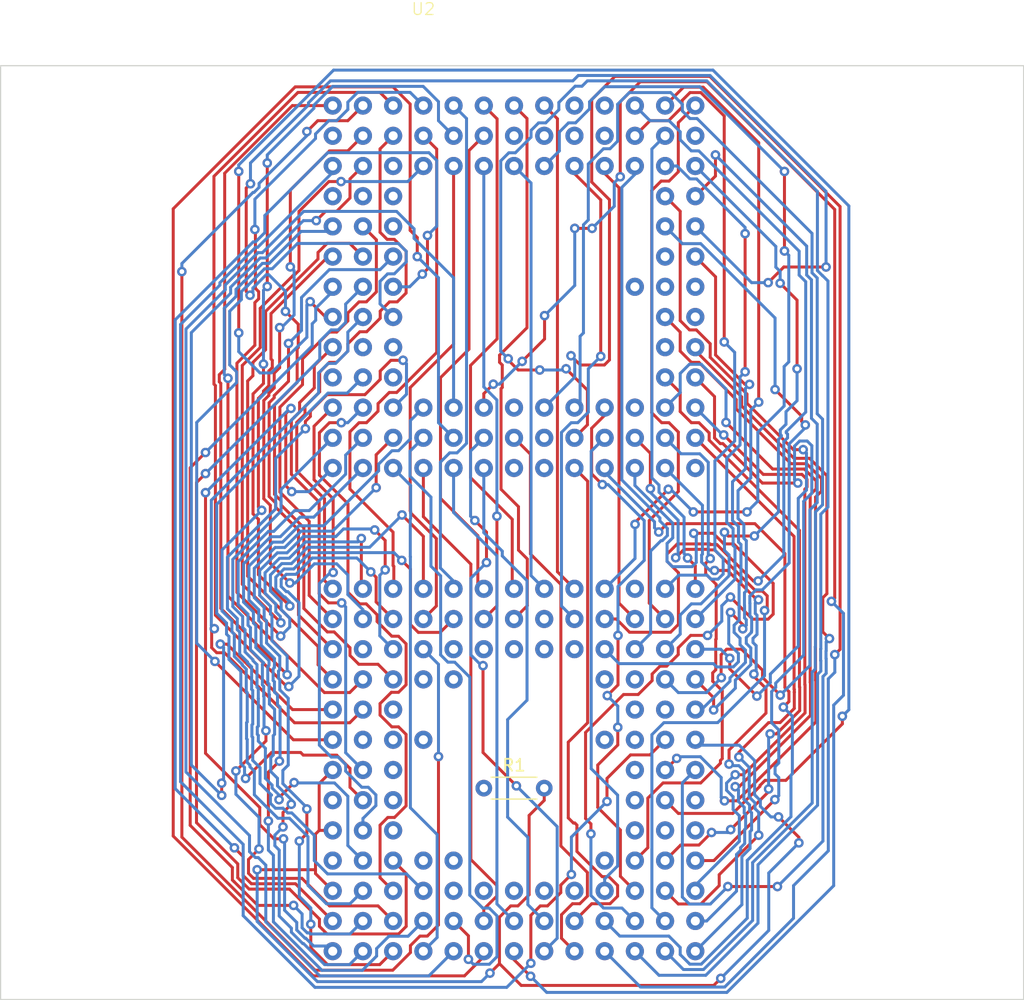
<source format=kicad_pcb>
(kicad_pcb (version 20240108) (generator "pcbnew") (generator_version "8.0")
  (layers (0 "F.Cu" signal) (1 "In1.Cu" signal) (2 "In2.Cu" signal) (31 "B.Cu" signal) (34 "B.Paste" user) (35 "F.Paste" user) (36 "B.SilkS" user "B.Silkscreen") (37 "F.SilkS" user "F.Silkscreen") (38 "B.Mask" user) (39 "F.Mask" user) (44 "Edge.Cuts" user))
  (net 0 "")
  (net 1 "VCC")
  (net 2 "Net-(U1-CBACK)")
  (net 3 "/BR")
  (net 4 "/A0")
  (net 5 "/A30")
  (net 6 "/A28")
  (net 7 "/A26")
  (net 8 "/A24")
  (net 9 "/A23")
  (net 10 "/A21")
  (net 11 "/A19")
  (net 12 "/A17")
  (net 13 "/A15")
  (net 14 "/A13")
  (net 15 "/A10")
  (net 16 "/RMC")
  (net 17 "/BG")
  (net 18 "/A31")
  (net 19 "/A29")
  (net 20 "/A27")
  (net 21 "/A25")
  (net 22 "/A22")
  (net 23 "/A20")
  (net 24 "/A16")
  (net 25 "/A14")
  (net 26 "/A12")
  (net 27 "/A8")
  (net 28 "/A7")
  (net 29 "/FC1")
  (net 31 "/BGACK")
  (net 32 "/A1")
  (net 33 "GND")
  (net 34 "/A18")
  (net 35 "/A11")
  (net 36 "/A9")
  (net 37 "/A5")
  (net 38 "/A4")
  (net 39 "/FC2")
  (net 40 "/FC0")
  (net 41 "/OCS")
  (net 42 "/A6")
  (net 43 "/A3")
  (net 44 "/A2")
  (net 45 "Net-(U1-CLK)")
  (net 46 "/AVEC")
  (net 47 "/IPEND")
  (net 48 "/DSACK0")
  (net 49 "/RESET")
  (net 50 "/DSACK1")
  (net 51 "/IPL2")
  (net 52 "/IPL1")
  (net 53 "/BERR")
  (net 54 "/HALT")
  (net 55 "Net-(U1-CDIS)")
  (net 56 "/IPL0")
  (net 57 "/AS")
  (net 61 "/DS")
  (net 62 "/SIZ0")
  (net 63 "/D5")
  (net 64 "/D1")
  (net 65 "/D0")
  (net 66 "/SIZ1")
  (net 67 "/R_W")
  (net 68 "/D30")
  (net 69 "/D10")
  (net 70 "/D7")
  (net 71 "/D4")
  (net 72 "/D2")
  (net 73 "/DBEN")
  (net 74 "/ECS")
  (net 75 "/D29")
  (net 76 "/D27")
  (net 77 "/D24")
  (net 78 "/D22")
  (net 79 "/D20")
  (net 80 "/D17")
  (net 81 "/D14")
  (net 82 "/D12")
  (net 83 "/D9")
  (net 84 "/D6")
  (net 85 "/D3")
  (net 86 "/D31")
  (net 87 "/D28")
  (net 88 "/D26")
  (net 89 "/D25")
  (net 90 "/D23")
  (net 91 "/D21")
  (net 92 "/D19")
  (net 93 "/D18")
  (net 94 "/D16")
  (net 95 "/D15")
  (net 96 "/D13")
  (net 97 "/D11")
  (net 98 "/D8")
  (footprint "68k:PGA114_68020" (layer "F.Cu") (at 129.54 46.734)
    (property "Reference" "U2")
    (property "Value" "~")
  )
  (footprint "Resistor_THT:R_Axial_DIN0204_L3.6mm_D1.6mm_P5.08mm_Horizontal" (layer "F.Cu") (at 134.62 111.76)
    (property "Reference" "R1")
    (property "Value" "R1k")
  )
  (footprint "68k:PGA114_68030" (layer "F.Cu") (at 132.08 87.374)
    (property "Reference" "U1" (hide yes))
    (property "Value" "68030" (hide yes))
  )
  (gr_rect (start 94 51) (end 180 129.54) (stroke (width 0.1)) (fill none) (layer "Edge.Cuts"))
  (segment (start 135.9337 126.5224) (end 137.7633 128.352) (width 0.25) (layer "F.Cu") (net 2))
  (segment (start 161.1067 116.3626) (end 161.1067 115.8919) (width 0.25) (layer "F.Cu") (net 2))
  (segment (start 135.1384 127.3177) (end 135.9337 126.5224) (width 0.25) (layer "F.Cu") (net 2))
  (segment (start 161.1067 115.8919) (end 159.3934 114.1786) (width 0.25) (layer "F.Cu") (net 2))
  (segment (start 120.7817 115.314) (end 120.4709 115.6248) (width 0.25) (layer "F.Cu") (net 2))
  (segment (start 120.4709 118.6218) (end 115.5673 118.6218) (width 0.25) (layer "F.Cu") (net 2))
  (segment (start 120.7817 111.3723) (end 121.92 110.234) (width 0.25) (layer "F.Cu") (net 2))
  (segment (start 120.4709 118.6218) (end 120.4709 118.9449) (width 0.25) (layer "F.Cu") (net 2))
  (segment (start 120.7817 115.314) (end 120.7817 111.3723) (width 0.25) (layer "F.Cu") (net 2))
  (segment (start 138.43 120.7262) (end 138.43 114.0567) (width 0.25) (layer "F.Cu") (net 2))
  (segment (start 120.7817 115.314) (end 121.92 115.314) (width 0.25) (layer "F.Cu") (net 2))
  (segment (start 139.7 111.76) (end 139.7 112.7867) (width 0.25) (layer "F.Cu") (net 2))
  (segment (start 120.4709 118.9449) (end 121.92 120.394) (width 0.25) (layer "F.Cu") (net 2))
  (segment (start 135.9337 126.5224) (end 135.9337 122.6136) (width 0.25) (layer "F.Cu") (net 2))
  (segment (start 135.9337 122.6136) (end 136.8833 121.664) (width 0.25) (layer "F.Cu") (net 2))
  (segment (start 120.4709 115.6248) (end 120.4709 118.6218) (width 0.25) (layer "F.Cu") (net 2))
  (segment (start 153.9497 128.352) (end 154.5407 127.761) (width 0.25) (layer "F.Cu") (net 2))
  (segment (start 138.43 114.0567) (end 139.7 112.7867) (width 0.25) (layer "F.Cu") (net 2))
  (segment (start 136.8833 121.664) (end 137.4922 121.664) (width 0.25) (layer "F.Cu") (net 2))
  (segment (start 137.4922 121.664) (end 138.43 120.7262) (width 0.25) (layer "F.Cu") (net 2))
  (segment (start 137.7633 128.352) (end 153.9497 128.352) (width 0.25) (layer "F.Cu") (net 2))
  (via (at 115.5673 118.6218) (size 0.8) (drill 0.4) (layers "F.Cu" "B.Cu") (net 2))
  (via (at 161.1067 116.3626) (size 0.8) (drill 0.4) (layers "F.Cu" "B.Cu") (net 2))
  (via (at 154.5407 127.761) (size 0.8) (drill 0.4) (layers "F.Cu" "B.Cu") (net 2))
  (via (at 135.1384 127.3177) (size 0.8) (drill 0.4) (layers "F.Cu" "B.Cu") (net 2))
  (via (at 159.3934 114.1786) (size 0.8) (drill 0.4) (layers "F.Cu" "B.Cu") (net 2))
  (segment (start 156.0908 108.1457) (end 157.3853 109.4402) (width 0.25) (layer "B.Cu") (net 2))
  (segment (start 157.3853 109.4402) (end 157.3853 111.3445) (width 0.25) (layer "B.Cu") (net 2))
  (segment (start 157.5115 112.4495) (end 157.8671 112.8051) (width 0.25) (layer "B.Cu") (net 2))
  (segment (start 158.5736 123.7281) (end 158.5736 118.8957) (width 0.25) (layer "B.Cu") (net 2))
  (segment (start 152.4 107.694) (end 152.8517 108.1457) (width 0.25) (layer "B.Cu") (net 2))
  (segment (start 135.1384 127.3177) (end 134.4231 128.033) (width 0.25) (layer "B.Cu") (net 2))
  (segment (start 157.3847 111.3451) (end 157.3847 112.3211) (width 0.25) (layer "B.Cu") (net 2))
  (segment (start 115.5673 122.9683) (end 115.5673 118.6218) (width 0.25) (layer "B.Cu") (net 2))
  (segment (start 157.8671 113.2911) (end 158.7546 114.1786) (width 0.25) (layer "B.Cu") (net 2))
  (segment (start 157.3853 112.3217) (end 157.3853 112.3221) (width 0.25) (layer "B.Cu") (net 2))
  (segment (start 120.632 128.033) (end 115.5673 122.9683) (width 0.25) (layer "B.Cu") (net 2))
  (segment (start 158.5736 118.8957) (end 161.1067 116.3626) (width 0.25) (layer "B.Cu") (net 2))
  (segment (start 157.3853 112.3221) (end 157.5115 112.4483) (width 0.25) (layer "B.Cu") (net 2))
  (segment (start 158.7546 114.1786) (end 159.3934 114.1786) (width 0.25) (layer "B.Cu") (net 2))
  (segment (start 157.8671 112.8051) (end 157.8671 113.2911) (width 0.25) (layer "B.Cu") (net 2))
  (segment (start 134.4231 128.033) (end 120.632 128.033) (width 0.25) (layer "B.Cu") (net 2))
  (segment (start 157.5115 112.4483) (end 157.5115 112.4495) (width 0.25) (layer "B.Cu") (net 2))
  (segment (start 157.3847 112.3211) (end 157.3853 112.3217) (width 0.25) (layer "B.Cu") (net 2))
  (segment (start 154.5407 127.761) (end 158.5736 123.7281) (width 0.25) (layer "B.Cu") (net 2))
  (segment (start 152.8517 108.1457) (end 156.0908 108.1457) (width 0.25) (layer "B.Cu") (net 2))
  (segment (start 157.3853 111.3445) (end 157.3847 111.3451) (width 0.25) (layer "B.Cu") (net 2))
  (segment (start 119.5875 80.3084) (end 118.8955 81.0004) (width 0.25) (layer "F.Cu") (net 3))
  (segment (start 120.8225 76.769) (end 120.8225 78.4345) (width 0.25) (layer "F.Cu") (net 3))
  (segment (start 126.4916 65.6027) (end 127.0968 65.6027) (width 0.25) (layer "F.Cu") (net 3))
  (segment (start 128.0888 66.5947) (end 128.0888 70.1162) (width 0.25) (layer "F.Cu") (net 3))
  (segment (start 125.8987 65.0098) (end 126.4916 65.6027) (width 0.25) (layer "F.Cu") (net 3))
  (segment (start 128.0888 70.1162) (end 127.341 70.864) (width 0.25) (layer "F.Cu") (net 3))
  (segment (start 125.9113 71.6444) (end 125.9113 72.2371) (width 0.25) (layer "F.Cu") (net 3))
  (segment (start 118.8955 85.0884) (end 121.2305 87.4234) (width 0.25) (layer "F.Cu") (net 3))
  (segment (start 122.2522 75.944) (end 121.6475 75.944) (width 0.25) (layer "F.Cu") (net 3))
  (segment (start 121.6475 75.944) (end 120.8225 76.769) (width 0.25) (layer "F.Cu") (net 3))
  (segment (start 119.5875 79.6695) (end 119.5875 80.3084) (width 0.25) (layer "F.Cu") (net 3))
  (segment (start 124.2002 73.375) (end 123.19 74.3852) (width 0.25) (layer "F.Cu") (net 3))
  (segment (start 121.2305 87.4234) (end 121.2305 94.3045) (width 0.25) (layer "F.Cu") (net 3))
  (segment (start 126.6917 70.864) (end 125.9113 71.6444) (width 0.25) (layer "F.Cu") (net 3))
  (segment (start 127.341 70.864) (end 126.6917 70.864) (width 0.25) (layer "F.Cu") (net 3))
  (segment (start 124.7734 73.375) (end 124.2002 73.375) (width 0.25) (layer "F.Cu") (net 3))
  (segment (start 123.19 74.3852) (end 123.19 75.0062) (width 0.25) (layer "F.Cu") (net 3))
  (segment (start 125.9113 72.2371) (end 124.7734 73.375) (width 0.25) (layer "F.Cu") (net 3))
  (segment (start 123.19 75.0062) (end 122.2522 75.944) (width 0.25) (layer "F.Cu") (net 3))
  (segment (start 120.8225 78.4345) (end 119.5875 79.6695) (width 0.25) (layer "F.Cu") (net 3))
  (segment (start 121.2305 94.3045) (end 121.92 94.994) (width 0.25) (layer "F.Cu") (net 3))
  (segment (start 125.8987 57.9953) (end 125.8987 65.0098) (width 0.25) (layer "F.Cu") (net 3))
  (segment (start 118.8955 81.0004) (end 118.8955 85.0884) (width 0.25) (layer "F.Cu") (net 3))
  (segment (start 127.0968 65.6027) (end 128.0888 66.5947) (width 0.25) (layer "F.Cu") (net 3))
  (segment (start 127 56.894) (end 125.8987 57.9953) (width 0.25) (layer "F.Cu") (net 3))
  (segment (start 115.826 74.7007) (end 115.826 71.404) (width 0.25) (layer "F.Cu") (net 4))
  (segment (start 115.826 71.404) (end 118.5846 68.6454) (width 0.25) (layer "F.Cu") (net 4))
  (segment (start 118.6572 68.6454) (end 119.0829 68.2197) (width 0.25) (layer "F.Cu") (net 4))
  (segment (start 121.5968 60.7425) (end 122.6184 60.7425) (width 0.25) (layer "F.Cu") (net 4))
  (segment (start 117.5615 97.8553) (end 114.317 94.6108) (width 0.25) (layer "F.Cu") (net 4))
  (segment (start 114.317 94.6108) (end 114.317 76.2097) (width 0.25) (layer "F.Cu") (net 4))
  (segment (start 124.3243 90.7589) (end 124.3243 94.8583) (width 0.25) (layer "F.Cu") (net 4))
  (segment (start 124.3243 94.8583) (end 124.46 94.994) (width 0.25) (layer "F.Cu") (net 4))
  (segment (start 118.5846 68.6454) (end 118.6572 68.6454) (width 0.25) (layer "F.Cu") (net 4))
  (segment (start 119.0829 63.2564) (end 121.5968 60.7425) (width 0.25) (layer "F.Cu") (net 4))
  (segment (start 114.317 76.2097) (end 115.826 74.7007) (width 0.25) (layer "F.Cu") (net 4))
  (segment (start 119.0829 68.2197) (end 119.0829 63.2564) (width 0.25) (layer "F.Cu") (net 4))
  (via (at 117.5615 97.8553) (size 0.8) (drill 0.4) (layers "F.Cu" "B.Cu") (net 4))
  (via (at 122.6184 60.7425) (size 0.8) (drill 0.4) (layers "F.Cu" "B.Cu") (net 4))
  (via (at 124.3243 90.7589) (size 0.8) (drill 0.4) (layers "F.Cu" "B.Cu") (net 4))
  (segment (start 117.135 96.9352) (end 117.5107 97.3109) (width 0.25) (layer "B.Cu") (net 4))
  (segment (start 117.4512 92.423) (end 116.2316 93.6426) (width 0.25) (layer "B.Cu") (net 4))
  (segment (start 117.5107 97.3109) (end 117.5107 97.8045) (width 0.25) (layer "B.Cu") (net 4))
  (segment (start 117.5107 97.8045) (end 117.5615 97.8553) (width 0.25) (layer "B.Cu") (net 4))
  (segment (start 124.0336 91.0496) (end 119.6389 91.0496) (width 0.25) (layer "B.Cu") (net 4))
  (segment (start 118.2655 92.423) (end 117.4512 92.423) (width 0.25) (layer "B.Cu") (net 4))
  (segment (start 128.2315 60.7425) (end 122.6184 60.7425) (width 0.25) (layer "B.Cu") (net 4))
  (segment (start 116.2316 95.367) (end 117.135 96.2704) (width 0.25) (layer "B.Cu") (net 4))
  (segment (start 129.54 59.434) (end 128.2315 60.7425) (width 0.25) (layer "B.Cu") (net 4))
  (segment (start 124.3243 90.7589) (end 124.0336 91.0496) (width 0.25) (layer "B.Cu") (net 4))
  (segment (start 119.6389 91.0496) (end 118.2655 92.423) (width 0.25) (layer "B.Cu") (net 4))
  (segment (start 116.2316 93.6426) (end 116.2316 95.367) (width 0.25) (layer "B.Cu") (net 4))
  (segment (start 117.135 96.2704) (end 117.135 96.9352) (width 0.25) (layer "B.Cu") (net 4))
  (segment (start 130.6596 75.1222) (end 130.6596 58.0136) (width 0.25) (layer "F.Cu") (net 5))
  (segment (start 123.3649 86.6016) (end 123.3649 81.7896) (width 0.25) (layer "F.Cu") (net 5))
  (segment (start 124.7602 81.024) (end 125.73 80.0542) (width 0.25) (layer "F.Cu") (net 5))
  (segment (start 125.73 80.0542) (end 125.73 79.4218) (width 0.25) (layer "F.Cu") (net 5))
  (segment (start 127.0555 93.102) (end 126.9929 93.0394) (width 0.25) (layer "F.Cu") (net 5))
  (segment (start 127.2978 78.484) (end 130.6596 75.1222) (width 0.25) (layer "F.Cu") (net 5))
  (segment (start 123.3649 81.7896) (end 124.1305 81.024) (width 0.25) (layer "F.Cu") (net 5))
  (segment (start 126.9929 93.0394) (end 126.9929 90.2296) (width 0.25) (layer "F.Cu") (net 5))
  (segment (start 125.73 79.4218) (end 126.6678 78.484) (width 0.25) (layer "F.Cu") (net 5))
  (segment (start 127.0555 94.9385) (end 127.0555 93.102) (width 0.25) (layer "F.Cu") (net 5))
  (segment (start 130.6596 58.0136) (end 129.54 56.894) (width 0.25) (layer "F.Cu") (net 5))
  (segment (start 126.9929 90.2296) (end 123.3649 86.6016) (width 0.25) (layer "F.Cu") (net 5))
  (segment (start 124.1305 81.024) (end 124.7602 81.024) (width 0.25) (layer "F.Cu") (net 5))
  (segment (start 126.6678 78.484) (end 127.2978 78.484) (width 0.25) (layer "F.Cu") (net 5))
  (segment (start 127 94.994) (end 127.0555 94.9385) (width 0.25) (layer "F.Cu") (net 5))
  (segment (start 117.5439 98.974) (end 113.8653 95.2954) (width 0.25) (layer "F.Cu") (net 6))
  (segment (start 115.4199 69.7279) (end 115.4199 64.8188) (width 0.25) (layer "F.Cu") (net 6))
  (segment (start 115.3743 74.5135) (end 115.3743 70.9255) (width 0.25) (layer "F.Cu") (net 6))
  (segment (start 113.8653 76.0225) (end 115.3743 74.5135) (width 0.25) (layer "F.Cu") (net 6))
  (segment (start 115.6949 70.6049) (end 115.6949 70.0029) (width 0.25) (layer "F.Cu") (net 6))
  (segment (start 113.8653 95.2954) (end 113.8653 76.0225) (width 0.25) (layer "F.Cu") (net 6))
  (segment (start 129.54 90.5811) (end 127.7426 88.7837) (width 0.25) (layer "F.Cu") (net 6))
  (segment (start 115.3743 70.9255) (end 115.6949 70.6049) (width 0.25) (layer "F.Cu") (net 6))
  (segment (start 115.6949 70.0029) (end 115.4199 69.7279) (width 0.25) (layer "F.Cu") (net 6))
  (segment (start 129.54 94.994) (end 129.54 90.5811) (width 0.25) (layer "F.Cu") (net 6))
  (segment (start 115.4199 64.8188) (end 115.3759 64.7748) (width 0.25) (layer "F.Cu") (net 6))
  (via (at 127.7426 88.7837) (size 0.8) (drill 0.4) (layers "F.Cu" "B.Cu") (net 6))
  (via (at 117.5439 98.974) (size 0.8) (drill 0.4) (layers "F.Cu" "B.Cu") (net 6))
  (via (at 115.3759 64.7748) (size 0.8) (drill 0.4) (layers "F.Cu" "B.Cu") (net 6))
  (segment (start 128.4291 53.2431) (end 129.54 54.354) (width 0.25) (layer "B.Cu") (net 6))
  (segment (start 116.6833 95.1799) (end 117.5868 96.0834) (width 0.25) (layer "B.Cu") (net 6))
  (segment (start 123.19 54.0652) (end 124.0121 53.2431) (width 0.25) (layer "B.Cu") (net 6))
  (segment (start 115.3759 62.2231) (end 120.4748 57.1242) (width 0.25) (layer "B.Cu") (net 6))
  (segment (start 122.2522 55.624) (end 123.19 54.6862) (width 0.25) (layer "B.Cu") (net 6))
  (segment (start 127.7426 88.7837) (end 125.025 91.5013) (width 0.25) (layer "B.Cu") (net 6))
  (segment (start 117.6383 92.8747) (end 116.6833 93.8297) (width 0.25) (layer "B.Cu") (net 6))
  (segment (start 117.5868 96.1462) (end 117.5867 96.1463) (width 0.25) (layer "B.Cu") (net 6))
  (segment (start 117.5867 96.7481) (end 118.3055 97.4669) (width 0.25) (layer "B.Cu") (net 6))
  (segment (start 117.5868 96.0834) (end 117.5868 96.1462) (width 0.25) (layer "B.Cu") (net 6))
  (segment (start 117.5867 96.1463) (end 117.5867 96.7481) (width 0.25) (layer "B.Cu") (net 6))
  (segment (start 118.4526 92.8747) (end 117.6383 92.8747) (width 0.25) (layer "B.Cu") (net 6))
  (segment (start 118.3055 98.2124) (end 117.5439 98.974) (width 0.25) (layer "B.Cu") (net 6))
  (segment (start 116.6833 93.8297) (end 116.6833 95.1799) (width 0.25) (layer "B.Cu") (net 6))
  (segment (start 119.826 91.5013) (end 118.4526 92.8747) (width 0.25) (layer "B.Cu") (net 6))
  (segment (start 125.025 91.5013) (end 119.826 91.5013) (width 0.25) (layer "B.Cu") (net 6))
  (segment (start 118.3055 97.4669) (end 118.3055 98.2124) (width 0.25) (layer "B.Cu") (net 6))
  (segment (start 115.3759 64.7748) (end 115.3759 62.2231) (width 0.25) (layer "B.Cu") (net 6))
  (segment (start 120.4748 56.7403) (end 121.5911 55.624) (width 0.25) (layer "B.Cu") (net 6))
  (segment (start 124.0121 53.2431) (end 128.4291 53.2431) (width 0.25) (layer "B.Cu") (net 6))
  (segment (start 121.5911 55.624) (end 122.2522 55.624) (width 0.25) (layer "B.Cu") (net 6))
  (segment (start 123.19 54.6862) (end 123.19 54.0652) (width 0.25) (layer "B.Cu") (net 6))
  (segment (start 120.4748 57.1242) (end 120.4748 56.7403) (width 0.25) (layer "B.Cu") (net 6))
  (segment (start 130.9701 84.3417) (end 131.7478 83.564) (width 0.25) (layer "B.Cu") (net 7))
  (segment (start 132.08 94.3552) (end 130.9701 93.2453) (width 0.25) (layer "B.Cu") (net 7))
  (segment (start 133.1688 55.4428) (end 132.08 54.354) (width 0.25) (layer "B.Cu") (net 7))
  (segment (start 131.7478 83.564) (end 132.3688 83.564) (width 0.25) (layer "B.Cu") (net 7))
  (segment (start 132.08 94.994) (end 132.08 94.3552) (width 0.25) (layer "B.Cu") (net 7))
  (segment (start 133.1688 82.764) (end 133.1688 55.4428) (width 0.25) (layer "B.Cu") (net 7))
  (segment (start 132.3688 83.564) (end 133.1688 82.764) (width 0.25) (layer "B.Cu") (net 7))
  (segment (start 130.9701 93.2453) (end 130.9701 84.3417) (width 0.25) (layer "B.Cu") (net 7))
  (segment (start 134.1188 90.5276) (end 134.1188 94.4929) (width 0.25) (layer "F.Cu") (net 8))
  (segment (start 134.1189 94.4929) (end 134.62 94.994) (width 0.25) (layer "F.Cu") (net 8))
  (segment (start 133.3763 74.8395) (end 130.9803 77.2355) (width 0.25) (layer "F.Cu") (net 8))
  (segment (start 130.9803 87.3891) (end 134.1188 90.5276) (width 0.25) (layer "F.Cu") (net 8))
  (segment (start 133.3763 58.1377) (end 133.3763 74.8395) (width 0.25) (layer "F.Cu") (net 8))
  (segment (start 134.62 56.894) (end 133.3763 58.1377) (width 0.25) (layer "F.Cu") (net 8))
  (segment (start 134.1188 94.4929) (end 134.1189 94.4929) (width 0.25) (layer "F.Cu") (net 8))
  (segment (start 130.9803 77.2355) (end 130.9803 87.3891) (width 0.25) (layer "F.Cu") (net 8))
  (segment (start 135.7376 73.9768) (end 133.5044 76.21) (width 0.25) (layer "F.Cu") (net 9))
  (segment (start 137.0099 94.8439) (end 137.16 94.994) (width 0.25) (layer "F.Cu") (net 9))
  (segment (start 133.5044 85.6421) (end 137.0099 89.1476) (width 0.25) (layer "F.Cu") (net 9))
  (segment (start 135.7376 55.4716) (end 135.7376 73.9768) (width 0.25) (layer "F.Cu") (net 9))
  (segment (start 133.5044 76.21) (end 133.5044 85.6421) (width 0.25) (layer "F.Cu") (net 9))
  (segment (start 137.0099 89.1476) (end 137.0099 94.8439) (width 0.25) (layer "F.Cu") (net 9))
  (segment (start 134.62 54.354) (end 135.7376 55.4716) (width 0.25) (layer "F.Cu") (net 9))
  (segment (start 139.7 94.994) (end 138.5913 93.8853) (width 0.25) (layer "B.Cu") (net 10))
  (segment (start 138.5913 93.8853) (end 138.5913 60.8653) (width 0.25) (layer "B.Cu") (net 10))
  (segment (start 138.5913 60.8653) (end 137.16 59.434) (width 0.25) (layer "B.Cu") (net 10))
  (segment (start 140.8094 55.4634) (end 140.8094 93.5634) (width 0.25) (layer "F.Cu") (net 11))
  (segment (start 139.7 54.354) (end 140.8094 55.4634) (width 0.25) (layer "F.Cu") (net 11))
  (segment (start 140.8094 93.5634) (end 142.24 94.994) (width 0.25) (layer "F.Cu") (net 11))
  (segment (start 147.3328 89.4208) (end 147.3328 89.5723) (width 0.25) (layer "F.Cu") (net 12))
  (segment (start 152.2327 88.5291) (end 156.7461 88.5291) (width 0.25) (layer "F.Cu") (net 12))
  (segment (start 150.1301 86.6235) (end 147.3328 89.4208) (width 0.25) (layer "F.Cu") (net 12))
  (segment (start 159.8946 59.8946) (end 159.8946 66.5807) (width 0.25) (layer "F.Cu") (net 12))
  (via (at 150.1301 86.6235) (size 0.8) (drill 0.4) (layers "F.Cu" "B.Cu") (net 12))
  (via (at 147.3328 89.5723) (size 0.8) (drill 0.4) (layers "F.Cu" "B.Cu") (net 12))
  (via (at 152.2327 88.5291) (size 0.8) (drill 0.4) (layers "F.Cu" "B.Cu") (net 12))
  (via (at 159.8946 66.5807) (size 0.8) (drill 0.4) (layers "F.Cu" "B.Cu") (net 12))
  (via (at 159.8946 59.8946) (size 0.8) (drill 0.4) (layers "F.Cu" "B.Cu") (net 12))
  (via (at 156.7461 88.5291) (size 0.8) (drill 0.4) (layers "F.Cu" "B.Cu") (net 12))
  (segment (start 150.3271 86.6235) (end 152.2327 88.5291) (width 0.25) (layer "B.Cu") (net 12))
  (segment (start 143.51 54.034) (end 144.7771 52.7669) (width 0.25) (layer "B.Cu") (net 12))
  (segment (start 159.8679 79.6204) (end 157.6533 81.835) (width 0.25) (layer "B.Cu") (net 12))
  (segment (start 139.7 59.434) (end 140.97 58.164) (width 0.25) (layer "B.Cu") (net 12))
  (segment (start 159.8946 66.5807) (end 160.2579 66.944) (width 0.25) (layer "B.Cu") (net 12))
  (segment (start 144.78 94.994) (end 147.3328 92.4412) (width 0.25) (layer "B.Cu") (net 12))
  (segment (start 140.97 56.5783) (end 141.743 55.8053) (width 0.25) (layer "B.Cu") (net 12))
  (segment (start 152.7669 52.7669) (end 159.8946 59.8946) (width 0.25) (layer "B.Cu") (net 12))
  (segment (start 147.3328 92.4412) (end 147.3328 89.5723) (width 0.25) (layer "B.Cu") (net 12))
  (segment (start 141.743 55.8053) (end 142.3354 55.8053) (width 0.25) (layer "B.Cu") (net 12))
  (segment (start 160.2579 66.944) (end 160.2579 75.9108) (width 0.25) (layer "B.Cu") (net 12))
  (segment (start 142.3354 55.8053) (end 143.51 54.6307) (width 0.25) (layer "B.Cu") (net 12))
  (segment (start 157.6533 81.835) (end 157.6533 87.6219) (width 0.25) (layer "B.Cu") (net 12))
  (segment (start 140.97 58.164) (end 140.97 56.5783) (width 0.25) (layer "B.Cu") (net 12))
  (segment (start 143.51 54.6307) (end 143.51 54.034) (width 0.25) (layer "B.Cu") (net 12))
  (segment (start 144.7771 52.7669) (end 152.7669 52.7669) (width 0.25) (layer "B.Cu") (net 12))
  (segment (start 157.6533 87.6219) (end 156.7461 88.5291) (width 0.25) (layer "B.Cu") (net 12))
  (segment (start 159.8679 76.3008) (end 159.8679 79.6204) (width 0.25) (layer "B.Cu") (net 12))
  (segment (start 160.2579 75.9108) (end 159.8679 76.3008) (width 0.25) (layer "B.Cu") (net 12))
  (segment (start 150.1301 86.6235) (end 150.3271 86.6235) (width 0.25) (layer "B.Cu") (net 12))
  (segment (start 151.2893 53.925) (end 151.9542 53.2601) (width 0.25) (layer "F.Cu") (net 14))
  (segment (start 147.32 56.894) (end 148.59 55.624) (width 0.25) (layer "F.Cu") (net 14))
  (segment (start 150.1524 55.624) (end 151.2893 54.4871) (width 0.25) (layer "F.Cu") (net 14))
  (segment (start 152.8628 53.2601) (end 154.8308 55.2281) (width 0.25) (layer "F.Cu") (net 14))
  (segment (start 151.9542 53.2601) (end 152.8628 53.2601) (width 0.25) (layer "F.Cu") (net 14))
  (segment (start 154.8308 55.2281) (end 154.8308 74.2305) (width 0.25) (layer "F.Cu") (net 14))
  (segment (start 151.2893 54.4871) (end 151.2893 53.925) (width 0.25) (layer "F.Cu") (net 14))
  (segment (start 148.59 55.624) (end 150.1524 55.624) (width 0.25) (layer "F.Cu") (net 14))
  (via (at 154.8308 74.2305) (size 0.8) (drill 0.4) (layers "F.Cu" "B.Cu") (net 14))
  (segment (start 155.7081 82.5691) (end 155.7081 75.1078) (width 0.25) (layer "B.Cu") (net 14))
  (segment (start 154.0451 91.7416) (end 154.0451 84.2321) (width 0.25) (layer "B.Cu") (net 14))
  (segment (start 154.7416 92.4381) (end 154.0451 91.7416) (width 0.25) (layer "B.Cu") (net 14))
  (segment (start 154.7416 93.7548) (end 154.7416 92.4381) (width 0.25) (layer "B.Cu") (net 14))
  (segment (start 151.0083 93.8457) (end 153.3792 93.8457) (width 0.25) (layer "B.Cu") (net 14))
  (segment (start 154.0451 84.2321) (end 155.7081 82.5691) (width 0.25) (layer "B.Cu") (net 14))
  (segment (start 154.3159 94.1805) (end 154.7416 93.7548) (width 0.25) (layer "B.Cu") (net 14))
  (segment (start 149.86 94.994) (end 151.0083 93.8457) (width 0.25) (layer "B.Cu") (net 14))
  (segment (start 155.7081 75.1078) (end 154.8308 74.2305) (width 0.25) (layer "B.Cu") (net 14))
  (segment (start 153.3792 93.8457) (end 153.714 94.1805) (width 0.25) (layer "B.Cu") (net 14))
  (segment (start 153.714 94.1805) (end 154.3159 94.1805) (width 0.25) (layer "B.Cu") (net 14))
  (segment (start 152.4 94.994) (end 152.4 93.0551) (width 0.25) (layer "F.Cu") (net 15))
  (segment (start 152.4 93.0551) (end 151.7513 92.4064) (width 0.25) (layer "F.Cu") (net 15))
  (via (at 151.7513 92.4064) (size 0.8) (drill 0.4) (layers "F.Cu" "B.Cu") (net 15))
  (segment (start 149.3481 86.8691) (end 151.4561 88.9771) (width 0.25) (layer "B.Cu") (net 15))
  (segment (start 151.4561 92.0431) (end 151.7513 92.3383) (width 0.25) (layer "B.Cu") (net 15))
  (segment (start 151.7513 92.3383) (end 151.7513 92.4064) (width 0.25) (layer "B.Cu") (net 15))
  (segment (start 148.7489 85.67) (end 149.3481 86.2692) (width 0.25) (layer "B.Cu") (net 15))
  (segment (start 148.7489 58.0051) (end 148.7489 85.67) (width 0.25) (layer "B.Cu") (net 15))
  (segment (start 149.86 56.894) (end 148.7489 58.0051) (width 0.25) (layer "B.Cu") (net 15))
  (segment (start 151.4561 88.9771) (end 151.4561 92.0431) (width 0.25) (layer "B.Cu") (net 15))
  (segment (start 149.3481 86.2692) (end 149.3481 86.8691) (width 0.25) (layer "B.Cu") (net 15))
  (segment (start 122.2522 73.404) (end 123.19 72.4662) (width 0.25) (layer "F.Cu") (net 16))
  (segment (start 121.6331 73.404) (end 122.2522 73.404) (width 0.25) (layer "F.Cu") (net 16))
  (segment (start 117.4789 86.8584) (end 117.4789 79.7226) (width 0.25) (layer "F.Cu") (net 16))
  (segment (start 117.4789 79.7226) (end 119.3809 77.8206) (width 0.25) (layer "F.Cu") (net 16))
  (segment (start 124.1278 70.864) (end 124.7488 70.864) (width 0.25) (layer "F.Cu") (net 16))
  (segment (start 119.9436 95.5576) (end 119.9436 89.3231) (width 0.25) (layer "F.Cu") (net 16))
  (segment (start 119.9436 89.3231) (end 117.4789 86.8584) (width 0.25) (layer "F.Cu") (net 16))
  (segment (start 125.5892 70.0236) (end 125.5892 65.6432) (width 0.25) (layer "F.Cu") (net 16))
  (segment (start 123.19 71.8018) (end 124.1278 70.864) (width 0.25) (layer "F.Cu") (net 16))
  (segment (start 119.3809 75.6562) (end 121.6331 73.404) (width 0.25) (layer "F.Cu") (net 16))
  (segment (start 123.19 72.4662) (end 123.19 71.8018) (width 0.25) (layer "F.Cu") (net 16))
  (segment (start 124.7488 70.864) (end 125.5892 70.0236) (width 0.25) (layer "F.Cu") (net 16))
  (segment (start 121.92 97.534) (end 119.9436 95.5576) (width 0.25) (layer "F.Cu") (net 16))
  (segment (start 119.3809 77.8206) (end 119.3809 75.6562) (width 0.25) (layer "F.Cu") (net 16))
  (segment (start 125.5892 65.6432) (end 124.46 64.514) (width 0.25) (layer "F.Cu") (net 16))
  (segment (start 124.46 56.894) (end 123.19 58.164) (width 0.25) (layer "F.Cu") (net 17))
  (segment (start 116.1238 79.1612) (end 116.1238 87.4197) (width 0.25) (layer "F.Cu") (net 17))
  (segment (start 116.1238 87.4197) (end 116.6739 87.9698) (width 0.25) (layer "F.Cu") (net 17))
  (segment (start 117.4562 73.0254) (end 117.4562 76.4036) (width 0.25) (layer "F.Cu") (net 17))
  (segment (start 117.0012 78.1024) (end 116.5495 78.5541) (width 0.25) (layer "F.Cu") (net 17))
  (segment (start 116.6739 87.9698) (end 116.6739 92.8653) (width 0.25) (layer "F.Cu") (net 17))
  (segment (start 117.0012 76.8586) (end 117.0012 78.1024) (width 0.25) (layer "F.Cu") (net 17))
  (segment (start 116.6739 92.8653) (end 118.3134 94.5048) (width 0.25) (layer "F.Cu") (net 17))
  (segment (start 118.3561 61.4567) (end 118.3561 67.9186) (width 0.25) (layer "F.Cu") (net 17))
  (segment (start 121.6488 58.164) (end 118.3561 61.4567) (width 0.25) (layer "F.Cu") (net 17))
  (segment (start 116.5495 78.7355) (end 116.1238 79.1612) (width 0.25) (layer "F.Cu") (net 17))
  (segment (start 116.5495 78.5541) (end 116.5495 78.7355) (width 0.25) (layer "F.Cu") (net 17))
  (segment (start 123.19 58.164) (end 121.6488 58.164) (width 0.25) (layer "F.Cu") (net 17))
  (segment (start 117.4562 76.4036) (end 117.0012 76.8586) (width 0.25) (layer "F.Cu") (net 17))
  (via (at 117.4562 73.0254) (size 0.8) (drill 0.4) (layers "F.Cu" "B.Cu") (net 17))
  (via (at 118.3134 94.5048) (size 0.8) (drill 0.4) (layers "F.Cu" "B.Cu") (net 17))
  (via (at 118.3561 67.9186) (size 0.8) (drill 0.4) (layers "F.Cu" "B.Cu") (net 17))
  (segment (start 123.19 95.481) (end 123.19 93.8263) (width 0.25) (layer "B.Cu") (net 17))
  (segment (start 122.2582 92.8945) (end 120.3755 92.8945) (width 0.25) (layer "B.Cu") (net 17))
  (segment (start 123.19 93.8263) (end 122.2582 92.8945) (width 0.25) (layer "B.Cu") (net 17))
  (segment (start 117.6126 73.0254) (end 118.6733 71.9647) (width 0.25) (layer "B.Cu") (net 17))
  (segment (start 117.4562 73.0254) (end 117.6126 73.0254) (width 0.25) (layer "B.Cu") (net 17))
  (segment (start 118.7652 94.5048) (end 118.3134 94.5048) (width 0.25) (layer "B.Cu") (net 17))
  (segment (start 124.46 96.751) (end 123.19 95.481) (width 0.25) (layer "B.Cu") (net 17))
  (segment (start 124.46 97.534) (end 124.46 96.751) (width 0.25) (layer "B.Cu") (net 17))
  (segment (start 120.3755 92.8945) (end 118.7652 94.5048) (width 0.25) (layer "B.Cu") (net 17))
  (segment (start 118.6733 71.9647) (end 118.6733 68.2358) (width 0.25) (layer "B.Cu") (net 17))
  (segment (start 118.6733 68.2358) (end 118.3561 67.9186) (width 0.25) (layer "B.Cu") (net 17))
  (segment (start 127 97.534) (end 125.5708 96.1048) (width 0.25) (layer "F.Cu") (net 18))
  (segment (start 112.0585 77.8999) (end 111.9341 77.7755) (width 0.25) (layer "F.Cu") (net 18))
  (segment (start 125.5708 94.0238) (end 125.1176 93.5706) (width 0.25) (layer "F.Cu") (net 18))
  (segment (start 111.9341 77.7755) (end 111.9341 60.3063) (width 0.25) (layer "F.Cu") (net 18))
  (segment (start 125.5708 96.1048) (end 125.5708 94.0238) (width 0.25) (layer "F.Cu") (net 18))
  (segment (start 118.9945 53.2459) (end 125.8919 53.2459) (width 0.25) (layer "F.Cu") (net 18))
  (segment (start 125.8919 53.2459) (end 127 54.354) (width 0.25) (layer "F.Cu") (net 18))
  (segment (start 112.0585 97.214) (end 112.0585 77.8999) (width 0.25) (layer "F.Cu") (net 18))
  (segment (start 118.0627 103.2182) (end 112.0585 97.214) (width 0.25) (layer "F.Cu") (net 18))
  (segment (start 111.9341 60.3063) (end 118.9945 53.2459) (width 0.25) (layer "F.Cu") (net 18))
  (segment (start 118.227 103.2182) (end 118.0627 103.2182) (width 0.25) (layer "F.Cu") (net 18))
  (via (at 125.1176 93.5706) (size 0.8) (drill 0.4) (layers "F.Cu" "B.Cu") (net 18))
  (via (at 118.227 103.2182) (size 0.8) (drill 0.4) (layers "F.Cu" "B.Cu") (net 18))
  (segment (start 118.1452 95.2315) (end 119.0882 96.1745) (width 0.25) (layer "B.Cu") (net 18))
  (segment (start 117.5867 94.8057) (end 118.0125 95.2315) (width 0.25) (layer "B.Cu") (net 18))
  (segment (start 118.0125 93.7781) (end 117.5867 94.2039) (width 0.25) (layer "B.Cu") (net 18))
  (segment (start 123.9517 92.4047) (end 120.2002 92.4047) (width 0.25) (layer "B.Cu") (net 18))
  (segment (start 119.0882 102.357) (end 118.227 103.2182) (width 0.25) (layer "B.Cu") (net 18))
  (segment (start 120.2002 92.4047) (end 118.8268 93.7781) (width 0.25) (layer "B.Cu") (net 18))
  (segment (start 118.0125 95.2315) (end 118.1452 95.2315) (width 0.25) (layer "B.Cu") (net 18))
  (segment (start 125.1176 93.5706) (end 123.9517 92.4047) (width 0.25) (layer "B.Cu") (net 18))
  (segment (start 117.5867 94.2039) (end 117.5867 94.8057) (width 0.25) (layer "B.Cu") (net 18))
  (segment (start 119.0882 96.1745) (end 119.0882 102.357) (width 0.25) (layer "B.Cu") (net 18))
  (segment (start 118.8268 93.7781) (end 118.0125 93.7781) (width 0.25) (layer "B.Cu") (net 18))
  (segment (start 132.08 74.4255) (end 128.4337 78.0718) (width 0.25) (layer "F.Cu") (net 19))
  (segment (start 128.4337 88.4471) (end 128.4693 88.4827) (width 0.25) (layer "F.Cu") (net 19))
  (segment (start 128.4693 88.6093) (end 130.6306 90.7706) (width 0.25) (layer "F.Cu") (net 19))
  (segment (start 128.4337 78.0718) (end 128.4337 88.4471) (width 0.25) (layer "F.Cu") (net 19))
  (segment (start 130.6306 90.7706) (end 130.6306 96.4434) (width 0.25) (layer "F.Cu") (net 19))
  (segment (start 130.6306 96.4434) (end 129.54 97.534) (width 0.25) (layer "F.Cu") (net 19))
  (segment (start 132.08 59.434) (end 132.08 74.4255) (width 0.25) (layer "F.Cu") (net 19))
  (segment (start 128.4693 88.4827) (end 128.4693 88.6093) (width 0.25) (layer "F.Cu") (net 19))
  (segment (start 132.08 97.534) (end 130.9532 98.6608) (width 0.25) (layer "F.Cu") (net 20))
  (segment (start 129.1133 98.6608) (end 128.4513 97.9988) (width 0.25) (layer "F.Cu") (net 20))
  (segment (start 115.672 89.1439) (end 115.6721 89.1439) (width 0.25) (layer "F.Cu") (net 20))
  (segment (start 130.9532 98.6608) (end 129.1133 98.6608) (width 0.25) (layer "F.Cu") (net 20))
  (segment (start 115.6721 89.1439) (end 115.6721 93.8059) (width 0.25) (layer "F.Cu") (net 20))
  (segment (start 116.0978 77.7282) (end 115.2204 78.6056) (width 0.25) (layer "F.Cu") (net 20))
  (segment (start 115.6721 93.8059) (end 118.3134 96.4472) (width 0.25) (layer "F.Cu") (net 20))
  (segment (start 128.4513 97.9988) (end 128.4513 93.3338) (width 0.25) (layer "F.Cu") (net 20))
  (segment (start 128.4513 93.3338) (end 127.7212 92.6037) (width 0.25) (layer "F.Cu") (net 20))
  (segment (start 116.0978 76.0955) (end 116.0978 77.7282) (width 0.25) (layer "F.Cu") (net 20))
  (segment (start 115.2204 88.6923) (end 115.672 89.1439) (width 0.25) (layer "F.Cu") (net 20))
  (segment (start 115.2204 78.6056) (end 115.2204 88.6923) (width 0.25) (layer "F.Cu") (net 20))
  (segment (start 116.4177 69.5652) (end 116.4177 59.1849) (width 0.25) (layer "F.Cu") (net 20))
  (via (at 116.4177 59.1849) (size 0.8) (drill 0.4) (layers "F.Cu" "B.Cu") (net 20))
  (via (at 116.0978 76.0955) (size 0.8) (drill 0.4) (layers "F.Cu" "B.Cu") (net 20))
  (via (at 118.3134 96.4472) (size 0.8) (drill 0.4) (layers "F.Cu" "B.Cu") (net 20))
  (via (at 116.4177 69.5652) (size 0.8) (drill 0.4) (layers "F.Cu" "B.Cu") (net 20))
  (via (at 127.7212 92.6037) (size 0.8) (drill 0.4) (layers "F.Cu" "B.Cu") (net 20))
  (segment (start 116.4177 58.5002) (end 116.4177 59.1849) (width 0.25) (layer "B.Cu") (net 20))
  (segment (start 118.6397 93.3264) (end 117.8254 93.3264) (width 0.25) (layer "B.Cu") (net 20))
  (segment (start 116.4177 69.5652) (end 116.0978 69.8851) (width 0.25) (layer "B.Cu") (net 20))
  (segment (start 116.0978 69.8851) (end 116.0978 76.0955) (width 0.25) (layer "B.Cu") (net 20))
  (segment (start 117.135 94.9928) (end 117.8254 95.6832) (width 0.25) (layer "B.Cu") (net 20))
  (segment (start 117.8254 93.3264) (end 117.135 94.0168) (width 0.25) (layer "B.Cu") (net 20))
  (segment (start 120.334 54.5839) (end 116.4177 58.5002) (width 0.25) (layer "B.Cu") (net 20))
  (segment (start 121.9203 52.7377) (end 120.334 54.324) (width 0.25) (layer "B.Cu") (net 20))
  (segment (start 120.334 54.324) (end 120.334 54.5839) (width 0.25) (layer "B.Cu") (net 20))
  (segment (start 127.7212 92.6037) (end 127.0705 91.953) (width 0.25) (layer "B.Cu") (net 20))
  (segment (start 130.81 54.0237) (end 129.524 52.7377) (width 0.25) (layer "B.Cu") (net 20))
  (segment (start 120.0131 91.953) (end 118.6397 93.3264) (width 0.25) (layer "B.Cu") (net 20))
  (segment (start 117.135 94.0168) (end 117.135 94.9928) (width 0.25) (layer "B.Cu") (net 20))
  (segment (start 118.3134 96.0864) (end 118.3134 96.4472) (width 0.25) (layer "B.Cu") (net 20))
  (segment (start 132.08 56.894) (end 130.81 55.624) (width 0.25) (layer "B.Cu") (net 20))
  (segment (start 130.81 55.624) (end 130.81 54.0237) (width 0.25) (layer "B.Cu") (net 20))
  (segment (start 117.9102 95.6832) (end 118.3134 96.0864) (width 0.25) (layer "B.Cu") (net 20))
  (segment (start 127.0705 91.953) (end 120.0131 91.953) (width 0.25) (layer "B.Cu") (net 20))
  (segment (start 129.524 52.7377) (end 121.9203 52.7377) (width 0.25) (layer "B.Cu") (net 20))
  (segment (start 117.8254 95.6832) (end 117.9102 95.6832) (width 0.25) (layer "B.Cu") (net 20))
  (segment (start 134.62 97.534) (end 135.7227 96.4313) (width 0.25) (layer "F.Cu") (net 21))
  (segment (start 135.7227 96.4313) (end 135.7227 88.8881) (width 0.25) (layer "F.Cu") (net 21))
  (via (at 135.7227 88.8881) (size 0.8) (drill 0.4) (layers "F.Cu" "B.Cu") (net 21))
  (segment (start 134.62 59.434) (end 134.62 78.016) (width 0.25) (layer "B.Cu") (net 21))
  (segment (start 135.7227 79.1187) (end 135.7227 88.8881) (width 0.25) (layer "B.Cu") (net 21))
  (segment (start 134.62 78.016) (end 135.7227 79.1187) (width 0.25) (layer "B.Cu") (net 21))
  (segment (start 136.1716 78.0601) (end 136.0684 78.1633) (width 0.25) (layer "F.Cu") (net 22))
  (segment (start 138.2513 73.0354) (end 135.9438 75.3429) (width 0.25) (layer "F.Cu") (net 22))
  (segment (start 138.2778 96.4162) (end 137.16 97.534) (width 0.25) (layer "F.Cu") (net 22))
  (segment (start 136.0684 78.1633) (end 136.0684 86.6231) (width 0.25) (layer "F.Cu") (net 22))
  (segment (start 136.0684 86.6231) (end 137.5347 88.0894) (width 0.25) (layer "F.Cu") (net 22))
  (segment (start 135.9438 75.9447) (end 136.1716 76.1725) (width 0.25) (layer "F.Cu") (net 22))
  (segment (start 135.9438 75.3429) (end 135.9438 75.9447) (width 0.25) (layer "F.Cu") (net 22))
  (segment (start 137.5347 91.7408) (end 138.2778 92.4839) (width 0.25) (layer "F.Cu") (net 22))
  (segment (start 137.5347 88.0894) (end 137.5347 91.7408) (width 0.25) (layer "F.Cu") (net 22))
  (segment (start 138.2513 55.4453) (end 138.2513 73.0354) (width 0.25) (layer "F.Cu") (net 22))
  (segment (start 137.16 54.354) (end 138.2513 55.4453) (width 0.25) (layer "F.Cu") (net 22))
  (segment (start 136.1716 76.1725) (end 136.1716 78.0601) (width 0.25) (layer "F.Cu") (net 22))
  (segment (start 138.2778 92.4839) (end 138.2778 96.4162) (width 0.25) (layer "F.Cu") (net 22))
  (segment (start 142.24 60.0727) (end 144.4499 62.2826) (width 0.25) (layer "F.Cu") (net 24))
  (segment (start 144.4499 62.2826) (end 144.4499 75.4455) (width 0.25) (layer "F.Cu") (net 24))
  (segment (start 142.24 59.434) (end 142.24 60.0727) (width 0.25) (layer "F.Cu") (net 24))
  (via (at 144.4499 75.4455) (size 0.8) (drill 0.4) (layers "F.Cu" "B.Cu") (net 24))
  (segment (start 141.149 81.8413) (end 141.9663 81.024) (width 0.25) (layer "B.Cu") (net 24))
  (segment (start 142.24 97.534) (end 141.149 96.443) (width 0.25) (layer "B.Cu") (net 24))
  (segment (start 143.4064 80.1375) (end 143.4064 76.489) (width 0.25) (layer "B.Cu") (net 24))
  (segment (start 143.4064 76.489) (end 144.4499 75.4455) (width 0.25) (layer "B.Cu") (net 24))
  (segment (start 142.5199 81.024) (end 143.4064 80.1375) (width 0.25) (layer "B.Cu") (net 24))
  (segment (start 141.149 96.443) (end 141.149 81.8413) (width 0.25) (layer "B.Cu") (net 24))
  (segment (start 141.9663 81.024) (end 142.5199 81.024) (width 0.25) (layer "B.Cu") (net 24))
  (segment (start 145.7605 97.534) (end 146.8769 98.6504) (width 0.25) (layer "F.Cu") (net 25))
  (segment (start 153.6328 91.2197) (end 153.6839 91.2708) (width 0.25) (layer "F.Cu") (net 25))
  (segment (start 150.9797 97.9874) (end 150.9797 93.6383) (width 0.25) (layer "F.Cu") (net 25))
  (segment (start 154.2128 91.2708) (end 157.2786 94.3366) (width 0.25) (layer "F.Cu") (net 25))
  (segment (start 150.0228 92.0796) (end 150.8827 91.2197) (width 0.25) (layer "F.Cu") (net 25))
  (segment (start 146.8769 98.6504) (end 150.3167 98.6504) (width 0.25) (layer "F.Cu") (net 25))
  (segment (start 144.78 97.534) (end 145.7605 97.534) (width 0.25) (layer "F.Cu") (net 25))
  (segment (start 150.3167 98.6504) (end 150.9797 97.9874) (width 0.25) (layer "F.Cu") (net 25))
  (segment (start 157.2786 94.3366) (end 157.6797 94.3366) (width 0.25) (layer "F.Cu") (net 25))
  (segment (start 153.6839 91.2708) (end 154.2128 91.2708) (width 0.25) (layer "F.Cu") (net 25))
  (segment (start 150.9797 93.6383) (end 150.0228 92.6814) (width 0.25) (layer "F.Cu") (net 25))
  (segment (start 150.8827 91.2197) (end 153.6328 91.2197) (width 0.25) (layer "F.Cu") (net 25))
  (segment (start 150.0228 92.6814) (end 150.0228 92.0796) (width 0.25) (layer "F.Cu") (net 25))
  (via (at 157.6797 94.3366) (size 0.8) (drill 0.4) (layers "F.Cu" "B.Cu") (net 25))
  (segment (start 147.32 54.354) (end 148.59 55.624) (width 0.25) (layer "B.Cu") (net 25))
  (segment (start 160.0479 81.8726) (end 160.1565 81.9812) (width 0.25) (layer "B.Cu") (net 25))
  (segment (start 152.6951 58.164) (end 161.1295 66.5984) (width 0.25) (layer "B.Cu") (net 25))
  (segment (start 152.0678 58.164) (end 152.6951 58.164) (width 0.25) (layer "B.Cu") (net 25))
  (segment (start 160.0479 81.7692) (end 160.0479 81.8726) (width 0.25) (layer "B.Cu") (net 25))
  (segment (start 160.1565 81.9812) (end 160.1565 82.2994) (width 0.25) (layer "B.Cu") (net 25))
  (segment (start 161.1295 68.6132) (end 161.6802 69.1639) (width 0.25) (layer "B.Cu") (net 25))
  (segment (start 161.6802 80.1369) (end 160.0479 81.7692) (width 0.25) (layer "B.Cu") (net 25))
  (segment (start 151.13 56.5618) (end 151.13 57.2262) (width 0.25) (layer "B.Cu") (net 25))
  (segment (start 161.6802 69.1639) (end 161.6802 80.1369) (width 0.25) (layer "B.Cu") (net 25))
  (segment (start 161.1295 66.5984) (end 161.1295 68.6132) (width 0.25) (layer "B.Cu") (net 25))
  (segment (start 148.59 55.624) (end 150.1922 55.624) (width 0.25) (layer "B.Cu") (net 25))
  (segment (start 151.13 57.2262) (end 152.0678 58.164) (width 0.25) (layer "B.Cu") (net 25))
  (segment (start 150.1922 55.624) (end 151.13 56.5618) (width 0.25) (layer "B.Cu") (net 25))
  (segment (start 159.8381 82.6178) (end 159.8381 92.1782) (width 0.25) (layer "B.Cu") (net 25))
  (segment (start 159.8381 92.1782) (end 157.6797 94.3366) (width 0.25) (layer "B.Cu") (net 25))
  (segment (start 160.1565 82.2994) (end 159.8381 82.6178) (width 0.25) (layer "B.Cu") (net 25))
  (segment (start 145.9854 61.2628) (end 144.78 60.0574) (width 0.25) (layer "F.Cu") (net 26))
  (segment (start 145.9854 96.1994) (end 145.9854 61.2628) (width 0.25) (layer "F.Cu") (net 26))
  (segment (start 147.32 97.534) (end 145.9854 96.1994) (width 0.25) (layer "F.Cu") (net 26))
  (segment (start 144.78 60.0574) (end 144.78 59.434) (width 0.25) (layer "F.Cu") (net 26))
  (segment (start 148.7352 61.4977) (end 149.5289 60.704) (width 0.25) (layer "F.Cu") (net 27))
  (segment (start 148.5283 96.2023) (end 148.5283 89.253) (width 0.25) (layer "F.Cu") (net 27))
  (segment (start 149.86 97.534) (end 148.5283 96.2023) (width 0.25) (layer "F.Cu") (net 27))
  (segment (start 148.7352 80.188) (end 148.7352 61.4977) (width 0.25) (layer "F.Cu") (net 27))
  (segment (start 150.9708 59.9254) (end 150.9708 55.7832) (width 0.25) (layer "F.Cu") (net 27))
  (segment (start 149.5712 81.024) (end 148.7352 80.188) (width 0.25) (layer "F.Cu") (net 27))
  (segment (start 150.1922 60.704) (end 150.9708 59.9254) (width 0.25) (layer "F.Cu") (net 27))
  (segment (start 150.9728 81.8102) (end 150.1866 81.024) (width 0.25) (layer "F.Cu") (net 27))
  (segment (start 148.5283 89.253) (end 150.9728 86.8085) (width 0.25) (layer "F.Cu") (net 27))
  (segment (start 150.9708 55.7832) (end 152.4 54.354) (width 0.25) (layer "F.Cu") (net 27))
  (segment (start 150.9728 86.8085) (end 150.9728 81.8102) (width 0.25) (layer "F.Cu") (net 27))
  (segment (start 150.1866 81.024) (end 149.5712 81.024) (width 0.25) (layer "F.Cu") (net 27))
  (segment (start 149.5289 60.704) (end 150.1922 60.704) (width 0.25) (layer "F.Cu") (net 27))
  (segment (start 156.5862 76.7421) (end 156.5862 65.1242) (width 0.25) (layer "F.Cu") (net 28))
  (via (at 156.5862 76.7421) (size 0.8) (drill 0.4) (layers "F.Cu" "B.Cu") (net 28))
  (via (at 156.5862 65.1242) (size 0.8) (drill 0.4) (layers "F.Cu" "B.Cu") (net 28))
  (segment (start 155.577 91.3528) (end 155.735 91.5108) (width 0.25) (layer "B.Cu") (net 28))
  (segment (start 150.8604 59.434) (end 150.8604 59.4341) (width 0.25) (layer "B.Cu") (net 28))
  (segment (start 155.0419 84.0113) (end 155.0419 89.4056) (width 0.25) (layer "B.Cu") (net 28))
  (segment (start 155.735 91.5108) (end 155.735 94.199) (width 0.25) (layer "B.Cu") (net 28))
  (segment (start 155.0419 89.4056) (end 155.1512 89.5149) (width 0.25) (layer "B.Cu") (net 28))
  (segment (start 149.86 59.434) (end 150.8604 59.434) (width 0.25) (layer "B.Cu") (net 28))
  (segment (start 151.949 60.5227) (end 152.5072 60.5227) (width 0.25) (layer "B.Cu") (net 28))
  (segment (start 155.1513 89.5149) (end 155.577 89.9406) (width 0.25) (layer "B.Cu") (net 28))
  (segment (start 155.1512 89.5149) (end 155.1513 89.5149) (width 0.25) (layer "B.Cu") (net 28))
  (segment (start 156.1598 77.1685) (end 156.1598 82.8934) (width 0.25) (layer "B.Cu") (net 28))
  (segment (start 156.5862 76.7421) (end 156.1598 77.1685) (width 0.25) (layer "B.Cu") (net 28))
  (segment (start 152.5072 60.5227) (end 156.5862 64.6017) (width 0.25) (layer "B.Cu") (net 28))
  (segment (start 156.5862 64.6017) (end 156.5862 65.1242) (width 0.25) (layer "B.Cu") (net 28))
  (segment (start 156.1598 82.8934) (end 155.0419 84.0113) (width 0.25) (layer "B.Cu") (net 28))
  (segment (start 155.735 94.199) (end 152.4 97.534) (width 0.25) (layer "B.Cu") (net 28))
  (segment (start 155.577 89.9406) (end 155.577 91.3528) (width 0.25) (layer "B.Cu") (net 28))
  (segment (start 150.8604 59.4341) (end 151.949 60.5227) (width 0.25) (layer "B.Cu") (net 28))
  (segment (start 117.0012 78.9226) (end 116.5755 79.3483) (width 0.25) (layer "F.Cu") (net 29))
  (segment (start 118.204 74.3585) (end 118.204 77.5384) (width 0.25) (layer "F.Cu") (net 29))
  (segment (start 117.1256 87.7827) (end 117.1256 88.1332) (width 0.25) (layer "F.Cu") (net 29))
  (segment (start 117.1256 88.1332) (end 119.0402 90.0478) (width 0.25) (layer "F.Cu") (net 29))
  (segment (start 119.0402 97.1942) (end 121.92 100.074) (width 0.25) (layer "F.Cu") (net 29))
  (segment (start 116.5755 87.2326) (end 117.1256 87.7827) (width 0.25) (layer "F.Cu") (net 29))
  (segment (start 118.204 77.5384) (end 117.0012 78.7412) (width 0.25) (layer "F.Cu") (net 29))
  (segment (start 116.5755 79.3483) (end 116.5755 87.2326) (width 0.25) (layer "F.Cu") (net 29))
  (segment (start 117.0012 78.7412) (end 117.0012 78.9226) (width 0.25) (layer "F.Cu") (net 29))
  (segment (start 119.0402 90.0478) (end 119.0402 97.1942) (width 0.25) (layer "F.Cu") (net 29))
  (via (at 118.204 74.3585) (size 0.8) (drill 0.4) (layers "F.Cu" "B.Cu") (net 29))
  (segment (start 125.903 68.151) (end 121.6373 68.151) (width 0.25) (layer "B.Cu") (net 29))
  (segment (start 119.2947 73.2678) (end 118.204 74.3585) (width 0.25) (layer "B.Cu") (net 29))
  (segment (start 121.6373 68.151) (end 119.2947 70.4936) (width 0.25) (layer "B.Cu") (net 29))
  (segment (start 119.2947 70.4936) (end 119.2947 73.2678) (width 0.25) (layer "B.Cu") (net 29))
  (segment (start 127 67.054) (end 125.903 68.151) (width 0.25) (layer "B.Cu") (net 29))
  (segment (start 126.3288 93.403) (end 126.3288 90.9303) (width 0.25) (layer "F.Cu") (net 31))
  (segment (start 118.0886 102.2165) (end 112.5102 96.6381) (width 0.25) (layer "F.Cu") (net 31))
  (segment (start 112.5102 96.6381) (end 112.5102 77.7128) (width 0.25) (layer "F.Cu") (net 31))
  (segment (start 126.3288 90.9303) (end 125.4445 90.046) (width 0.25) (layer "F.Cu") (net 31))
  (segment (start 112.8375 60.0438) (end 118.5273 54.354) (width 0.25) (layer "F.Cu") (net 31))
  (segment (start 112.5102 77.7128) (end 112.3858 77.5884) (width 0.25) (layer "F.Cu") (net 31))
  (segment (start 112.8374 76.535) (end 112.8375 76.535) (width 0.25) (layer "F.Cu") (net 31))
  (segment (start 112.3858 76.9866) (end 112.8374 76.535) (width 0.25) (layer "F.Cu") (net 31))
  (segment (start 112.3858 77.5884) (end 112.3858 76.9866) (width 0.25) (layer "F.Cu") (net 31))
  (segment (start 112.8375 76.535) (end 112.8375 60.0438) (width 0.25) (layer "F.Cu") (net 31))
  (segment (start 118.5273 54.354) (end 121.92 54.354) (width 0.25) (layer "F.Cu") (net 31))
  (via (at 118.0886 102.2165) (size 0.8) (drill 0.4) (layers "F.Cu" "B.Cu") (net 31))
  (via (at 126.3288 93.403) (size 0.8) (drill 0.4) (layers "F.Cu" "B.Cu") (net 31))
  (via (at 125.4445 90.046) (size 0.8) (drill 0.4) (layers "F.Cu" "B.Cu") (net 31))
  (segment (start 127 100.074) (end 125.8774 98.9514) (width 0.25) (layer "B.Cu") (net 31))
  (segment (start 116.8104 97.2494) (end 116.8104 99.3675) (width 0.25) (layer "B.Cu") (net 31))
  (segment (start 115.7799 95.5541) (end 116.6833 96.4575) (width 0.25) (layer "B.Cu") (net 31))
  (segment (start 125.4445 90.046) (end 125.3607 89.9622) (width 0.25) (layer "B.Cu") (net 31))
  (segment (start 116.6833 96.4575) (end 116.6833 97.1223) (width 0.25) (layer "B.Cu") (net 31))
  (segment (start 116.6833 97.1223) (end 116.8104 97.2494) (width 0.25) (layer "B.Cu") (net 31))
  (segment (start 119.4518 90.5979) (end 118.0784 91.9713) (width 0.25) (layer "B.Cu") (net 31))
  (segment (start 118.0784 91.9713) (end 117.2641 91.9713) (width 0.25) (layer "B.Cu") (net 31))
  (segment (start 125.3607 89.9622) (end 122.8241 89.9622) (width 0.25) (layer "B.Cu") (net 31))
  (segment (start 125.8774 98.9514) (end 125.8774 93.8544) (width 0.25) (layer "B.Cu") (net 31))
  (segment (start 122.8241 89.9622) (end 122.1884 90.5979) (width 0.25) (layer "B.Cu") (net 31))
  (segment (start 117.2641 91.9713) (end 115.7799 93.4555) (width 0.25) (layer "B.Cu") (net 31))
  (segment (start 122.1884 90.5979) (end 119.4518 90.5979) (width 0.25) (layer "B.Cu") (net 31))
  (segment (start 115.7799 93.4555) (end 115.7799 95.5541) (width 0.25) (layer "B.Cu") (net 31))
  (segment (start 118.0886 100.6457) (end 118.0886 102.2165) (width 0.25) (layer "B.Cu") (net 31))
  (segment (start 125.8774 93.8544) (end 126.3288 93.403) (width 0.25) (layer "B.Cu") (net 31))
  (segment (start 116.8104 99.3675) (end 118.0886 100.6457) (width 0.25) (layer "B.Cu") (net 31))
  (segment (start 129.8722 124.204) (end 129.2512 124.204) (width 0.25) (layer "F.Cu") (net 32))
  (segment (start 126.9681 127.0717) (end 120.4318 127.0717) (width 0.25) (layer "F.Cu") (net 32))
  (segment (start 120.4318 127.0717) (end 109.2388 115.8787) (width 0.25) (layer "F.Cu") (net 32))
  (segment (start 109.2388 115.8787) (end 109.2388 68.3166) (width 0.25) (layer "F.Cu") (net 32))
  (segment (start 119.7481 56.5375) (end 120.6616 55.624) (width 0.25) (layer "F.Cu") (net 32))
  (segment (start 128.4513 125.5885) (end 126.9681 127.0717) (width 0.25) (layer "F.Cu") (net 32))
  (segment (start 129.2512 124.204) (end 128.4513 125.0039) (width 0.25) (layer "F.Cu") (net 32))
  (segment (start 130.81 109.1054) (end 130.81 123.2662) (width 0.25) (layer "F.Cu") (net 32))
  (segment (start 120.6616 55.624) (end 123.19 55.624) (width 0.25) (layer "F.Cu") (net 32))
  (segment (start 128.4513 125.0039) (end 128.4513 125.5885) (width 0.25) (layer "F.Cu") (net 32))
  (segment (start 130.81 123.2662) (end 129.8722 124.204) (width 0.25) (layer "F.Cu") (net 32))
  (segment (start 123.19 55.624) (end 124.46 54.354) (width 0.25) (layer "F.Cu") (net 32))
  (via (at 130.81 109.1054) (size 0.8) (drill 0.4) (layers "F.Cu" "B.Cu") (net 32))
  (via (at 109.2388 68.3166) (size 0.8) (drill 0.4) (layers "F.Cu" "B.Cu") (net 32))
  (via (at 119.7481 56.5375) (size 0.8) (drill 0.4) (layers "F.Cu" "B.Cu") (net 32))
  (segment (start 119.7481 56.5375) (end 119.7481 56.8824) (width 0.25) (layer "B.Cu") (net 32))
  (segment (start 119.7481 56.8824) (end 115.7313 60.8992) (width 0.25) (layer "B.Cu") (net 32))
  (segment (start 129.54 100.074) (end 130.81 101.344) (width 0.25) (layer "B.Cu") (net 32))
  (segment (start 115.3056 61.6546) (end 115.2231 61.6546) (width 0.25) (layer "B.Cu") (net 32))
  (segment (start 109.2388 67.6389) (end 109.2388 68.3166) (width 0.25) (layer "B.Cu") (net 32))
  (segment (start 115.2231 61.6546) (end 109.2388 67.6389) (width 0.25) (layer "B.Cu") (net 32))
  (segment (start 115.7313 60.8992) (end 115.7313 61.2289) (width 0.25) (layer "B.Cu") (net 32))
  (segment (start 130.81 101.344) (end 130.81 109.1054) (width 0.25) (layer "B.Cu") (net 32))
  (segment (start 115.7313 61.2289) (end 115.3056 61.6546) (width 0.25) (layer "B.Cu") (net 32))
  (segment (start 149.86 54.354) (end 151.4056 52.8084) (width 0.25) (layer "F.Cu") (net 35))
  (segment (start 156.3888 98.0073) (end 155.3604 96.9789) (width 0.25) (layer "F.Cu") (net 35))
  (segment (start 156.3888 98.3601) (end 156.3888 98.0073) (width 0.25) (layer "F.Cu") (net 35))
  (segment (start 156.3889 98.3601) (end 156.3888 98.3601) (width 0.25) (layer "F.Cu") (net 35))
  (segment (start 153.0669 52.8084) (end 157.7287 57.4702) (width 0.25) (layer "F.Cu") (net 35))
  (segment (start 151.4056 52.8084) (end 153.0669 52.8084) (width 0.25) (layer "F.Cu") (net 35))
  (segment (start 157.7287 57.4702) (end 157.7287 79.2953) (width 0.25) (layer "F.Cu") (net 35))
  (via (at 156.3889 98.3601) (size 0.8) (drill 0.4) (layers "F.Cu" "B.Cu") (net 35))
  (via (at 157.7287 79.2953) (size 0.8) (drill 0.4) (layers "F.Cu" "B.Cu") (net 35))
  (via (at 155.3604 96.9789) (size 0.8) (drill 0.4) (layers "F.Cu" "B.Cu") (net 35))
  (segment (start 155.2105 97.1288) (end 155.3604 96.9789) (width 0.25) (layer "B.Cu") (net 35))
  (segment (start 157.0632 79.9608) (end 157.7287 79.2953) (width 0.25) (layer "B.Cu") (net 35))
  (segment (start 144.78 100.074) (end 145.9955 101.2895) (width 0.25) (layer "B.Cu") (net 35))
  (segment (start 154.1966 101.566) (end 155.5972 101.566) (width 0.25) (layer "B.Cu") (net 35))
  (segment (start 155.2105 99.614) (end 155.2105 97.1288) (width 0.25) (layer "B.Cu") (net 35))
  (segment (start 156.3889 98.3601) (end 156.6856 98.0634) (width 0.25) (layer "B.Cu") (net 35))
  (segment (start 145.9955 101.2895) (end 153.9201 101.2895) (width 0.25) (layer "B.Cu") (net 35))
  (segment (start 156.6892 95.168) (end 156.6892 90.9532) (width 0.25) (layer "B.Cu") (net 35))
  (segment (start 156.5389 97.4465) (end 156.5389 96.4119) (width 0.25) (layer "B.Cu") (net 35))
  (segment (start 156.0229 101.1403) (end 156.0229 100.4264) (width 0.25) (layer "B.Cu") (net 35))
  (segment (start 157.0632 85.6681) (end 157.0632 79.9608) (width 0.25) (layer "B.Cu") (net 35))
  (segment (start 156.4804 89.5664) (end 155.992 89.078) (width 0.25) (layer "B.Cu") (net 35))
  (segment (start 155.5972 101.566) (end 156.0229 101.1403) (width 0.25) (layer "B.Cu") (net 35))
  (segment (start 156.5316 96.4046) (end 156.5316 95.3256) (width 0.25) (layer "B.Cu") (net 35))
  (segment (start 156.6856 98.0634) (end 156.6856 97.5932) (width 0.25) (layer "B.Cu") (net 35))
  (segment (start 156.4804 90.7444) (end 156.4804 89.5664) (width 0.25) (layer "B.Cu") (net 35))
  (segment (start 156.5316 95.3256) (end 156.6892 95.168) (width 0.25) (layer "B.Cu") (net 35))
  (segment (start 156.6892 90.9532) (end 156.4804 90.7444) (width 0.25) (layer "B.Cu") (net 35))
  (segment (start 153.9201 101.2895) (end 154.1966 101.566) (width 0.25) (layer "B.Cu") (net 35))
  (segment (start 156.5389 96.4119) (end 156.5316 96.4046) (width 0.25) (layer "B.Cu") (net 35))
  (segment (start 155.992 86.7393) (end 157.0632 85.6681) (width 0.25) (layer "B.Cu") (net 35))
  (segment (start 156.6856 97.5932) (end 156.5389 97.4465) (width 0.25) (layer "B.Cu") (net 35))
  (segment (start 155.992 89.078) (end 155.992 86.7393) (width 0.25) (layer "B.Cu") (net 35))
  (segment (start 156.0229 100.4264) (end 155.2105 99.614) (width 0.25) (layer "B.Cu") (net 35))
  (segment (start 149.5167 90.9451) (end 149.6261 90.9451) (width 0.25) (layer "B.Cu") (net 36))
  (segment (start 147.32 60.1372) (end 147.32 59.434) (width 0.25) (layer "B.Cu") (net 36))
  (segment (start 149.4233 89.2889) (end 149.4233 89.0389) (width 0.25) (layer "B.Cu") (net 36))
  (segment (start 146.2236 61.2336) (end 147.32 60.1372) (width 0.25) (layer "B.Cu") (net 36))
  (segment (start 147.32 100.074) (end 148.6434 98.7506) (width 0.25) (layer "B.Cu") (net 36))
  (segment (start 148.6434 91.8184) (end 149.5167 90.9451) (width 0.25) (layer "B.Cu") (net 36))
  (segment (start 150.0518 90.5194) (end 150.0518 89.9174) (width 0.25) (layer "B.Cu") (net 36))
  (segment (start 149.4233 89.0389) (end 146.2236 85.8392) (width 0.25) (layer "B.Cu") (net 36))
  (segment (start 149.6261 90.9451) (end 150.0518 90.5194) (width 0.25) (layer "B.Cu") (net 36))
  (segment (start 146.2236 85.8392) (end 146.2236 61.2336) (width 0.25) (layer "B.Cu") (net 36))
  (segment (start 150.0518 89.9174) (end 149.4233 89.2889) (width 0.25) (layer "B.Cu") (net 36))
  (segment (start 148.6434 98.7506) (end 148.6434 91.8184) (width 0.25) (layer "B.Cu") (net 36))
  (segment (start 157.3669 90.5553) (end 155.164 90.5553) (width 0.25) (layer "F.Cu") (net 37))
  (segment (start 160.9535 70.7178) (end 160.9535 76.4905) (width 0.25) (layer "F.Cu") (net 37))
  (segment (start 159.5312 69.2955) (end 160.9535 70.7178) (width 0.25) (layer "F.Cu") (net 37))
  (segment (start 155.164 90.5553) (end 154.8503 90.2416) (width 0.25) (layer "F.Cu") (net 37))
  (via (at 159.5312 69.2955) (size 0.8) (drill 0.4) (layers "F.Cu" "B.Cu") (net 37))
  (via (at 154.8503 90.2416) (size 0.8) (drill 0.4) (layers "F.Cu" "B.Cu") (net 37))
  (via (at 160.9535 76.4905) (size 0.8) (drill 0.4) (layers "F.Cu" "B.Cu") (net 37))
  (via (at 157.3669 90.5553) (size 0.8) (drill 0.4) (layers "F.Cu" "B.Cu") (net 37))
  (segment (start 159.5312 68.3039) (end 159.5312 69.2955) (width 0.25) (layer "B.Cu") (net 37))
  (segment (start 160.0229 81.1554) (end 160.0229 80.1042) (width 0.25) (layer "B.Cu") (net 37))
  (segment (start 154.8503 91.7654) (end 154.8503 90.2416) (width 0.25) (layer "B.Cu") (net 37))
  (segment (start 159.6251 82.192) (end 159.6251 82.0886) (width 0.25) (layer "B.Cu") (net 37))
  (segment (start 152.8712 96.264) (end 155.2383 93.8969) (width 0.25) (layer "B.Cu") (net 37))
  (segment (start 159.5445 81.6338) (end 160.0229 81.1554) (width 0.25) (layer "B.Cu") (net 37))
  (segment (start 159.5445 82.008) (end 159.5445 81.6338) (width 0.25) (layer "B.Cu") (net 37))
  (segment (start 152.4 59.434) (end 159.1679 66.2019) (width 0.25) (layer "B.Cu") (net 37))
  (segment (start 159.1679 67.9406) (end 159.5312 68.3039) (width 0.25) (layer "B.Cu") (net 37))
  (segment (start 151.13 98.804) (end 151.13 97.2018) (width 0.25) (layer "B.Cu") (net 37))
  (segment (start 155.2383 93.8969) (end 155.2383 92.1534) (width 0.25) (layer "B.Cu") (net 37))
  (segment (start 159.3864 88.5358) (end 159.3864 82.4307) (width 0.25) (layer "B.Cu") (net 37))
  (segment (start 160.9535 79.1736) (end 160.9535 76.4905) (width 0.25) (layer "B.Cu") (net 37))
  (segment (start 151.13 97.2018) (end 152.0678 96.264) (width 0.25) (layer "B.Cu") (net 37))
  (segment (start 152.0678 96.264) (end 152.8712 96.264) (width 0.25) (layer "B.Cu") (net 37))
  (segment (start 159.1679 66.2019) (end 159.1679 67.9406) (width 0.25) (layer "B.Cu") (net 37))
  (segment (start 159.6251 82.0886) (end 159.5445 82.008) (width 0.25) (layer "B.Cu") (net 37))
  (segment (start 160.0229 80.1042) (end 160.9535 79.1736) (width 0.25) (layer "B.Cu") (net 37))
  (segment (start 149.86 100.074) (end 151.13 98.804) (width 0.25) (layer "B.Cu") (net 37))
  (segment (start 157.3669 90.5553) (end 159.3864 88.5358) (width 0.25) (layer "B.Cu") (net 37))
  (segment (start 155.2383 92.1534) (end 154.8503 91.7654) (width 0.25) (layer "B.Cu") (net 37))
  (segment (start 159.3864 82.4307) (end 159.6251 82.192) (width 0.25) (layer "B.Cu") (net 37))
  (segment (start 151.13 63.244) (end 151.13 72.4386) (width 0.25) (layer "F.Cu") (net 38))
  (segment (start 156.7436 78.6179) (end 156.7436 79.3909) (width 0.25) (layer "F.Cu") (net 38))
  (segment (start 153.6524 75.5267) (end 156.7436 78.6179) (width 0.25) (layer "F.Cu") (net 38))
  (segment (start 160.6456 83.2929) (end 161.4682 83.2929) (width 0.25) (layer "F.Cu") (net 38))
  (segment (start 156.7436 79.3909) (end 160.6456 83.2929) (width 0.25) (layer "F.Cu") (net 38))
  (segment (start 151.9141 73.2227) (end 152.4885 73.2227) (width 0.25) (layer "F.Cu") (net 38))
  (segment (start 157.5751 104.0183) (end 155.2962 101.7394) (width 0.25) (layer "F.Cu") (net 38))
  (segment (start 152.4885 73.2227) (end 153.6524 74.3866) (width 0.25) (layer "F.Cu") (net 38))
  (segment (start 153.6524 74.3866) (end 153.6524 75.5267) (width 0.25) (layer "F.Cu") (net 38))
  (segment (start 149.86 61.974) (end 151.13 63.244) (width 0.25) (layer "F.Cu") (net 38))
  (segment (start 151.13 72.4386) (end 151.9141 73.2227) (width 0.25) (layer "F.Cu") (net 38))
  (segment (start 155.2962 101.7394) (end 155.2962 100.8393) (width 0.25) (layer "F.Cu") (net 38))
  (via (at 157.5751 104.0183) (size 0.8) (drill 0.4) (layers "F.Cu" "B.Cu") (net 38))
  (via (at 161.4682 83.2929) (size 0.8) (drill 0.4) (layers "F.Cu" "B.Cu") (net 38))
  (via (at 155.2962 100.8393) (size 0.8) (drill 0.4) (layers "F.Cu" "B.Cu") (net 38))
  (segment (start 161.7433 83.568) (end 161.7433 86.6934) (width 0.25) (layer "B.Cu") (net 38))
  (segment (start 152.4 100.074) (end 154.5309 100.074) (width 0.25) (layer "B.Cu") (net 38))
  (segment (start 161.0559 99.8159) (end 158.7076 102.1642) (width 0.25) (layer "B.Cu") (net 38))
  (segment (start 158.7076 102.8858) (end 157.5751 104.0183) (width 0.25) (layer "B.Cu") (net 38))
  (segment (start 161.0559 87.3808) (end 161.0559 99.8159) (width 0.25) (layer "B.Cu") (net 38))
  (segment (start 161.7433 86.6934) (end 161.0559 87.3808) (width 0.25) (layer "B.Cu") (net 38))
  (segment (start 161.4682 83.2929) (end 161.7433 83.568) (width 0.25) (layer "B.Cu") (net 38))
  (segment (start 158.7076 102.1642) (end 158.7076 102.8858) (width 0.25) (layer "B.Cu") (net 38))
  (segment (start 154.5309 100.074) (end 155.2962 100.8393) (width 0.25) (layer "B.Cu") (net 38))
  (segment (start 121.4564 65.9347) (end 120.6812 66.7099) (width 0.25) (layer "F.Cu") (net 39))
  (segment (start 116.2777 71.6637) (end 116.2777 74.8878) (width 0.25) (layer "F.Cu") (net 39))
  (segment (start 114.7687 77.5141) (end 114.7687 93.9301) (width 0.25) (layer "F.Cu") (net 39))
  (segment (start 115.2092 75.9563) (end 115.2092 77.0736) (width 0.25) (layer "F.Cu") (net 39))
  (segment (start 120.691 99.8524) (end 120.691 101.385) (width 0.25) (layer "F.Cu") (net 39))
  (segment (start 116.2777 74.8878) (end 115.2092 75.9563) (width 0.25) (layer "F.Cu") (net 39))
  (segment (start 123.3407 65.9347) (end 121.4564 65.9347) (width 0.25) (layer "F.Cu") (net 39))
  (segment (start 120.691 101.385) (end 121.92 102.614) (width 0.25) (layer "F.Cu") (net 39))
  (segment (start 124.46 67.054) (end 123.3407 65.9347) (width 0.25) (layer "F.Cu") (net 39))
  (segment (start 120.6812 66.7099) (end 120.6812 67.2602) (width 0.25) (layer "F.Cu") (net 39))
  (segment (start 115.2092 77.0736) (end 114.7687 77.5141) (width 0.25) (layer "F.Cu") (net 39))
  (segment (start 114.7687 93.9301) (end 120.691 99.8524) (width 0.25) (layer "F.Cu") (net 39))
  (segment (start 120.6812 67.2602) (end 116.2777 71.6637) (width 0.25) (layer "F.Cu") (net 39))
  (segment (start 121.218 103.7199) (end 123.3541 103.7199) (width 0.25) (layer "F.Cu") (net 40))
  (segment (start 123.3541 103.7199) (end 124.46 102.614) (width 0.25) (layer "F.Cu") (net 40))
  (segment (start 113.1125 95.6144) (end 121.218 103.7199) (width 0.25) (layer "F.Cu") (net 40))
  (segment (start 113.1125 77.2875) (end 113.1125 95.6144) (width 0.25) (layer "F.Cu") (net 40))
  (via (at 113.1125 77.2875) (size 0.8) (drill 0.4) (layers "F.Cu" "B.Cu") (net 40))
  (segment (start 112.8032 76.9782) (end 113.1125 77.2875) (width 0.25) (layer "B.Cu") (net 40))
  (segment (start 112.8032 71.3952) (end 112.8032 76.9782) (width 0.25) (layer "B.Cu") (net 40))
  (segment (start 121.92 64.514) (end 121.4989 64.9351) (width 0.25) (layer "B.Cu") (net 40))
  (segment (start 113.7898 69.8159) (end 113.7898 70.4086) (width 0.25) (layer "B.Cu") (net 40))
  (segment (start 116.5742 67.6242) (end 116.006 67.6242) (width 0.25) (layer "B.Cu") (net 40))
  (segment (start 114.5047 69.1255) (end 114.4802 69.1255) (width 0.25) (layer "B.Cu") (net 40))
  (segment (start 113.7898 70.4086) (end 112.8032 71.3952) (width 0.25) (layer "B.Cu") (net 40))
  (segment (start 121.4989 64.9351) (end 119.2633 64.9351) (width 0.25) (layer "B.Cu") (net 40))
  (segment (start 114.4802 69.1255) (end 113.7898 69.8159) (width 0.25) (layer "B.Cu") (net 40))
  (segment (start 119.2633 64.9351) (end 116.5742 67.6242) (width 0.25) (layer "B.Cu") (net 40))
  (segment (start 116.006 67.6242) (end 114.5047 69.1255) (width 0.25) (layer "B.Cu") (net 40))
  (segment (start 121.469 98.6227) (end 119.4919 96.6456) (width 0.25) (layer "F.Cu") (net 41))
  (segment (start 117.5773 87.9461) (end 117.5773 87.5956) (width 0.25) (layer "F.Cu") (net 41))
  (segment (start 127 102.614) (end 125.73 101.344) (width 0.25) (layer "F.Cu") (net 41))
  (segment (start 117.0272 79.5354) (end 118.9292 77.6334) (width 0.25) (layer "F.Cu") (net 41))
  (segment (start 119.0216 74.7052) (end 119.0216 72.7387) (width 0.25) (layer "F.Cu") (net 41))
  (segment (start 122.0413 98.6227) (end 121.469 98.6227) (width 0.25) (layer "F.Cu") (net 41))
  (segment (start 163.3909 67.9304) (end 159.8389 67.9304) (width 0.25) (layer "F.Cu") (net 41))
  (segment (start 123.3713 100.6002) (end 123.3713 99.9527) (width 0.25) (layer "F.Cu") (net 41))
  (segment (start 114.9682 70.3039) (end 114.6491 69.9848) (width 0.25) (layer "F.Cu") (net 41))
  (segment (start 159.8389 67.9305) (end 158.5239 69.2455) (width 0.25) (layer "F.Cu") (net 41))
  (segment (start 114.6491 61.2834) (end 115.0046 60.9279) (width 0.25) (layer "F.Cu") (net 41))
  (segment (start 118.9292 74.7976) (end 119.0216 74.7052) (width 0.25) (layer "F.Cu") (net 41))
  (segment (start 119.4919 89.8607) (end 117.5773 87.9461) (width 0.25) (layer "F.Cu") (net 41))
  (segment (start 124.1151 101.344) (end 123.3713 100.6002) (width 0.25) (layer "F.Cu") (net 41))
  (segment (start 117.0272 87.0455) (end 117.0272 79.5354) (width 0.25) (layer "F.Cu") (net 41))
  (segment (start 119.4919 96.6456) (end 119.4919 89.8607) (width 0.25) (layer "F.Cu") (net 41))
  (segment (start 125.73 101.344) (end 124.1151 101.344) (width 0.25) (layer "F.Cu") (net 41))
  (segment (start 118.9292 77.6334) (end 118.9292 74.7976) (width 0.25) (layer "F.Cu") (net 41))
  (segment (start 119.0216 72.7387) (end 117.9466 71.6637) (width 0.25) (layer "F.Cu") (net 41))
  (segment (start 123.3713 99.9527) (end 122.0413 98.6227) (width 0.25) (layer "F.Cu") (net 41))
  (segment (start 114.6491 69.9848) (end 114.6491 61.2834) (width 0.25) (layer "F.Cu") (net 41))
  (segment (start 117.5773 87.5956) (end 117.0272 87.0455) (width 0.25) (layer "F.Cu") (net 41))
  (segment (start 159.8389 67.9304) (end 159.8389 67.9305) (width 0.25) (layer "F.Cu") (net 41))
  (via (at 158.5239 69.2455) (size 0.8) (drill 0.4) (layers "F.Cu" "B.Cu") (net 41))
  (via (at 114.9682 70.3039) (size 0.8) (drill 0.4) (layers "F.Cu" "B.Cu") (net 41))
  (via (at 163.3909 67.9304) (size 0.8) (drill 0.4) (layers "F.Cu" "B.Cu") (net 41))
  (via (at 117.9466 71.6637) (size 0.8) (drill 0.4) (layers "F.Cu" "B.Cu") (net 41))
  (via (at 115.0046 60.9279) (size 0.8) (drill 0.4) (layers "F.Cu" "B.Cu") (net 41))
  (segment (start 115.2093 69.6985) (end 115.2093 70.0628) (width 0.25) (layer "B.Cu") (net 41))
  (segment (start 115.2093 70.0628) (end 114.9682 70.3039) (width 0.25) (layer "B.Cu") (net 41))
  (segment (start 121.7261 52.2741) (end 142.1075 52.2741) (width 0.25) (layer "B.Cu") (net 41))
  (segment (start 117.9466 69.9815) (end 116.5444 68.5793) (width 0.25) (layer "B.Cu") (net 41))
  (segment (start 152.4 64.514) (end 157.1315 69.2455) (width 0.25) (layer "B.Cu") (net 41))
  (segment (start 115.0046 59.1819) (end 119.8823 54.3042) (width 0.25) (layer "B.Cu") (net 41))
  (segment (start 115.0046 60.9279) (end 115.0046 59.1819) (width 0.25) (layer "B.Cu") (net 41))
  (segment (start 119.8823 54.1179) (end 121.7261 52.2741) (width 0.25) (layer "B.Cu") (net 41))
  (segment (start 117.9466 71.6637) (end 117.9466 69.9815) (width 0.25) (layer "B.Cu") (net 41))
  (segment (start 142.1075 52.2741) (end 142.5592 51.8224) (width 0.25) (layer "B.Cu") (net 41))
  (segment (start 157.1315 69.2455) (end 158.5239 69.2455) (width 0.25) (layer "B.Cu") (net 41))
  (segment (start 116.5444 68.5793) (end 116.3285 68.5793) (width 0.25) (layer "B.Cu") (net 41))
  (segment (start 116.3285 68.5793) (end 115.2093 69.6985) (width 0.25) (layer "B.Cu") (net 41))
  (segment (start 142.5592 51.8224) (end 153.6388 51.8224) (width 0.25) (layer "B.Cu") (net 41))
  (segment (start 163.3909 61.5745) (end 163.3909 67.9304) (width 0.25) (layer "B.Cu") (net 41))
  (segment (start 153.6388 51.8224) (end 163.3909 61.5745) (width 0.25) (layer "B.Cu") (net 41))
  (segment (start 119.8823 54.3042) (end 119.8823 54.1179) (width 0.25) (layer "B.Cu") (net 41))
  (segment (start 158.0519 102.4474) (end 159.5429 103.9384) (width 0.25) (layer "F.Cu") (net 43))
  (segment (start 155.0357 100.0718) (end 156.2797 100.0718) (width 0.25) (layer "F.Cu") (net 43))
  (segment (start 154.0928 60.2812) (end 154.0928 58.5034) (width 0.25) (layer "F.Cu") (net 43))
  (segment (start 158.0519 101.844) (end 158.0519 102.4474) (width 0.25) (layer "F.Cu") (net 43))
  (segment (start 154.588 102.4687) (end 154.5691 102.4498) (width 0.25) (layer "F.Cu") (net 43))
  (segment (start 154.5691 102.4498) (end 154.5691 100.5384) (width 0.25) (layer "F.Cu") (net 43))
  (segment (start 154.5691 100.5384) (end 155.0357 100.0718) (width 0.25) (layer "F.Cu") (net 43))
  (segment (start 156.2797 100.0718) (end 158.0519 101.844) (width 0.25) (layer "F.Cu") (net 43))
  (segment (start 159.5429 103.9384) (end 159.5429 103.94) (width 0.25) (layer "F.Cu") (net 43))
  (segment (start 152.4 61.974) (end 154.0928 60.2812) (width 0.25) (layer "F.Cu") (net 43))
  (via (at 154.0928 58.5034) (size 0.8) (drill 0.4) (layers "F.Cu" "B.Cu") (net 43))
  (via (at 159.5429 103.94) (size 0.8) (drill 0.4) (layers "F.Cu" "B.Cu") (net 43))
  (via (at 154.588 102.4687) (size 0.8) (drill 0.4) (layers "F.Cu" "B.Cu") (net 43))
  (segment (start 161.7608 66.1714) (end 154.0928 58.5034) (width 0.25) (layer "B.Cu") (net 43))
  (segment (start 161.7608 68.6055) (end 161.7608 66.1714) (width 0.25) (layer "B.Cu") (net 43))
  (segment (start 162.0325 101.4504) (end 162.0325 88.3553) (width 0.25) (layer "B.Cu") (net 43))
  (segment (start 162.6467 87.7411) (end 162.6467 81.1389) (width 0.25) (layer "B.Cu") (net 43))
  (segment (start 150.9707 103.7247) (end 153.332 103.7247) (width 0.25) (layer "B.Cu") (net 43))
  (segment (start 162.0325 88.3553) (end 162.6467 87.7411) (width 0.25) (layer "B.Cu") (net 43))
  (segment (start 153.332 103.7247) (end 154.588 102.4687) (width 0.25) (layer "B.Cu") (net 43))
  (segment (start 159.5429 103.94) (end 162.0325 101.4504) (width 0.25) (layer "B.Cu") (net 43))
  (segment (start 162.1635 80.6557) (end 162.1635 69.0082) (width 0.25) (layer "B.Cu") (net 43))
  (segment (start 162.1635 69.0082) (end 161.7608 68.6055) (width 0.25) (layer "B.Cu") (net 43))
  (segment (start 149.86 102.614) (end 150.9707 103.7247) (width 0.25) (layer "B.Cu") (net 43))
  (segment (start 162.6467 81.1389) (end 162.1635 80.6557) (width 0.25) (layer "B.Cu") (net 43))
  (segment (start 153.939 104.153) (end 153.939 105.1802) (width 0.25) (layer "F.Cu") (net 44))
  (segment (start 152.4 102.614) (end 153.939 104.153) (width 0.25) (layer "F.Cu") (net 44))
  (segment (start 161.343 80.9074) (end 161.3431 80.9074) (width 0.25) (layer "F.Cu") (net 44))
  (segment (start 161.343 80.4768) (end 161.343 80.9074) (width 0.25) (layer "F.Cu") (net 44))
  (segment (start 159.1035 78.2373) (end 161.343 80.4768) (width 0.25) (layer "F.Cu") (net 44))
  (segment (start 161.3431 80.9074) (end 161.6477 81.212) (width 0.25) (layer "F.Cu") (net 44))
  (via (at 161.6477 81.212) (size 0.8) (drill 0.4) (layers "F.Cu" "B.Cu") (net 44))
  (via (at 159.1035 78.2373) (size 0.8) (drill 0.4) (layers "F.Cu" "B.Cu") (net 44))
  (via (at 153.939 105.1802) (size 0.8) (drill 0.4) (layers "F.Cu" "B.Cu") (net 44))
  (segment (start 156.9906 97.2594) (end 156.9906 96.2248) (width 0.25) (layer "B.Cu") (net 44))
  (segment (start 155.7664 102.6744) (end 157.0642 101.3766) (width 0.25) (layer "B.Cu") (net 44))
  (segment (start 161.6477 81.447) (end 161.6477 81.212) (width 0.25) (layer "B.Cu") (net 44))
  (segment (start 157.1373 98.5472) (end 157.1373 97.4061) (width 0.25) (layer "B.Cu") (net 44))
  (segment (start 156.9906 96.2248) (end 156.9833 96.2175) (width 0.25) (layer "B.Cu") (net 44))
  (segment (start 159.1035 72.2161) (end 159.1035 78.2373) (width 0.25) (layer "B.Cu") (net 44))
  (segment (start 157.1156 98.5689) (end 157.1373 98.5472) (width 0.25) (layer "B.Cu") (net 44))
  (segment (start 160.2898 92.823) (end 160.2898 82.8049) (width 0.25) (layer "B.Cu") (net 44))
  (segment (start 158.0258 95.087) (end 160.2898 92.823) (width 0.25) (layer "B.Cu") (net 44))
  (segment (start 157.4956 95.087) (end 158.0258 95.087) (width 0.25) (layer "B.Cu") (net 44))
  (segment (start 157.1156 98.6611) (end 157.1156 98.5689) (width 0.25) (layer "B.Cu") (net 44))
  (segment (start 149.86 64.514) (end 151.3113 65.9653) (width 0.25) (layer "B.Cu") (net 44))
  (segment (start 156.6856 99.5863) (end 156.6856 99.0911) (width 0.25) (layer "B.Cu") (net 44))
  (segment (start 157.0642 101.3766) (end 157.0642 99.9649) (width 0.25) (layer "B.Cu") (net 44))
  (segment (start 155.7664 103.3528) (end 155.7664 102.6744) (width 0.25) (layer "B.Cu") (net 44))
  (segment (start 156.6856 99.0911) (end 157.1156 98.6611) (width 0.25) (layer "B.Cu") (net 44))
  (segment (start 156.9833 96.2175) (end 156.9833 95.5993) (width 0.25) (layer "B.Cu") (net 44))
  (segment (start 152.8527 65.9653) (end 159.1035 72.2161) (width 0.25) (layer "B.Cu") (net 44))
  (segment (start 157.0642 99.9649) (end 156.6856 99.5863) (width 0.25) (layer "B.Cu") (net 44))
  (segment (start 160.2898 82.8049) (end 161.6477 81.447) (width 0.25) (layer "B.Cu") (net 44))
  (segment (start 153.939 105.1802) (end 155.7664 103.3528) (width 0.25) (layer "B.Cu") (net 44))
  (segment (start 151.3113 65.9653) (end 152.8527 65.9653) (width 0.25) (layer "B.Cu") (net 44))
  (segment (start 156.9833 95.5993) (end 157.4956 95.087) (width 0.25) (layer "B.Cu") (net 44))
  (segment (start 157.1373 97.4061) (end 156.9906 97.2594) (width 0.25) (layer "B.Cu") (net 44))
  (segment (start 121.92 105.154) (end 118.5427 105.154) (width 0.25) (layer "F.Cu") (net 45))
  (segment (start 123.3713 62.1249) (end 123.3713 60.5227) (width 0.25) (layer "F.Cu") (net 45))
  (segment (start 112.586 112.3659) (end 112.586 111.3412) (width 0.25) (layer "F.Cu") (net 45))
  (segment (start 118.5427 105.154) (end 113.0363 99.6476) (width 0.25) (layer "F.Cu") (net 45))
  (segment (start 120.5366 64.0297) (end 121.3223 63.244) (width 0.25) (layer "F.Cu") (net 45))
  (segment (start 123.3713 60.5227) (end 124.46 59.434) (width 0.25) (layer "F.Cu") (net 45))
  (segment (start 121.3223 63.244) (end 122.2522 63.244) (width 0.25) (layer "F.Cu") (net 45))
  (segment (start 113.0363 99.6476) (end 112.47 99.6476) (width 0.25) (layer "F.Cu") (net 45))
  (segment (start 122.2522 63.244) (end 123.3713 62.1249) (width 0.25) (layer "F.Cu") (net 45))
  (via (at 112.47 99.6476) (size 0.8) (drill 0.4) (layers "F.Cu" "B.Cu") (net 45))
  (via (at 112.586 112.3659) (size 0.8) (drill 0.4) (layers "F.Cu" "B.Cu") (net 45))
  (via (at 120.5366 64.0297) (size 0.8) (drill 0.4) (layers "F.Cu" "B.Cu") (net 45))
  (via (at 112.586 111.3412) (size 0.8) (drill 0.4) (layers "F.Cu" "B.Cu") (net 45))
  (segment (start 116.3105 67.1725) (end 115.8189 67.1725) (width 0.25) (layer "B.Cu") (net 45))
  (segment (start 113.3381 69.6288) (end 113.3381 70.1449) (width 0.25) (layer "B.Cu") (net 45))
  (segment (start 112.47 99.6476) (end 112.7451 99.9227) (width 0.25) (layer "B.Cu") (net 45))
  (segment (start 113.3381 70.1449) (end 110.0339 73.4491) (width 0.25) (layer "B.Cu") (net 45))
  (segment (start 114.3176 68.6738) (end 114.2931 68.6738) (width 0.25) (layer "B.Cu") (net 45))
  (segment (start 112.7451 99.9227) (end 112.7451 111.1821) (width 0.25) (layer "B.Cu") (net 45))
  (segment (start 110.0339 109.8138) (end 112.586 112.3659) (width 0.25) (layer "B.Cu") (net 45))
  (segment (start 120.5366 64.0297) (end 119.4533 64.0297) (width 0.25) (layer "B.Cu") (net 45))
  (segment (start 114.2931 68.6738) (end 113.3381 69.6288) (width 0.25) (layer "B.Cu") (net 45))
  (segment (start 110.0339 73.4491) (end 110.0339 109.8138) (width 0.25) (layer "B.Cu") (net 45))
  (segment (start 112.7451 111.1821) (end 112.586 111.3412) (width 0.25) (layer "B.Cu") (net 45))
  (segment (start 115.8189 67.1725) (end 114.3176 68.6738) (width 0.25) (layer "B.Cu") (net 45))
  (segment (start 119.4533 64.0297) (end 116.3105 67.1725) (width 0.25) (layer "B.Cu") (net 45))
  (segment (start 112.8211 100.3743) (end 118.71 106.2632) (width 0.25) (layer "F.Cu") (net 46))
  (segment (start 111.7433 98.5741) (end 111.7433 99.9485) (width 0.25) (layer "F.Cu") (net 46))
  (segment (start 123.3508 106.2632) (end 124.46 105.154) (width 0.25) (layer "F.Cu") (net 46))
  (segment (start 118.71 106.2632) (end 123.3508 106.2632) (width 0.25) (layer "F.Cu") (net 46))
  (segment (start 111.9692 98.3482) (end 111.7433 98.5741) (width 0.25) (layer "F.Cu") (net 46))
  (segment (start 112.1691 100.3743) (end 112.8211 100.3743) (width 0.25) (layer "F.Cu") (net 46))
  (segment (start 111.7433 99.9485) (end 112.1691 100.3743) (width 0.25) (layer "F.Cu") (net 46))
  (via (at 111.9692 98.3482) (size 0.8) (drill 0.4) (layers "F.Cu" "B.Cu") (net 46))
  (segment (start 111.7146 98.0936) (end 111.9692 98.3482) (width 0.25) (layer "B.Cu") (net 46))
  (segment (start 123.19 73.404) (end 123.19 75.0062) (width 0.25) (layer "B.Cu") (net 46))
  (segment (start 120.7363 76.8388) (end 120.7363 78.5208) (width 0.25) (layer "B.Cu") (net 46))
  (segment (start 111.7146 87.5425) (end 111.7146 98.0936) (width 0.25) (layer "B.Cu") (net 46))
  (segment (start 124.46 72.134) (end 123.19 73.404) (width 0.25) (layer "B.Cu") (net 46))
  (segment (start 122.1557 76.0405) (end 121.5346 76.0405) (width 0.25) (layer "B.Cu") (net 46))
  (segment (start 120.7363 78.5208) (end 111.7146 87.5425) (width 0.25) (layer "B.Cu") (net 46))
  (segment (start 123.19 75.0062) (end 122.1557 76.0405) (width 0.25) (layer "B.Cu") (net 46))
  (segment (start 121.5346 76.0405) (end 120.7363 76.8388) (width 0.25) (layer "B.Cu") (net 46))
  (segment (start 152.4 67.054) (end 154.1041 68.7581) (width 0.25) (layer "F.Cu") (net 47))
  (segment (start 156.5749 77.7988) (end 156.9552 77.7988) (width 0.25) (layer "F.Cu") (net 47))
  (segment (start 156.9552 77.7988) (end 156.9552 77.7989) (width 0.25) (layer "F.Cu") (net 47))
  (segment (start 154.1041 68.7581) (end 154.1041 75.328) (width 0.25) (layer "F.Cu") (net 47))
  (segment (start 154.1041 75.328) (end 156.5749 77.7988) (width 0.25) (layer "F.Cu") (net 47))
  (via (at 156.9552 77.7989) (size 0.8) (drill 0.4) (layers "F.Cu" "B.Cu") (net 47))
  (segment (start 156.9552 77.7989) (end 156.6115 78.1426) (width 0.25) (layer "B.Cu") (net 47))
  (segment (start 155.6622 98.661) (end 156.1607 99.1595) (width 0.25) (layer "B.Cu") (net 47))
  (segment (start 156.0287 89.7535) (end 156.0287 91.0623) (width 0.25) (layer "B.Cu") (net 47))
  (segment (start 156.4746 101.3274) (end 155.7843 102.0177) (width 0.25) (layer "B.Cu") (net 47))
  (segment (start 156.4746 101.3273) (end 156.4746 101.3274) (width 0.25) (layer "B.Cu") (net 47))
  (segment (start 156.0872 96.599) (end 156.0872 97.6336) (width 0.25) (layer "B.Cu") (net 47))
  (segment (start 156.0873 97.6337) (end 156.0873 97.6341) (width 0.25) (layer "B.Cu") (net 47))
  (segment (start 155.5264 89.2512) (end 156.0287 89.7535) (width 0.25) (layer "B.Cu") (net 47))
  (segment (start 156.1608 99.1595) (end 156.1608 99.7003) (width 0.25) (layer "B.Cu") (net 47))
  (segment (start 156.6125 100.152) (end 156.6125 101.1894) (width 0.25) (layer "B.Cu") (net 47))
  (segment (start 156.0872 97.6336) (end 156.0873 97.6337) (width 0.25) (layer "B.Cu") (net 47))
  (segment (start 156.0287 91.0623) (end 156.2374 91.271) (width 0.25) (layer "B.Cu") (net 47))
  (segment (start 156.0873 97.6341) (end 155.6622 98.0592) (width 0.25) (layer "B.Cu") (net 47))
  (segment (start 156.0799 96.5917) (end 156.0872 96.599) (width 0.25) (layer "B.Cu") (net 47))
  (segment (start 156.1607 99.1595) (end 156.1608 99.1595) (width 0.25) (layer "B.Cu") (net 47))
  (segment (start 156.1608 99.7003) (end 156.6125 100.152) (width 0.25) (layer "B.Cu") (net 47))
  (segment (start 155.6622 98.0592) (end 155.6622 98.661) (width 0.25) (layer "B.Cu") (net 47))
  (segment (start 155.3147 102.4872) (end 155.3147 102.7697) (width 0.25) (layer "B.Cu") (net 47))
  (segment (start 156.0799 94.5959) (end 156.0799 96.5917) (width 0.25) (layer "B.Cu") (net 47))
  (segment (start 156.6115 84.9106) (end 155.5264 85.9957) (width 0.25) (layer "B.Cu") (net 47))
  (segment (start 156.6115 78.1426) (end 156.6115 84.9106) (width 0.25) (layer "B.Cu") (net 47))
  (segment (start 155.3147 102.7697) (end 152.9304 105.154) (width 0.25) (layer "B.Cu") (net 47))
  (segment (start 156.2374 94.4384) (end 156.0799 94.5959) (width 0.25) (layer "B.Cu") (net 47))
  (segment (start 152.9304 105.154) (end 152.4 105.154) (width 0.25) (layer "B.Cu") (net 47))
  (segment (start 156.6125 101.1894) (end 156.4746 101.3273) (width 0.25) (layer "B.Cu") (net 47))
  (segment (start 155.7842 102.0177) (end 155.3147 102.4872) (width 0.25) (layer "B.Cu") (net 47))
  (segment (start 156.2374 91.271) (end 156.2374 94.4384) (width 0.25) (layer "B.Cu") (net 47))
  (segment (start 155.5264 85.9957) (end 155.5264 89.2512) (width 0.25) (layer "B.Cu") (net 47))
  (segment (start 155.7843 102.0177) (end 155.7842 102.0177) (width 0.25) (layer "B.Cu") (net 47))
  (segment (start 118.6112 107.694) (end 112.0183 101.1011) (width 0.25) (layer "F.Cu") (net 48))
  (segment (start 121.92 107.694) (end 118.6112 107.694) (width 0.25) (layer "F.Cu") (net 48))
  (via (at 112.0183 101.1011) (size 0.8) (drill 0.4) (layers "F.Cu" "B.Cu") (net 48))
  (segment (start 114.7576 69.5114) (end 114.7576 69.5115) (width 0.25) (layer "B.Cu") (net 48))
  (segment (start 127.4385 65.9507) (end 118.9571 65.9507) (width 0.25) (layer "B.Cu") (net 48))
  (segment (start 116.1931 68.0759) (end 114.7576 69.5114) (width 0.25) (layer "B.Cu") (net 48))
  (segment (start 110.4858 81.0032) (end 110.4858 99.5686) (width 0.25) (layer "B.Cu") (net 48))
  (segment (start 127.0972 68.5053) (end 128.1017 67.5008) (width 0.25) (layer "B.Cu") (net 48))
  (segment (start 114.7576 69.5115) (end 114.6919 69.5772) (width 0.25) (layer "B.Cu") (net 48))
  (segment (start 118.9571 65.9507) (end 116.8319 68.0759) (width 0.25) (layer "B.Cu") (net 48))
  (segment (start 128.1017 66.6139) (end 127.4385 65.9507) (width 0.25) (layer "B.Cu") (net 48))
  (segment (start 113.2599 76.1669) (end 113.8399 76.7469) (width 0.25) (layer "B.Cu") (net 48))
  (segment (start 113.8399 76.7469) (end 113.8399 77.6491) (width 0.25) (layer "B.Cu") (net 48))
  (segment (start 127 72.134) (end 125.8987 71.0327) (width 0.25) (layer "B.Cu") (net 48))
  (segment (start 113.2599 71.6479) (end 113.2599 76.1669) (width 0.25) (layer "B.Cu") (net 48))
  (segment (start 114.6673 69.5772) (end 114.2415 70.003) (width 0.25) (layer "B.Cu") (net 48))
  (segment (start 113.8399 77.6491) (end 110.4858 81.0032) (width 0.25) (layer "B.Cu") (net 48))
  (segment (start 126.5341 68.5053) (end 127.0972 68.5053) (width 0.25) (layer "B.Cu") (net 48))
  (segment (start 110.4858 99.5686) (end 112.0183 101.1011) (width 0.25) (layer "B.Cu") (net 48))
  (segment (start 125.8987 69.1407) (end 126.5341 68.5053) (width 0.25) (layer "B.Cu") (net 48))
  (segment (start 114.6919 69.5772) (end 114.6673 69.5772) (width 0.25) (layer "B.Cu") (net 48))
  (segment (start 128.1017 67.5008) (end 128.1017 66.6139) (width 0.25) (layer "B.Cu") (net 48))
  (segment (start 116.8319 68.0759) (end 116.1931 68.0759) (width 0.25) (layer "B.Cu") (net 48))
  (segment (start 114.2415 70.003) (end 114.2415 70.6663) (width 0.25) (layer "B.Cu") (net 48))
  (segment (start 114.2415 70.6663) (end 113.2599 71.6479) (width 0.25) (layer "B.Cu") (net 48))
  (segment (start 125.8987 71.0327) (end 125.8987 69.1407) (width 0.25) (layer "B.Cu") (net 48))
  (segment (start 141.0891 119.913) (end 141.983 119.0191) (width 0.25) (layer "F.Cu") (net 49))
  (segment (start 141.0891 120.5516) (end 141.0891 119.913) (width 0.25) (layer "F.Cu") (net 49))
  (segment (start 146.9542 108.964) (end 148.59 108.964) (width 0.25) (layer "F.Cu") (net 49))
  (segment (start 148.59 108.964) (end 149.86 107.694) (width 0.25) (layer "F.Cu") (net 49))
  (segment (start 139.3678 121.664) (end 139.9767 121.664) (width 0.25) (layer "F.Cu") (net 49))
  (segment (start 138.5743 126.4901) (end 138.5743 122.4575) (width 0.25) (layer "F.Cu") (net 49))
  (segment (start 144.9744 112.8816) (end 144.9744 110.9438) (width 0.25) (layer "F.Cu") (net 49))
  (segment (start 139.9767 121.664) (end 141.0891 120.5516) (width 0.25) (layer "F.Cu") (net 49))
  (segment (start 144.9744 110.9438) (end 146.9542 108.964) (width 0.25) (layer "F.Cu") (net 49))
  (segment (start 138.5743 122.4575) (end 139.3678 121.664) (width 0.25) (layer "F.Cu") (net 49))
  (via (at 141.983 119.0191) (size 0.8) (drill 0.4) (layers "F.Cu" "B.Cu") (net 49))
  (via (at 138.5743 126.4901) (size 0.8) (drill 0.4) (layers "F.Cu" "B.Cu") (net 49))
  (via (at 144.9744 112.8816) (size 0.8) (drill 0.4) (layers "F.Cu" "B.Cu") (net 49))
  (segment (start 120.4244 128.5154) (end 136.549 128.5154) (width 0.25) (layer "B.Cu") (net 49))
  (segment (start 115.4447 66.2691) (end 113.9434 67.7704) (width 0.25) (layer "B.Cu") (net 49))
  (segment (start 113.9434 67.7704) (end 113.9189 67.7704) (width 0.25) (layer "B.Cu") (net 49))
  (segment (start 114.393 116.4899) (end 114.393 122.484) (width 0.25) (layer "B.Cu") (net 49))
  (segment (start 113.9189 67.7704) (end 112.4347 69.2546) (width 0.25) (layer "B.Cu") (net 49))
  (segment (start 141.983 119.0191) (end 141.983 115.873) (width 0.25) (layer "B.Cu") (net 49))
  (segment (start 121.92 59.9679) (end 115.6188 66.2691) (width 0.25) (layer "B.Cu") (net 49))
  (segment (start 109.1305 72.7574) (end 109.1305 111.2274) (width 0.25) (layer "B.Cu") (net 49))
  (segment (start 141.983 115.873) (end 144.9744 112.8816) (width 0.25) (layer "B.Cu") (net 49))
  (segment (start 112.4347 69.4532) (end 109.1305 72.7574) (width 0.25) (layer "B.Cu") (net 49))
  (segment (start 114.393 122.484) (end 120.4244 128.5154) (width 0.25) (layer "B.Cu") (net 49))
  (segment (start 121.92 59.434) (end 121.92 59.9679) (width 0.25) (layer "B.Cu") (net 49))
  (segment (start 136.549 128.5154) (end 138.5743 126.4901) (width 0.25) (layer "B.Cu") (net 49))
  (segment (start 109.1305 111.2274) (end 114.393 116.4899) (width 0.25) (layer "B.Cu") (net 49))
  (segment (start 115.6188 66.2691) (end 115.4447 66.2691) (width 0.25) (layer "B.Cu") (net 49))
  (segment (start 112.4347 69.2546) (end 112.4347 69.4532) (width 0.25) (layer "B.Cu") (net 49))
  (segment (start 119.1358 80.1213) (end 119.1358 79.3348) (width 0.25) (layer "F.Cu") (net 50))
  (segment (start 120.7788 95.3986) (end 120.7788 87.6997) (width 0.25) (layer "F.Cu") (net 50))
  (segment (start 119.1358 79.3348) (end 120.3708 78.0998) (width 0.25) (layer "F.Cu") (net 50))
  (segment (start 118.71 80.547) (end 118.7101 80.547) (width 0.25) (layer "F.Cu") (net 50))
  (segment (start 118.7101 80.547) (end 119.1358 80.1213) (width 0.25) (layer "F.Cu") (net 50))
  (segment (start 120.3708 76.2232) (end 121.92 74.674) (width 0.25) (layer "F.Cu") (net 50))
  (segment (start 120.3708 78.0998) (end 120.3708 76.2232) (width 0.25) (layer "F.Cu") (net 50))
  (segment (start 118.4438 85.3647) (end 118.4438 80.8132) (width 0.25) (layer "F.Cu") (net 50))
  (segment (start 121.5595 96.1793) (end 120.7788 95.3986) (width 0.25) (layer "F.Cu") (net 50))
  (segment (start 118.4438 80.8132) (end 118.71 80.547) (width 0.25) (layer "F.Cu") (net 50))
  (segment (start 120.7788 87.6997) (end 118.4438 85.3647) (width 0.25) (layer "F.Cu") (net 50))
  (segment (start 122.6718 96.1793) (end 121.5595 96.1793) (width 0.25) (layer "F.Cu") (net 50))
  (via (at 122.6718 96.1793) (size 0.8) (drill 0.4) (layers "F.Cu" "B.Cu") (net 50))
  (segment (start 124.46 110.234) (end 123.0088 108.7828) (width 0.25) (layer "B.Cu") (net 50))
  (segment (start 123.0088 96.5163) (end 122.6718 96.1793) (width 0.25) (layer "B.Cu") (net 50))
  (segment (start 123.0088 108.7828) (end 123.0088 96.5163) (width 0.25) (layer "B.Cu") (net 50))
  (segment (start 155.8402 79.872) (end 160.4395 84.4713) (width 0.25) (layer "F.Cu") (net 51))
  (segment (start 162.5094 87.2774) (end 162.5094 102.6832) (width 0.25) (layer "F.Cu") (net 51))
  (segment (start 151.13 73.404) (end 151.13 75.0062) (width 0.25) (layer "F.Cu") (net 51))
  (segment (start 161.7581 84.4713) (end 163.0101 85.7233) (width 0.25) (layer "F.Cu") (net 51))
  (segment (start 149.86 110.234) (end 150.8362 109.2578) (width 0.25) (layer "F.Cu") (net 51))
  (segment (start 152.0678 75.944) (end 152.6973 75.944) (width 0.25) (layer "F.Cu") (net 51))
  (segment (start 163.0101 85.7233) (end 163.0101 86.7767) (width 0.25) (layer "F.Cu") (net 51))
  (segment (start 162.5094 102.6832) (end 162.5297 102.7035) (width 0.25) (layer "F.Cu") (net 51))
  (segment (start 152.6973 75.944) (end 155.8402 79.0869) (width 0.25) (layer "F.Cu") (net 51))
  (segment (start 160.4395 84.4713) (end 161.7581 84.4713) (width 0.25) (layer "F.Cu") (net 51))
  (segment (start 162.5297 102.7035) (end 162.5297 106.2002) (width 0.25) (layer "F.Cu") (net 51))
  (segment (start 162.5297 106.2002) (end 162.5296 106.2002) (width 0.25) (layer "F.Cu") (net 51))
  (segment (start 163.0101 86.7767) (end 162.5094 87.2774) (width 0.25) (layer "F.Cu") (net 51))
  (segment (start 151.13 75.0062) (end 152.0678 75.944) (width 0.25) (layer "F.Cu") (net 51))
  (segment (start 162.5296 106.2002) (end 155.9038 112.826) (width 0.25) (layer "F.Cu") (net 51))
  (segment (start 155.9038 112.826) (end 154.8511 112.826) (width 0.25) (layer "F.Cu") (net 51))
  (segment (start 149.86 72.134) (end 151.13 73.404) (width 0.25) (layer "F.Cu") (net 51))
  (segment (start 155.8402 79.0869) (end 155.8402 79.872) (width 0.25) (layer "F.Cu") (net 51))
  (via (at 150.8362 109.2578) (size 0.8) (drill 0.4) (layers "F.Cu" "B.Cu") (net 51))
  (via (at 154.8511 112.826) (size 0.8) (drill 0.4) (layers "F.Cu" "B.Cu") (net 51))
  (segment (start 154.5761 112.551) (end 154.8511 112.826) (width 0.25) (layer "B.Cu") (net 51))
  (segment (start 154.5761 110.87) (end 154.5761 112.551) (width 0.25) (layer "B.Cu") (net 51))
  (segment (start 150.9756 109.1184) (end 152.8245 109.1184) (width 0.25) (layer "B.Cu") (net 51))
  (segment (start 150.8362 109.2578) (end 150.9756 109.1184) (width 0.25) (layer "B.Cu") (net 51))
  (segment (start 152.8245 109.1184) (end 154.5761 110.87) (width 0.25) (layer "B.Cu") (net 51))
  (segment (start 163.4618 95.4015) (end 163.1159 95.7474) (width 0.25) (layer "F.Cu") (net 52))
  (segment (start 162.0008 84.0196) (end 163.4618 85.4806) (width 0.25) (layer "F.Cu") (net 52))
  (segment (start 163.4618 85.4806) (end 163.4618 95.4015) (width 0.25) (layer "F.Cu") (net 52))
  (segment (start 152.4 74.674) (end 152.4 74.9595) (width 0.25) (layer "F.Cu") (net 52))
  (segment (start 163.1159 95.7474) (end 163.1159 98.6184) (width 0.25) (layer "F.Cu") (net 52))
  (segment (start 156.2919 79.6195) (end 160.692 84.0196) (width 0.25) (layer "F.Cu") (net 52))
  (segment (start 155.1365 120.0372) (end 159.3029 120.0372) (width 0.25) (layer "F.Cu") (net 52))
  (segment (start 152.4 74.9595) (end 156.2919 78.8514) (width 0.25) (layer "F.Cu") (net 52))
  (segment (start 156.2919 78.8514) (end 156.2919 79.6195) (width 0.25) (layer "F.Cu") (net 52))
  (segment (start 160.692 84.0196) (end 162.0008 84.0196) (width 0.25) (layer "F.Cu") (net 52))
  (segment (start 163.1159 98.6184) (end 163.6773 99.1798) (width 0.25) (layer "F.Cu") (net 52))
  (via (at 163.6773 99.1798) (size 0.8) (drill 0.4) (layers "F.Cu" "B.Cu") (net 52))
  (via (at 159.3029 120.0372) (size 0.8) (drill 0.4) (layers "F.Cu" "B.Cu") (net 52))
  (via (at 155.1365 120.0372) (size 0.8) (drill 0.4) (layers "F.Cu" "B.Cu") (net 52))
  (segment (start 163.4022 99.4549) (end 163.4022 100.2278) (width 0.25) (layer "B.Cu") (net 52))
  (segment (start 153.6641 121.5096) (end 155.1365 120.0372) (width 0.25) (layer "B.Cu") (net 52))
  (segment (start 163.3876 100.8442) (end 163.4022 100.8588) (width 0.25) (layer "B.Cu") (net 52))
  (segment (start 163.1286 116.2115) (end 159.3029 120.0372) (width 0.25) (layer "B.Cu") (net 52))
  (segment (start 152.4 110.234) (end 151.3107 111.3233) (width 0.25) (layer "B.Cu") (net 52))
  (segment (start 151.9009 121.5096) (end 153.6641 121.5096) (width 0.25) (layer "B.Cu") (net 52))
  (segment (start 163.4022 100.8588) (end 163.4022 102.1056) (width 0.25) (layer "B.Cu") (net 52))
  (segment (start 163.4022 100.2278) (end 163.3876 100.2424) (width 0.25) (layer "B.Cu") (net 52))
  (segment (start 163.1286 102.3792) (end 163.1286 116.2115) (width 0.25) (layer "B.Cu") (net 52))
  (segment (start 151.3107 111.3233) (end 151.3107 120.9194) (width 0.25) (layer "B.Cu") (net 52))
  (segment (start 151.3107 120.9194) (end 151.9009 121.5096) (width 0.25) (layer "B.Cu") (net 52))
  (segment (start 163.4022 102.1056) (end 163.1286 102.3792) (width 0.25) (layer "B.Cu") (net 52))
  (segment (start 163.6773 99.1798) (end 163.4022 99.4549) (width 0.25) (layer "B.Cu") (net 52))
  (segment (start 163.3876 100.2424) (end 163.3876 100.8442) (width 0.25) (layer "B.Cu") (net 52))
  (segment (start 114.5923 110.9486) (end 116.781 108.7599) (width 0.25) (layer "F.Cu") (net 54))
  (segment (start 122.2492 108.9809) (end 123.3713 110.103) (width 0.25) (layer "F.Cu") (net 54))
  (segment (start 123.3713 110.103) (end 123.3713 111.6853) (width 0.25) (layer "F.Cu") (net 54))
  (segment (start 119.2236 108.7599) (end 119.4446 108.9809) (width 0.25) (layer "F.Cu") (net 54))
  (segment (start 123.3713 111.6853) (end 124.46 112.774) (width 0.25) (layer "F.Cu") (net 54))
  (segment (start 116.781 108.7599) (end 119.2236 108.7599) (width 0.25) (layer "F.Cu") (net 54))
  (segment (start 119.4446 108.9809) (end 122.2492 108.9809) (width 0.25) (layer "F.Cu") (net 54))
  (via (at 114.5923 110.9486) (size 0.8) (drill 0.4) (layers "F.Cu" "B.Cu") (net 54))
  (segment (start 113.1968 100.9333) (end 114.195 101.9315) (width 0.25) (layer "B.Cu") (net 54))
  (segment (start 121.5179 78.5384) (end 112.1663 87.89) (width 0.25) (layer "B.Cu") (net 54))
  (segment (start 114.195 101.9315) (end 114.195 109.7024) (width 0.25) (layer "B.Cu") (net 54))
  (segment (start 123.1356 78.5384) (end 121.5179 78.5384) (width 0.25) (layer "B.Cu") (net 54))
  (segment (start 114.195 109.7024) (end 114.5072 110.0146) (width 0.25) (layer "B.Cu") (net 54))
  (segment (start 114.5072 110.8635) (end 114.5923 110.9486) (width 0.25) (layer "B.Cu") (net 54))
  (segment (start 112.1663 87.89) (end 112.1663 97.0509) (width 0.25) (layer "B.Cu") (net 54))
  (segment (start 112.9937 98.8062) (end 113.1968 99.0093) (width 0.25) (layer "B.Cu") (net 54))
  (segment (start 112.1663 97.0509) (end 112.9937 97.8783) (width 0.25) (layer "B.Cu") (net 54))
  (segment (start 113.1968 99.0093) (end 113.1968 100.9333) (width 0.25) (layer "B.Cu") (net 54))
  (segment (start 124.46 77.214) (end 123.1356 78.5384) (width 0.25) (layer "B.Cu") (net 54))
  (segment (start 112.9937 97.8783) (end 112.9937 98.8062) (width 0.25) (layer "B.Cu") (net 54))
  (segment (start 114.5072 110.0146) (end 114.5072 110.8635) (width 0.25) (layer "B.Cu") (net 54))
  (segment (start 158.2622 111.1064) (end 160.0124 111.1064) (width 0.25) (layer "F.Cu") (net 55))
  (segment (start 149.86 112.774) (end 150.9711 113.8851) (width 0.25) (layer "F.Cu") (net 55))
  (segment (start 157.8364 111.5322) (end 158.2622 111.1064) (width 0.25) (layer "F.Cu") (net 55))
  (segment (start 121.92 72.134) (end 121.3149 72.134) (width 0.25) (layer "F.Cu") (net 55))
  (segment (start 114.0193 73.4694) (end 114.0193 59.8899) (width 0.25) (layer "F.Cu") (net 55))
  (segment (start 160.0124 111.1064) (end 164.761 106.3578) (width 0.25) (layer "F.Cu") (net 55))
  (segment (start 150.9711 113.8851) (end 155.5542 113.8851) (width 0.25) (layer "F.Cu") (net 55))
  (segment (start 155.5542 113.8851) (end 157.8364 111.6029) (width 0.25) (layer "F.Cu") (net 55))
  (segment (start 164.761 106.3578) (end 164.761 105.7141) (width 0.25) (layer "F.Cu") (net 55))
  (segment (start 121.3149 72.134) (end 120.0241 70.8432) (width 0.25) (layer "F.Cu") (net 55))
  (segment (start 157.8364 111.6029) (end 157.8364 111.5322) (width 0.25) (layer "F.Cu") (net 55))
  (via (at 114.0193 59.8899) (size 0.8) (drill 0.4) (layers "F.Cu" "B.Cu") (net 55))
  (via (at 120.0241 70.8432) (size 0.8) (drill 0.4) (layers "F.Cu" "B.Cu") (net 55))
  (via (at 164.761 105.7141) (size 0.8) (drill 0.4) (layers "F.Cu" "B.Cu") (net 55))
  (via (at 114.0193 73.4694) (size 0.8) (drill 0.4) (layers "F.Cu" "B.Cu") (net 55))
  (segment (start 121.9907 51.3707) (end 114.0193 59.3421) (width 0.25) (layer "B.Cu") (net 55))
  (segment (start 114.0193 59.3421) (end 114.0193 59.8899) (width 0.25) (layer "B.Cu") (net 55))
  (segment (start 120.0241 70.8432) (end 119.7464 71.1209) (width 0.25) (layer "B.Cu") (net 55))
  (segment (start 114.0193 75.0529) (end 114.0193 73.4694) (width 0.25) (layer "B.Cu") (net 55))
  (segment (start 119.7464 73.8438) (end 116.7523 76.8379) (width 0.25) (layer "B.Cu") (net 55))
  (segment (start 115.8043 76.8379) (end 114.0193 75.0529) (width 0.25) (layer "B.Cu") (net 55))
  (segment (start 153.8854 51.3707) (end 121.9907 51.3707) (width 0.25) (layer "B.Cu") (net 55))
  (segment (start 165.3074 105.1677) (end 165.3074 62.7927) (width 0.25) (layer "B.Cu") (net 55))
  (segment (start 119.7464 71.1209) (end 119.7464 73.8438) (width 0.25) (layer "B.Cu") (net 55))
  (segment (start 164.761 105.7141) (end 165.3074 105.1677) (width 0.25) (layer "B.Cu") (net 55))
  (segment (start 116.7523 76.8379) (end 115.8043 76.8379) (width 0.25) (layer "B.Cu") (net 55))
  (segment (start 165.3074 62.7927) (end 153.8854 51.3707) (width 0.25) (layer "B.Cu") (net 55))
  (segment (start 121.9573 87.4237) (end 120.3489 85.8153) (width 0.25) (layer "F.Cu") (net 57))
  (segment (start 120.3489 85.8153) (end 120.3489 81.3251) (width 0.25) (layer "F.Cu") (net 57))
  (segment (start 121.9573 93.6213) (end 121.9573 87.4237) (width 0.25) (layer "F.Cu") (net 57))
  (segment (start 120.3489 81.3251) (end 121.92 79.754) (width 0.25) (layer "F.Cu") (net 57))
  (via (at 121.9573 93.6213) (size 0.8) (drill 0.4) (layers "F.Cu" "B.Cu") (net 57))
  (segment (start 122.3711 109.1453) (end 121.7957 109.1453) (width 0.25) (layer "B.Cu") (net 57))
  (segment (start 124.3641 111.6853) (end 123.0087 110.3299) (width 0.25) (layer "B.Cu") (net 57))
  (segment (start 121.7246 93.6213) (end 121.9573 93.6213) (width 0.25) (layer "B.Cu") (net 57))
  (segment (start 125.5487 113.2251) (end 125.5487 112.3229) (width 0.25) (layer "B.Cu") (net 57))
  (segment (start 121.7957 109.1453) (end 120.7967 108.1463) (width 0.25) (layer "B.Cu") (net 57))
  (segment (start 120.7967 108.1463) (end 120.7967 94.5492) (width 0.25) (layer "B.Cu") (net 57))
  (segment (start 124.9111 111.6853) (end 124.3641 111.6853) (width 0.25) (layer "B.Cu") (net 57))
  (segment (start 125.5487 112.3229) (end 124.9111 111.6853) (width 0.25) (layer "B.Cu") (net 57))
  (segment (start 124.46 115.314) (end 124.46 114.3137) (width 0.25) (layer "B.Cu") (net 57))
  (segment (start 120.7967 94.5492) (end 121.7246 93.6213) (width 0.25) (layer "B.Cu") (net 57))
  (segment (start 123.0087 109.7829) (end 122.3711 109.1453) (width 0.25) (layer "B.Cu") (net 57))
  (segment (start 123.0087 110.3299) (end 123.0087 109.7829) (width 0.25) (layer "B.Cu") (net 57))
  (segment (start 124.46 114.3137) (end 124.4601 114.3137) (width 0.25) (layer "B.Cu") (net 57))
  (segment (start 124.4601 114.3137) (end 125.5487 113.2251) (width 0.25) (layer "B.Cu") (net 57))
  (segment (start 118.6739 111.2907) (end 117.4084 112.5562) (width 0.25) (layer "F.Cu") (net 61))
  (segment (start 117.4084 112.5562) (end 117.4084 112.7278) (width 0.25) (layer "F.Cu") (net 61))
  (via (at 118.6739 111.2907) (size 0.8) (drill 0.4) (layers "F.Cu" "B.Cu") (net 61))
  (via (at 117.4084 112.7278) (size 0.8) (drill 0.4) (layers "F.Cu" "B.Cu") (net 61))
  (segment (start 115.5793 107.2304) (end 115.6662 107.3173) (width 0.25) (layer "B.Cu") (net 61))
  (segment (start 114.3488 98.2449) (end 114.5519 98.448) (width 0.25) (layer "B.Cu") (net 61))
  (segment (start 122.0709 111.3227) (end 118.7059 111.3227) (width 0.25) (layer "B.Cu") (net 61))
  (segment (start 115.6662 107.3173) (end 115.6662 107.8152) (width 0.25) (layer "B.Cu") (net 61))
  (segment (start 114.5519 100.303) (end 115.2145 100.9656) (width 0.25) (layer "B.Cu") (net 61))
  (segment (start 115.5793 106.6286) (end 115.5793 107.2304) (width 0.25) (layer "B.Cu") (net 61))
  (segment (start 124.46 117.854) (end 123.19 116.584) (width 0.25) (layer "B.Cu") (net 61))
  (segment (start 115.5551 101.3752) (end 115.5551 103.2658) (width 0.25) (layer "B.Cu") (net 61))
  (segment (start 115.6644 104.2323) (end 115.6662 104.2341) (width 0.25) (layer "B.Cu") (net 61))
  (segment (start 117.5776 112.5586) (end 117.4084 112.7278) (width 0.25) (layer "B.Cu") (net 61))
  (segment (start 115.6662 107.8152) (end 116.2597 108.4087) (width 0.25) (layer "B.Cu") (net 61))
  (segment (start 116.2597 108.4087) (end 116.2597 110.9405) (width 0.25) (layer "B.Cu") (net 61))
  (segment (start 116.824 111.5048) (end 116.824 111.7543) (width 0.25) (layer "B.Cu") (net 61))
  (segment (start 114.3488 97.317) (end 114.3488 98.2449) (width 0.25) (layer "B.Cu") (net 61))
  (segment (start 117.5776 112.5079) (end 117.5776 112.5586) (width 0.25) (layer "B.Cu") (net 61))
  (segment (start 115.6662 106.5417) (end 115.5793 106.6286) (width 0.25) (layer "B.Cu") (net 61))
  (segment (start 121.92 82.294) (end 117.5773 86.6367) (width 0.25) (layer "B.Cu") (net 61))
  (segment (start 115.2145 101.0346) (end 115.5551 101.3752) (width 0.25) (layer "B.Cu") (net 61))
  (segment (start 117.5773 88.4641) (end 113.5214 92.52) (width 0.25) (layer "B.Cu") (net 61))
  (segment (start 114.5519 98.448) (end 114.5519 100.303) (width 0.25) (layer "B.Cu") (net 61))
  (segment (start 123.19 116.584) (end 123.19 112.4418) (width 0.25) (layer "B.Cu") (net 61))
  (segment (start 123.19 112.4418) (end 122.0709 111.3227) (width 0.25) (layer "B.Cu") (net 61))
  (segment (start 118.7059 111.3227) (end 118.6739 111.2907) (width 0.25) (layer "B.Cu") (net 61))
  (segment (start 115.6662 104.2341) (end 115.6662 106.5417) (width 0.25) (layer "B.Cu") (net 61))
  (segment (start 113.5214 96.4896) (end 114.3488 97.317) (width 0.25) (layer "B.Cu") (net 61))
  (segment (start 116.2597 110.9405) (end 116.824 111.5048) (width 0.25) (layer "B.Cu") (net 61))
  (segment (start 117.5773 86.6367) (end 117.5773 88.4641) (width 0.25) (layer "B.Cu") (net 61))
  (segment (start 116.824 111.7543) (end 117.5776 112.5079) (width 0.25) (layer "B.Cu") (net 61))
  (segment (start 115.6644 103.3751) (end 115.6644 104.2323) (width 0.25) (layer "B.Cu") (net 61))
  (segment (start 115.5551 103.2658) (end 115.6644 103.3751) (width 0.25) (layer "B.Cu") (net 61))
  (segment (start 115.2145 100.9656) (end 115.2145 101.0346) (width 0.25) (layer "B.Cu") (net 61))
  (segment (start 113.5214 92.52) (end 113.5214 96.4896) (width 0.25) (layer "B.Cu") (net 61))
  (segment (start 114.8931 120.2532) (end 113.9359 119.296) (width 0.25) (layer "F.Cu") (net 62))
  (segment (start 113.9359 118.1277) (end 110.4681 114.6599) (width 0.25) (layer "F.Cu") (net 62))
  (segment (start 120.8024 122.7687) (end 118.2869 120.2532) (width 0.25) (layer "F.Cu") (net 62))
  (segment (start 110.4681 86.0625) (end 111.225 85.3056) (width 0.25) (layer "F.Cu") (net 62))
  (segment (start 127 117.854) (end 128.0964 118.9504) (width 0.25) (layer "F.Cu") (net 62))
  (segment (start 118.2869 120.2532) (end 114.8931 120.2532) (width 0.25) (layer "F.Cu") (net 62))
  (segment (start 121.4429 124.0236) (end 120.8024 123.3831) (width 0.25) (layer "F.Cu") (net 62))
  (segment (start 113.9359 119.296) (end 113.9359 118.1277) (width 0.25) (layer "F.Cu") (net 62))
  (segment (start 128.0964 118.9504) (end 128.0964 123.3871) (width 0.25) (layer "F.Cu") (net 62))
  (segment (start 120.8024 123.3831) (end 120.8024 122.7687) (width 0.25) (layer "F.Cu") (net 62))
  (segment (start 127.4599 124.0236) (end 121.4429 124.0236) (width 0.25) (layer "F.Cu") (net 62))
  (segment (start 110.4681 114.6599) (end 110.4681 86.0625) (width 0.25) (layer "F.Cu") (net 62))
  (segment (start 128.0964 123.3871) (end 127.4599 124.0236) (width 0.25) (layer "F.Cu") (net 62))
  (via (at 111.225 85.3056) (size 0.8) (drill 0.4) (layers "F.Cu" "B.Cu") (net 62))
  (segment (start 120.8313 75.6993) (end 111.225 85.3056) (width 0.25) (layer "B.Cu") (net 62))
  (segment (start 124.46 69.594) (end 123.0087 71.0453) (width 0.25) (layer "B.Cu") (net 62))
  (segment (start 123.0087 72.5851) (end 122.3711 73.2227) (width 0.25) (layer "B.Cu") (net 62))
  (segment (start 120.8313 74.1715) (end 120.8313 75.6993) (width 0.25) (layer "B.Cu") (net 62))
  (segment (start 122.3711 73.2227) (end 121.7801 73.2227) (width 0.25) (layer "B.Cu") (net 62))
  (segment (start 121.7801 73.2227) (end 120.8313 74.1715) (width 0.25) (layer "B.Cu") (net 62))
  (segment (start 123.0087 71.0453) (end 123.0087 72.5851) (width 0.25) (layer "B.Cu") (net 62))
  (segment (start 149.6863 111.3227) (end 152.8536 111.3227) (width 0.25) (layer "F.Cu") (net 63))
  (segment (start 148.4087 116.7653) (end 148.4087 112.6003) (width 0.25) (layer "F.Cu") (net 63))
  (segment (start 148.4087 112.6003) (end 149.6863 111.3227) (width 0.25) (layer "F.Cu") (net 63))
  (segment (start 154.1555 94.622) (end 153.2729 93.7394) (width 0.25) (layer "F.Cu") (net 63))
  (segment (start 153.8613 102.7696) (end 153.8613 102.0644) (width 0.25) (layer "F.Cu") (net 63))
  (segment (start 154.6657 109.2801) (end 154.6657 103.574) (width 0.25) (layer "F.Cu") (net 63))
  (segment (start 147.32 117.854) (end 148.4087 116.7653) (width 0.25) (layer "F.Cu") (net 63))
  (segment (start 154.5102 109.6661) (end 154.5102 109.4356) (width 0.25) (layer "F.Cu") (net 63))
  (segment (start 152.8536 111.3227) (end 154.5102 109.6661) (width 0.25) (layer "F.Cu") (net 63))
  (segment (start 154.6657 103.574) (end 153.8613 102.7696) (width 0.25) (layer "F.Cu") (net 63))
  (segment (start 154.5102 109.4356) (end 154.6657 109.2801) (width 0.25) (layer "F.Cu") (net 63))
  (segment (start 154.1174 101.8083) (end 154.1174 99.2535) (width 0.25) (layer "F.Cu") (net 63))
  (segment (start 153.2729 92.8356) (end 153.6565 92.452) (width 0.25) (layer "F.Cu") (net 63))
  (segment (start 153.8613 102.0644) (end 154.1174 101.8083) (width 0.25) (layer "F.Cu") (net 63))
  (segment (start 154.1555 99.2154) (end 154.1555 94.622) (width 0.25) (layer "F.Cu") (net 63))
  (segment (start 153.2729 93.7394) (end 153.2729 92.8356) (width 0.25) (layer "F.Cu") (net 63))
  (segment (start 154.1174 99.2535) (end 154.1555 99.2154) (width 0.25) (layer "F.Cu") (net 63))
  (via (at 153.6565 92.452) (size 0.8) (drill 0.4) (layers "F.Cu" "B.Cu") (net 63))
  (segment (start 151.2085 83.6425) (end 152.7788 83.6425) (width 0.25) (layer "B.Cu") (net 63))
  (segment (start 149.86 82.294) (end 151.2085 83.6425) (width 0.25) (layer "B.Cu") (net 63))
  (segment (start 153.4893 92.2848) (end 153.6565 92.452) (width 0.25) (layer "B.Cu") (net 63))
  (segment (start 152.7788 83.6425) (end 153.4893 84.353) (width 0.25) (layer "B.Cu") (net 63))
  (segment (start 153.4893 84.353) (end 153.4893 92.2848) (width 0.25) (layer "B.Cu") (net 63))
  (segment (start 161.1746 103.2648) (end 161.1746 105.2408) (width 0.25) (layer "F.Cu") (net 64))
  (segment (start 149.86 117.854) (end 151.1702 116.5438) (width 0.25) (layer "F.Cu") (net 64))
  (segment (start 159.2183 107.1971) (end 158.6899 107.1971) (width 0.25) (layer "F.Cu") (net 64))
  (segment (start 158.5631 112.0554) (end 158.5631 111.8331) (width 0.25) (layer "F.Cu") (net 64))
  (segment (start 152.7067 81.024) (end 153.5645 81.8818) (width 0.25) (layer "F.Cu") (net 64))
  (segment (start 152.0678 81.024) (end 152.7067 81.024) (width 0.25) (layer "F.Cu") (net 64))
  (segment (start 161.1543 90.0827) (end 161.1543 103.2445) (width 0.25) (layer "F.Cu") (net 64))
  (segment (start 151.13 78.484) (end 151.13 80.0862) (width 0.25) (layer "F.Cu") (net 64))
  (segment (start 151.1702 116.5438) (end 152.71 116.5438) (width 0.25) (layer "F.Cu") (net 64))
  (segment (start 161.1543 103.2445) (end 161.1746 103.2648) (width 0.25) (layer "F.Cu") (net 64))
  (segment (start 161.1746 105.2408) (end 159.2183 107.1971) (width 0.25) (layer "F.Cu") (net 64))
  (segment (start 152.71 116.5438) (end 153.765 115.4888) (width 0.25) (layer "F.Cu") (net 64))
  (segment (start 153.5645 82.4929) (end 161.1543 90.0827) (width 0.25) (layer "F.Cu") (net 64))
  (segment (start 149.86 77.214) (end 151.13 78.484) (width 0.25) (layer "F.Cu") (net 64))
  (segment (start 155.3718 115.2467) (end 158.5631 112.0554) (width 0.25) (layer "F.Cu") (net 64))
  (segment (start 151.13 80.0862) (end 152.0678 81.024) (width 0.25) (layer "F.Cu") (net 64))
  (segment (start 153.5645 81.8818) (end 153.5645 82.4929) (width 0.25) (layer "F.Cu") (net 64))
  (via (at 158.6899 107.1971) (size 0.8) (drill 0.4) (layers "F.Cu" "B.Cu") (net 64))
  (via (at 153.765 115.4888) (size 0.8) (drill 0.4) (layers "F.Cu" "B.Cu") (net 64))
  (via (at 158.5631 111.8331) (size 0.8) (drill 0.4) (layers "F.Cu" "B.Cu") (net 64))
  (via (at 155.3718 115.2467) (size 0.8) (drill 0.4) (layers "F.Cu" "B.Cu") (net 64))
  (segment (start 158.5631 107.3239) (end 158.5631 111.8331) (width 0.25) (layer "B.Cu") (net 64))
  (segment (start 158.6899 107.1971) (end 158.5631 107.3239) (width 0.25) (layer "B.Cu") (net 64))
  (segment (start 153.765 115.4888) (end 155.1297 115.4888) (width 0.25) (layer "B.Cu") (net 64))
  (segment (start 155.1297 115.4888) (end 155.3718 115.2467) (width 0.25) (layer "B.Cu") (net 64))
  (segment (start 152.4 117.854) (end 153.9589 117.854) (width 0.25) (layer "F.Cu") (net 65))
  (segment (start 154.7178 82.7814) (end 158.0379 86.1015) (width 0.25) (layer "F.Cu") (net 65))
  (segment (start 152.4 77.214) (end 154.0162 78.8302) (width 0.25) (layer "F.Cu") (net 65))
  (segment (start 153.9589 117.854) (end 159.0883 112.7246) (width 0.25) (layer "F.Cu") (net 65))
  (segment (start 154.0162 82.3058) (end 154.4918 82.7814) (width 0.25) (layer "F.Cu") (net 65))
  (segment (start 154.4918 82.7814) (end 154.7178 82.7814) (width 0.25) (layer "F.Cu") (net 65))
  (segment (start 154.0162 78.8302) (end 154.0162 82.3058) (width 0.25) (layer "F.Cu") (net 65))
  (segment (start 158.0379 86.1015) (end 161.0165 86.1015) (width 0.25) (layer "F.Cu") (net 65))
  (via (at 159.0883 112.7246) (size 0.8) (drill 0.4) (layers "F.Cu" "B.Cu") (net 65))
  (via (at 161.0165 86.1015) (size 0.8) (drill 0.4) (layers "F.Cu" "B.Cu") (net 65))
  (segment (start 160.7415 85.8265) (end 160.7415 82.992) (width 0.25) (layer "B.Cu") (net 65))
  (segment (start 158.8162 106.2656) (end 159.4167 106.8661) (width 0.25) (layer "B.Cu") (net 65))
  (segment (start 158.8162 103.6391) (end 158.8162 106.2656) (width 0.25) (layer "B.Cu") (net 65))
  (segment (start 161.5076 100.5801) (end 159.1593 102.9284) (width 0.25) (layer "B.Cu") (net 65))
  (segment (start 161.5076 87.6403) (end 161.5076 100.5801) (width 0.25) (layer "B.Cu") (net 65))
  (segment (start 159.1054 110.5599) (end 159.4152 110.8697) (width 0.25) (layer "B.Cu") (net 65))
  (segment (start 161.8052 82.5662) (end 162.195 82.956) (width 0.25) (layer "B.Cu") (net 65))
  (segment (start 159.1054 109.9581) (end 159.1054 110.5599) (width 0.25) (layer "B.Cu") (net 65))
  (segment (start 161.0165 86.1015) (end 160.7415 85.8265) (width 0.25) (layer "B.Cu") (net 65))
  (segment (start 159.4167 106.8661) (end 159.4167 109.6468) (width 0.25) (layer "B.Cu") (net 65))
  (segment (start 159.4152 112.3977) (end 159.0883 112.7246) (width 0.25) (layer "B.Cu") (net 65))
  (segment (start 162.195 82.956) (end 162.195 86.9529) (width 0.25) (layer "B.Cu") (net 65))
  (segment (start 160.7415 82.992) (end 161.1673 82.5662) (width 0.25) (layer "B.Cu") (net 65))
  (segment (start 159.1593 103.296) (end 158.8162 103.6391) (width 0.25) (layer "B.Cu") (net 65))
  (segment (start 159.4152 110.8697) (end 159.4152 112.3977) (width 0.25) (layer "B.Cu") (net 65))
  (segment (start 162.195 86.9529) (end 161.5076 87.6403) (width 0.25) (layer "B.Cu") (net 65))
  (segment (start 161.1673 82.5662) (end 161.8052 82.5662) (width 0.25) (layer "B.Cu") (net 65))
  (segment (start 159.1593 102.9284) (end 159.1593 103.296) (width 0.25) (layer "B.Cu") (net 65))
  (segment (start 159.4167 109.6468) (end 159.1054 109.9581) (width 0.25) (layer "B.Cu") (net 65))
  (segment (start 116.842 76.379) (end 116.5495 76.6715) (width 0.25) (layer "F.Cu") (net 66))
  (segment (start 116.7294 71.8533) (end 116.7294 75.6644) (width 0.25) (layer "F.Cu") (net 66))
  (segment (start 116.5495 77.9153) (end 116.0978 78.367) (width 0.25) (layer "F.Cu") (net 66))
  (segment (start 116.0978 78.5484) (end 115.6721 78.9741) (width 0.25) (layer "F.Cu") (net 66))
  (segment (start 115.6721 78.9741) (end 115.6721 88.1164) (width 0.25) (layer "F.Cu") (net 66))
  (segment (start 115.6721 88.1164) (end 115.9471 88.3914) (width 0.25) (layer "F.Cu") (net 66))
  (segment (start 121.92 67.054) (end 121.5287 67.054) (width 0.25) (layer "F.Cu") (net 66))
  (segment (start 121.5287 67.054) (end 116.7294 71.8533) (width 0.25) (layer "F.Cu") (net 66))
  (segment (start 116.7294 75.6644) (end 116.842 75.777) (width 0.25) (layer "F.Cu") (net 66))
  (segment (start 116.0978 78.367) (end 116.0978 78.5484) (width 0.25) (layer "F.Cu") (net 66))
  (segment (start 116.842 75.777) (end 116.842 76.379) (width 0.25) (layer "F.Cu") (net 66))
  (segment (start 116.5495 76.6715) (end 116.5495 77.9153) (width 0.25) (layer "F.Cu") (net 66))
  (via (at 115.9471 88.3914) (size 0.8) (drill 0.4) (layers "F.Cu" "B.Cu") (net 66))
  (segment (start 114.3111 101.3398) (end 113.6485 100.6772) (width 0.25) (layer "B.Cu") (net 66))
  (segment (start 114.9589 109.8275) (end 114.7328 109.6014) (width 0.25) (layer "B.Cu") (net 66))
  (segment (start 114.7328 106.1975) (end 114.7328 103.7211) (width 0.25) (layer "B.Cu") (net 66))
  (segment (start 114.7328 107.6615) (end 114.6759 107.6046) (width 0.25) (layer "B.Cu") (net 66))
  (segment (start 113.6485 98.8222) (end 113.4454 98.6191) (width 0.25) (layer "B.Cu") (net 66))
  (segment (start 121.388 121.4833) (end 119.8384 119.9337) (width 0.25) (layer "B.Cu") (net 66))
  (segment (start 113.4454 98.6191) (end 113.4454 97.6912) (width 0.25) (layer "B.Cu") (net 66))
  (segment (start 114.9589 109.96) (end 114.9589 109.8275) (width 0.25) (layer "B.Cu") (net 66))
  (segment (start 114.7328 103.7211) (end 114.6517 103.64) (width 0.25) (layer "B.Cu") (net 66))
  (segment (start 114.6759 107.6046) (end 114.6759 106.2544) (width 0.25) (layer "B.Cu") (net 66))
  (segment (start 112.618 91.7205) (end 115.9471 88.3914) (width 0.25) (layer "B.Cu") (net 66))
  (segment (start 114.7328 109.6014) (end 114.7328 107.6615) (width 0.25) (layer "B.Cu") (net 66))
  (segment (start 114.6517 103.64) (end 114.6517 101.7494) (width 0.25) (layer "B.Cu") (net 66))
  (segment (start 124.46 120.394) (end 123.3707 121.4833) (width 0.25) (layer "B.Cu") (net 66))
  (segment (start 114.3111 101.4088) (end 114.3111 101.3398) (width 0.25) (layer "B.Cu") (net 66))
  (segment (start 113.6485 100.6772) (end 113.6485 98.8222) (width 0.25) (layer "B.Cu") (net 66))
  (segment (start 118.2882 114.2952) (end 117.3094 114.2952) (width 0.25) (layer "B.Cu") (net 66))
  (segment (start 114.6517 101.7494) (end 114.3111 101.4088) (width 0.25) (layer "B.Cu") (net 66))
  (segment (start 117.3094 114.2952) (end 115.331 112.3168) (width 0.25) (layer "B.Cu") (net 66))
  (segment (start 115.331 110.3321) (end 114.9589 109.96) (width 0.25) (layer "B.Cu") (net 66))
  (segment (start 119.8384 119.9337) (end 119.8384 115.8454) (width 0.25) (layer "B.Cu") (net 66))
  (segment (start 114.6759 106.2544) (end 114.7328 106.1975) (width 0.25) (layer "B.Cu") (net 66))
  (segment (start 119.8384 115.8454) (end 118.2882 114.2952) (width 0.25) (layer "B.Cu") (net 66))
  (segment (start 113.4454 97.6912) (end 112.618 96.8638) (width 0.25) (layer "B.Cu") (net 66))
  (segment (start 123.3707 121.4833) (end 121.388 121.4833) (width 0.25) (layer "B.Cu") (net 66))
  (segment (start 115.331 112.3168) (end 115.331 110.3321) (width 0.25) (layer "B.Cu") (net 66))
  (segment (start 112.618 96.8638) (end 112.618 91.7205) (width 0.25) (layer "B.Cu") (net 66))
  (segment (start 124.737 96.264) (end 124.1756 96.264) (width 0.25) (layer "F.Cu") (net 67))
  (segment (start 123.202 95.2904) (end 123.202 87.8398) (width 0.25) (layer "F.Cu") (net 67))
  (segment (start 127 120.394) (end 125.8988 119.2928) (width 0.25) (layer "F.Cu") (net 67))
  (segment (start 127.1129 114.2253) (end 128.0887 113.2495) (width 0.25) (layer "F.Cu") (net 67))
  (segment (start 128.0887 99.6229) (end 127.4474 98.9816) (width 0.25) (layer "F.Cu") (net 67))
  (segment (start 128.0887 107.2429) (end 127.4511 106.6053) (width 0.25) (layer "F.Cu") (net 67))
  (segment (start 126.8871 106.6053) (end 125.8988 105.617) (width 0.25) (layer "F.Cu") (net 67))
  (segment (start 127.4474 98.9816) (end 126.8855 98.9816) (width 0.25) (layer "F.Cu") (net 67))
  (segment (start 126.8855 98.9816) (end 125.6496 97.7457) (width 0.25) (layer "F.Cu") (net 67))
  (segment (start 124.1756 96.264) (end 123.202 95.2904) (width 0.25) (layer "F.Cu") (net 67))
  (segment (start 125.6496 97.7457) (end 125.6496 97.1766) (width 0.25) (layer "F.Cu") (net 67))
  (segment (start 127.4511 106.6053) (end 126.8871 106.6053) (width 0.25) (layer "F.Cu") (net 67))
  (segment (start 125.8988 114.8755) (end 126.549 114.2253) (width 0.25) (layer "F.Cu") (net 67))
  (segment (start 120.8006 85.4384) (end 120.8006 81.8669) (width 0.25) (layer "F.Cu") (net 67))
  (segment (start 125.8988 119.2928) (end 125.8988 114.8755) (width 0.25) (layer "F.Cu") (net 67))
  (segment (start 123.202 87.8398) (end 120.8006 85.4384) (width 0.25) (layer "F.Cu") (net 67))
  (segment (start 126.8459 103.7027) (end 127.4511 103.7027) (width 0.25) (layer "F.Cu") (net 67))
  (segment (start 125.6496 97.1766) (end 124.737 96.264) (width 0.25) (layer "F.Cu") (net 67))
  (segment (start 127.4511 103.7027) (end 128.0887 103.0651) (width 0.25) (layer "F.Cu") (net 67))
  (segment (start 125.8988 105.617) (end 125.8988 104.6498) (width 0.25) (layer "F.Cu") (net 67))
  (segment (start 120.8006 81.8669) (end 121.6446 81.0229) (width 0.25) (layer "F.Cu") (net 67))
  (segment (start 121.6446 81.0229) (end 122.6414 81.0229) (width 0.25) (layer "F.Cu") (net 67))
  (segment (start 126.549 114.2253) (end 127.1129 114.2253) (width 0.25) (layer "F.Cu") (net 67))
  (segment (start 128.0887 113.2495) (end 128.0887 107.2429) (width 0.25) (layer "F.Cu") (net 67))
  (segment (start 128.0887 103.0651) (end 128.0887 99.6229) (width 0.25) (layer "F.Cu") (net 67))
  (segment (start 125.8988 104.6498) (end 126.8459 103.7027) (width 0.25) (layer "F.Cu") (net 67))
  (via (at 122.6414 81.0229) (size 0.8) (drill 0.4) (layers "F.Cu" "B.Cu") (net 67))
  (segment (start 124.46 79.754) (end 123.1911 81.0229) (width 0.25) (layer "B.Cu") (net 67))
  (segment (start 123.1911 81.0229) (end 122.6414 81.0229) (width 0.25) (layer "B.Cu") (net 67))
  (segment (start 121.4358 78.6653) (end 124.628 78.6653) (width 0.25) (layer "F.Cu") (net 68))
  (segment (start 120.0392 80.0619) (end 121.4358 78.6653) (width 0.25) (layer "F.Cu") (net 68))
  (segment (start 120.0392 80.4955) (end 120.0392 80.0619) (width 0.25) (layer "F.Cu") (net 68))
  (segment (start 119.6222 80.9125) (end 120.0392 80.4955) (width 0.25) (layer "F.Cu") (net 68))
  (segment (start 125.9113 77.382) (end 125.9113 76.6791) (width 0.25) (layer "F.Cu") (net 68))
  (segment (start 119.6222 81.53) (end 119.6222 80.9125) (width 0.25) (layer "F.Cu") (net 68))
  (segment (start 126.8151 75.7753) (end 127.832 75.7753) (width 0.25) (layer "F.Cu") (net 68))
  (segment (start 124.628 78.6653) (end 125.9113 77.382) (width 0.25) (layer "F.Cu") (net 68))
  (segment (start 125.9113 76.6791) (end 126.8151 75.7753) (width 0.25) (layer "F.Cu") (net 68))
  (via (at 119.6222 81.53) (size 0.8) (drill 0.4) (layers "F.Cu" "B.Cu") (net 68))
  (via (at 127.832 75.7753) (size 0.8) (drill 0.4) (layers "F.Cu" "B.Cu") (net 68))
  (segment (start 113.0697 92.3259) (end 117.1256 88.27) (width 0.25) (layer "B.Cu") (net 68))
  (segment (start 116.6817 112.4269) (end 116.7697 112.3389) (width 0.25) (layer "B.Cu") (net 68))
  (segment (start 114.1002 98.6351) (end 113.8971 98.432) (width 0.25) (layer "B.Cu") (net 68))
  (segment (start 116.6817 113.0287) (end 116.6817 112.4269) (width 0.25) (layer "B.Cu") (net 68))
  (segment (start 118.1353 113.8435) (end 117.7279 113.4361) (width 0.25) (layer "B.Cu") (net 68))
  (segment (start 116.7697 112.3389) (end 116.7697 112.3388) (width 0.25) (layer "B.Cu") (net 68))
  (segment (start 128.1209 76.0642) (end 127.832 75.7753) (width 0.25) (layer "B.Cu") (net 68))
  (segment (start 113.0697 96.6767) (end 113.0697 92.3259) (width 0.25) (layer "B.Cu") (net 68))
  (segment (start 115.1954 103.5449) (end 115.1034 103.4529) (width 0.25) (layer "B.Cu") (net 68))
  (segment (start 121.4863 118.9728) (end 120.3704 117.8569) (width 0.25) (layer "B.Cu") (net 68))
  (segment (start 117.1075 113.4545) (end 116.6817 113.0287) (width 0.25) (layer "B.Cu") (net 68))
  (segment (start 117.1256 88.27) (end 117.1256 84.0266) (width 0.25) (layer "B.Cu") (net 68))
  (segment (start 115.808 110.0378) (end 115.1954 109.4252) (width 0.25) (layer "B.Cu") (net 68))
  (segment (start 115.1954 107.4853) (end 115.1276 107.4175) (width 0.25) (layer "B.Cu") (net 68))
  (segment (start 115.1034 101.5623) (end 114.7628 101.2217) (width 0.25) (layer "B.Cu") (net 68))
  (segment (start 114.1002 100.4901) (end 114.1002 98.6351) (width 0.25) (layer "B.Cu") (net 68))
  (segment (start 115.1954 109.4252) (end 115.1954 107.4853) (width 0.25) (layer "B.Cu") (net 68))
  (segment (start 120.3704 115.7365) (end 118.4774 113.8435) (width 0.25) (layer "B.Cu") (net 68))
  (segment (start 129.54 120.394) (end 128.1188 118.9728) (width 0.25) (layer "B.Cu") (net 68))
  (segment (start 127 79.754) (end 128.1209 78.6331) (width 0.25) (layer "B.Cu") (net 68))
  (segment (start 113.8971 97.5041) (end 113.0697 96.6767) (width 0.25) (layer "B.Cu") (net 68))
  (segment (start 115.808 111.3771) (end 115.808 110.0378) (width 0.25) (layer "B.Cu") (net 68))
  (segment (start 114.7628 101.2217) (end 114.7628 101.1527) (width 0.25) (layer "B.Cu") (net 68))
  (segment (start 117.1256 84.0266) (end 119.6222 81.53) (width 0.25) (layer "B.Cu") (net 68))
  (segment (start 117.7094 113.4545) (end 117.1075 113.4545) (width 0.25) (layer "B.Cu") (net 68))
  (segment (start 115.1954 106.3737) (end 115.1954 103.5449) (width 0.25) (layer "B.Cu") (net 68))
  (segment (start 113.8971 98.432) (end 113.8971 97.5041) (width 0.25) (layer "B.Cu") (net 68))
  (segment (start 114.7628 101.1527) (end 114.1002 100.4901) (width 0.25) (layer "B.Cu") (net 68))
  (segment (start 118.4774 113.8435) (end 118.1353 113.8435) (width 0.25) (layer "B.Cu") (net 68))
  (segment (start 117.7278 113.4361) (end 117.7094 113.4545) (width 0.25) (layer "B.Cu") (net 68))
  (segment (start 115.1034 103.4529) (end 115.1034 101.5623) (width 0.25) (layer "B.Cu") (net 68))
  (segment (start 117.7279 113.4361) (end 117.7278 113.4361) (width 0.25) (layer "B.Cu") (net 68))
  (segment (start 128.1209 78.6331) (end 128.1209 76.0642) (width 0.25) (layer "B.Cu") (net 68))
  (segment (start 115.1276 107.4175) (end 115.1276 106.4415) (width 0.25) (layer "B.Cu") (net 68))
  (segment (start 120.3704 117.8569) (end 120.3704 115.7365) (width 0.25) (layer "B.Cu") (net 68))
  (segment (start 115.1276 106.4415) (end 115.1954 106.3737) (width 0.25) (layer "B.Cu") (net 68))
  (segment (start 128.1188 118.9728) (end 121.4863 118.9728) (width 0.25) (layer "B.Cu") (net 68))
  (segment (start 116.7697 112.3388) (end 115.808 111.3771) (width 0.25) (layer "B.Cu") (net 68))
  (segment (start 145.8699 112.3448) (end 145.8699 118.3039) (width 0.25) (layer "B.Cu") (net 69))
  (segment (start 143.649 110.1239) (end 145.8699 112.3448) (width 0.25) (layer "B.Cu") (net 69))
  (segment (start 145.8699 118.3039) (end 144.7801 119.3937) (width 0.25) (layer "B.Cu") (net 69))
  (segment (start 144.78 119.3937) (end 144.78 120.394) (width 0.25) (layer "B.Cu") (net 69))
  (segment (start 143.649 83.425) (end 143.649 110.1239) (width 0.25) (layer "B.Cu") (net 69))
  (segment (start 144.78 82.294) (end 143.649 83.425) (width 0.25) (layer "B.Cu") (net 69))
  (segment (start 144.7801 119.3937) (end 144.78 119.3937) (width 0.25) (layer "B.Cu") (net 69))
  (segment (start 144.1988 109.815) (end 145.8825 108.1313) (width 0.25) (layer "F.Cu") (net 70))
  (segment (start 144.5876 86.2292) (end 143.6834 85.325) (width 0.25) (layer "F.Cu") (net 70))
  (segment (start 145.8825 108.1313) (end 145.8825 106.6424) (width 0.25) (layer "F.Cu") (net 70))
  (segment (start 145.0009 103.9786) (end 145.9016 103.0779) (width 0.25) (layer "F.Cu") (net 70))
  (segment (start 146.1019 119.1759) (end 146.1019 115.2832) (width 0.25) (layer "F.Cu") (net 70))
  (segment (start 144.78 80.3991) (end 144.78 79.754) (width 0.25) (layer "F.Cu") (net 70))
  (segment (start 145.9016 103.0779) (end 145.9016 98.9144) (width 0.25) (layer "F.Cu") (net 70))
  (segment (start 144.1988 113.3801) (end 144.1988 109.815) (width 0.25) (layer "F.Cu") (net 70))
  (segment (start 146.1019 115.2832) (end 144.1988 113.3801) (width 0.25) (layer "F.Cu") (net 70))
  (segment (start 143.6834 81.4957) (end 144.78 80.3991) (width 0.25) (layer "F.Cu") (net 70))
  (segment (start 143.6834 85.325) (end 143.6834 81.4957) (width 0.25) (layer "F.Cu") (net 70))
  (segment (start 147.32 120.394) (end 146.1019 119.1759) (width 0.25) (layer "F.Cu") (net 70))
  (via (at 145.9016 98.9144) (size 0.8) (drill 0.4) (layers "F.Cu" "B.Cu") (net 70))
  (via (at 144.5876 86.2292) (size 0.8) (drill 0.4) (layers "F.Cu" "B.Cu") (net 70))
  (via (at 145.0009 103.9786) (size 0.8) (drill 0.4) (layers "F.Cu" "B.Cu") (net 70))
  (via (at 145.8825 106.6424) (size 0.8) (drill 0.4) (layers "F.Cu" "B.Cu") (net 70))
  (segment (start 145.8825 104.8602) (end 145.8825 106.6424) (width 0.25) (layer "B.Cu") (net 70))
  (segment (start 145.0713 86.2292) (end 144.5876 86.2292) (width 0.25) (layer "B.Cu") (net 70))
  (segment (start 145.9016 94.8061) (end 148.1042 92.6035) (width 0.25) (layer "B.Cu") (net 70))
  (segment (start 148.1042 89.2621) (end 145.0713 86.2292) (width 0.25) (layer "B.Cu") (net 70))
  (segment (start 145.0009 103.9786) (end 145.8825 104.8602) (width 0.25) (layer "B.Cu") (net 70))
  (segment (start 145.9016 98.9144) (end 145.9016 94.8061) (width 0.25) (layer "B.Cu") (net 70))
  (segment (start 148.1042 92.6035) (end 148.1042 89.2621) (width 0.25) (layer "B.Cu") (net 70))
  (segment (start 149.86 120.394) (end 150.9686 121.5026) (width 0.25) (layer "F.Cu") (net 71))
  (segment (start 158.5631 106.2477) (end 156.0616 108.7492) (width 0.25) (layer "F.Cu") (net 71))
  (segment (start 156.0616 108.7492) (end 156.0616 109.1445) (width 0.25) (layer "F.Cu") (net 71))
  (segment (start 152.4 82.294) (end 160.7026 90.5966) (width 0.25) (layer "F.Cu") (net 71))
  (segment (start 160.7026 103.4316) (end 160.7229 103.4519) (width 0.25) (layer "F.Cu") (net 71))
  (segment (start 160.7229 103.6878) (end 160.7214 103.6893) (width 0.25) (layer "F.Cu") (net 71))
  (segment (start 152.8647 121.5026) (end 154.4098 119.9575) (width 0.25) (layer "F.Cu") (net 71))
  (segment (start 154.4098 119.0381) (end 157.7295 115.7184) (width 0.25) (layer "F.Cu") (net 71))
  (segment (start 160.7026 90.5966) (end 160.7026 103.4316) (width 0.25) (layer "F.Cu") (net 71))
  (segment (start 159.5289 106.2477) (end 158.5631 106.2477) (width 0.25) (layer "F.Cu") (net 71))
  (segment (start 150.9686 121.5026) (end 152.8647 121.5026) (width 0.25) (layer "F.Cu") (net 71))
  (segment (start 160.7214 105.0552) (end 159.5289 106.2477) (width 0.25) (layer "F.Cu") (net 71))
  (segment (start 160.7214 103.6893) (end 160.7214 105.0552) (width 0.25) (layer "F.Cu") (net 71))
  (segment (start 154.4098 119.9575) (end 154.4098 119.0381) (width 0.25) (layer "F.Cu") (net 71))
  (segment (start 160.7229 103.4519) (end 160.7229 103.6878) (width 0.25) (layer "F.Cu") (net 71))
  (via (at 156.0616 109.1445) (size 0.8) (drill 0.4) (layers "F.Cu" "B.Cu") (net 71))
  (via (at 157.7295 115.7184) (size 0.8) (drill 0.4) (layers "F.Cu" "B.Cu") (net 71))
  (segment (start 156.933 111.158) (end 156.933 112.5082) (width 0.25) (layer "B.Cu") (net 71))
  (segment (start 156.0616 109.1445) (end 156.9336 110.0165) (width 0.25) (layer "B.Cu") (net 71))
  (segment (start 157.4154 112.9922) (end 157.4154 113.4782) (width 0.25) (layer "B.Cu") (net 71))
  (segment (start 157.0598 112.6366) (end 157.4154 112.9922) (width 0.25) (layer "B.Cu") (net 71))
  (segment (start 156.9336 112.5088) (end 156.9336 112.5092) (width 0.25) (layer "B.Cu") (net 71))
  (segment (start 156.9336 110.0165) (end 156.9336 111.1574) (width 0.25) (layer "B.Cu") (net 71))
  (segment (start 157.0598 112.6354) (end 157.0598 112.6366) (width 0.25) (layer "B.Cu") (net 71))
  (segment (start 157.7295 113.7923) (end 157.7295 115.7184) (width 0.25) (layer "B.Cu") (net 71))
  (segment (start 156.933 112.5082) (end 156.9336 112.5088) (width 0.25) (layer "B.Cu") (net 71))
  (segment (start 156.9336 111.1574) (end 156.933 111.158) (width 0.25) (layer "B.Cu") (net 71))
  (segment (start 156.9336 112.5092) (end 157.0598 112.6354) (width 0.25) (layer "B.Cu") (net 71))
  (segment (start 157.4154 113.4782) (end 157.7295 113.7923) (width 0.25) (layer "B.Cu") (net 71))
  (segment (start 156.4232 110.635) (end 155.7551 110.635) (width 0.25) (layer "F.Cu") (net 72))
  (segment (start 161.366 85.3747) (end 161.7938 85.8025) (width 0.25) (layer "F.Cu") (net 72))
  (segment (start 161.606 86.6161) (end 161.606 103.0574) (width 0.25) (layer "F.Cu") (net 72))
  (segment (start 158.1127 85.3747) (end 161.366 85.3747) (width 0.25) (layer "F.Cu") (net 72))
  (segment (start 161.7938 85.8025) (end 161.7938 86.4283) (width 0.25) (layer "F.Cu") (net 72))
  (segment (start 161.606 103.0574) (end 161.6263 103.0777) (width 0.25) (layer "F.Cu") (net 72))
  (segment (start 161.6263 105.4319) (end 156.4232 110.635) (width 0.25) (layer "F.Cu") (net 72))
  (segment (start 154.7902 82.0522) (end 158.1127 85.3747) (width 0.25) (layer "F.Cu") (net 72))
  (segment (start 161.6263 103.0777) (end 161.6263 105.4319) (width 0.25) (layer "F.Cu") (net 72))
  (segment (start 161.7938 86.4283) (end 161.606 86.6161) (width 0.25) (layer "F.Cu") (net 72))
  (via (at 154.7902 82.0522) (size 0.8) (drill 0.4) (layers "F.Cu" "B.Cu") (net 72))
  (via (at 155.7551 110.635) (size 0.8) (drill 0.4) (layers "F.Cu" "B.Cu") (net 72))
  (segment (start 155.7287 110.635) (end 155.0278 111.3359) (width 0.25) (layer "B.Cu") (net 72))
  (segment (start 155.7551 110.635) (end 155.7287 110.635) (width 0.25) (layer "B.Cu") (net 72))
  (segment (start 152.4 79.754) (end 154.6982 82.0522) (width 0.25) (layer "B.Cu") (net 72))
  (segment (start 155.5778 112.4877) (end 155.5779 112.4877) (width 0.25) (layer "B.Cu") (net 72))
  (segment (start 154.6982 82.0522) (end 154.7902 82.0522) (width 0.25) (layer "B.Cu") (net 72))
  (segment (start 155.5779 113.5571) (end 156.0994 114.0786) (width 0.25) (layer "B.Cu") (net 72))
  (segment (start 155.0278 111.3359) (end 155.0278 111.9377) (width 0.25) (layer "B.Cu") (net 72))
  (segment (start 155.0278 111.9377) (end 155.5778 112.4877) (width 0.25) (layer "B.Cu") (net 72))
  (segment (start 155.5779 112.4877) (end 155.5779 113.5571) (width 0.25) (layer "B.Cu") (net 72))
  (segment (start 156.0994 116.2374) (end 152.4 119.9368) (width 0.25) (layer "B.Cu") (net 72))
  (segment (start 156.0994 114.0786) (end 156.0994 116.2374) (width 0.25) (layer "B.Cu") (net 72))
  (segment (start 152.4 119.9368) (end 152.4 120.394) (width 0.25) (layer "B.Cu") (net 72))
  (segment (start 114.3876 117.5125) (end 113.6558 116.7807) (width 0.25) (layer "F.Cu") (net 73))
  (segment (start 114.3876 119.1089) (end 114.3876 117.5125) (width 0.25) (layer "F.Cu") (net 73))
  (segment (start 129.8845 65.2786) (end 129.8845 68.0991) (width 0.25) (layer "F.Cu") (net 73))
  (segment (start 115.0802 119.8015) (end 114.3876 119.1089) (width 0.25) (layer "F.Cu") (net 73))
  (segment (start 121.92 122.934) (end 118.7875 119.8015) (width 0.25) (layer "F.Cu") (net 73))
  (segment (start 129.8845 68.0991) (end 129.4543 68.5293) (width 0.25) (layer "F.Cu") (net 73))
  (segment (start 118.7875 119.8015) (end 115.0802 119.8015) (width 0.25) (layer "F.Cu") (net 73))
  (via (at 129.8845 65.2786) (size 0.8) (drill 0.4) (layers "F.Cu" "B.Cu") (net 73))
  (via (at 129.4543 68.5293) (size 0.8) (drill 0.4) (layers "F.Cu" "B.Cu") (net 73))
  (via (at 113.6558 116.7807) (size 0.8) (drill 0.4) (layers "F.Cu" "B.Cu") (net 73))
  (segment (start 115.2331 65.8174) (end 115.431 65.8174) (width 0.25) (layer "B.Cu") (net 73))
  (segment (start 121.4982 58.3152) (end 130.0098 58.3152) (width 0.25) (layer "B.Cu") (net 73))
  (segment (start 108.6788 72.3717) (end 115.2331 65.8174) (width 0.25) (layer "B.Cu") (net 73))
  (segment (start 116.2126 63.6008) (end 121.4982 58.3152) (width 0.25) (layer "B.Cu") (net 73))
  (segment (start 130.6648 64.4983) (end 129.8845 65.2786) (width 0.25) (layer "B.Cu") (net 73))
  (segment (start 130.6648 58.9702) (end 130.6648 64.4983) (width 0.25) (layer "B.Cu") (net 73))
  (segment (start 113.6558 116.7807) (end 108.6788 111.8037) (width 0.25) (layer "B.Cu") (net 73))
  (segment (start 116.2126 65.0358) (end 116.2126 63.6008) (width 0.25) (layer "B.Cu") (net 73))
  (segment (start 128.3896 69.594) (end 129.4543 68.5293) (width 0.25) (layer "B.Cu") (net 73))
  (segment (start 127 69.594) (end 128.3896 69.594) (width 0.25) (layer "B.Cu") (net 73))
  (segment (start 115.431 65.8174) (end 116.2126 65.0358) (width 0.25) (layer "B.Cu") (net 73))
  (segment (start 108.6788 111.8037) (end 108.6788 72.3717) (width 0.25) (layer "B.Cu") (net 73))
  (segment (start 130.0098 58.3152) (end 130.6648 58.9702) (width 0.25) (layer "B.Cu") (net 73))
  (segment (start 118.6282 121.6222) (end 115.6233 121.6222) (width 0.25) (layer "F.Cu") (net 74))
  (segment (start 113.4842 118.4347) (end 109.9381 114.8886) (width 0.25) (layer "F.Cu") (net 74))
  (segment (start 109.9381 114.8886) (end 109.9381 84.8183) (width 0.25) (layer "F.Cu") (net 74))
  (segment (start 113.6296 119.6285) (end 113.6274 119.6285) (width 0.25) (layer "F.Cu") (net 74))
  (segment (start 115.6233 121.6222) (end 113.6296 119.6285) (width 0.25) (layer "F.Cu") (net 74))
  (segment (start 109.9381 84.8183) (end 111.225 83.5314) (width 0.25) (layer "F.Cu") (net 74))
  (segment (start 113.6274 119.6285) (end 113.4842 119.4853) (width 0.25) (layer "F.Cu") (net 74))
  (segment (start 113.4842 119.4853) (end 113.4842 118.4347) (width 0.25) (layer "F.Cu") (net 74))
  (via (at 118.6282 121.6222) (size 0.8) (drill 0.4) (layers "F.Cu" "B.Cu") (net 74))
  (via (at 111.225 83.5314) (size 0.8) (drill 0.4) (layers "F.Cu" "B.Cu") (net 74))
  (segment (start 120.1981 72.7009) (end 120.1981 74.5583) (width 0.25) (layer "B.Cu") (net 74))
  (segment (start 119.9482 123.9325) (end 119.7768 123.9325) (width 0.25) (layer "B.Cu") (net 74))
  (segment (start 121.92 69.975) (end 120.4896 71.4054) (width 0.25) (layer "B.Cu") (net 74))
  (segment (start 120.4896 72.4094) (end 120.1981 72.7009) (width 0.25) (layer "B.Cu") (net 74))
  (segment (start 119.3467 122.3407) (end 118.6282 121.6222) (width 0.25) (layer "B.Cu") (net 74))
  (segment (start 121.92 69.594) (end 121.92 69.975) (width 0.25) (layer "B.Cu") (net 74))
  (segment (start 120.0384 124.0227) (end 119.9482 123.9325) (width 0.25) (layer "B.Cu") (net 74))
  (segment (start 123.3713 124.0227) (end 120.0384 124.0227) (width 0.25) (layer "B.Cu") (net 74))
  (segment (start 124.46 122.934) (end 123.3713 124.0227) (width 0.25) (layer "B.Cu") (net 74))
  (segment (start 120.4896 71.4054) (end 120.4896 72.4094) (width 0.25) (layer "B.Cu") (net 74))
  (segment (start 120.1981 74.5583) (end 111.225 83.5314) (width 0.25) (layer "B.Cu") (net 74))
  (segment (start 119.7768 123.9325) (end 119.3467 123.5024) (width 0.25) (layer "B.Cu") (net 74))
  (segment (start 119.3467 123.5024) (end 119.3467 122.3407) (width 0.25) (layer "B.Cu") (net 74))
  (segment (start 114.8393 118.9218) (end 114.8393 117.7587) (width 0.25) (layer "F.Cu") (net 75))
  (segment (start 121.6503 121.664) (end 119.3362 119.3499) (width 0.25) (layer "F.Cu") (net 75))
  (segment (start 114.8393 117.7587) (end 115.723 116.875) (width 0.25) (layer "F.Cu") (net 75))
  (segment (start 116.306 107.7901) (end 113.7805 110.3156) (width 0.25) (layer "F.Cu") (net 75))
  (segment (start 119.3362 119.3499) (end 119.3362 119.3498) (width 0.25) (layer "F.Cu") (net 75))
  (segment (start 127 122.934) (end 125.73 121.664) (width 0.25) (layer "F.Cu") (net 75))
  (segment (start 115.2673 119.3498) (end 114.8393 118.9218) (width 0.25) (layer "F.Cu") (net 75))
  (segment (start 116.306 106.9295) (end 116.306 107.7901) (width 0.25) (layer "F.Cu") (net 75))
  (segment (start 125.73 121.664) (end 121.6503 121.664) (width 0.25) (layer "F.Cu") (net 75))
  (segment (start 119.3362 119.3498) (end 115.2673 119.3498) (width 0.25) (layer "F.Cu") (net 75))
  (via (at 115.723 116.875) (size 0.8) (drill 0.4) (layers "F.Cu" "B.Cu") (net 75))
  (via (at 113.7805 110.3156) (size 0.8) (drill 0.4) (layers "F.Cu" "B.Cu") (net 75))
  (via (at 116.306 106.9295) (size 0.8) (drill 0.4) (layers "F.Cu" "B.Cu") (net 75))
  (segment (start 116.0068 103.0787) (end 116.1161 103.188) (width 0.25) (layer "B.Cu") (net 75))
  (segment (start 116.1161 103.188) (end 116.1161 104.0452) (width 0.25) (layer "B.Cu") (net 75))
  (segment (start 116.1088 101.2523) (end 116.0068 101.3543) (width 0.25) (layer "B.Cu") (net 75))
  (segment (start 123.0087 85.3532) (end 119.9432 88.4187) (width 0.25) (layer "B.Cu") (net 75))
  (segment (start 113.7805 110.3156) (end 113.7805 112.2737) (width 0.25) (layer "B.Cu") (net 75))
  (segment (start 113.7805 112.2737) (end 115.723 114.2162) (width 0.25) (layer "B.Cu") (net 75))
  (segment (start 113.9731 92.7071) (end 113.9731 96.3025) (width 0.25) (layer "B.Cu") (net 75))
  (segment (start 123.0087 83.7453) (end 123.0087 85.3532) (width 0.25) (layer "B.Cu") (net 75))
  (segment (start 116.0068 101.3543) (end 116.0068 103.0787) (width 0.25) (layer "B.Cu") (net 75))
  (segment (start 114.8005 97.1299) (end 114.8005 98.0578) (width 0.25) (layer "B.Cu") (net 75))
  (segment (start 113.9731 96.3025) (end 114.8005 97.1299) (width 0.25) (layer "B.Cu") (net 75))
  (segment (start 119.9432 88.4187) (end 118.7129 88.4187) (width 0.25) (layer "B.Cu") (net 75))
  (segment (start 116.5157 90.1645) (end 113.9731 92.7071) (width 0.25) (layer "B.Cu") (net 75))
  (segment (start 118.7129 88.4187) (end 116.9671 90.1645) (width 0.25) (layer "B.Cu") (net 75))
  (segment (start 116.9671 90.1645) (end 116.5157 90.1645) (width 0.25) (layer "B.Cu") (net 75))
  (segment (start 115.723 114.2162) (end 115.723 116.875) (width 0.25) (layer "B.Cu") (net 75))
  (segment (start 116.1452 106.7687) (end 116.306 106.9295) (width 0.25) (layer "B.Cu") (net 75))
  (segment (start 116.1452 104.0743) (end 116.1452 106.7687) (width 0.25) (layer "B.Cu") (net 75))
  (segment (start 124.46 82.294) (end 123.0087 83.7453) (width 0.25) (layer "B.Cu") (net 75))
  (segment (start 114.8005 98.0578) (end 115.0036 98.2609) (width 0.25) (layer "B.Cu") (net 75))
  (segment (start 115.0036 98.2609) (end 115.0036 100.1159) (width 0.25) (layer "B.Cu") (net 75))
  (segment (start 116.1088 101.2211) (end 116.1088 101.2523) (width 0.25) (layer "B.Cu") (net 75))
  (segment (start 116.1161 104.0452) (end 116.1452 104.0743) (width 0.25) (layer "B.Cu") (net 75))
  (segment (start 115.0036 100.1159) (end 116.1088 101.2211) (width 0.25) (layer "B.Cu") (net 75))
  (segment (start 116.512 110.4127) (end 116.512 114.5255) (width 0.25) (layer "F.Cu") (net 76))
  (segment (start 117.4381 109.4866) (end 116.512 110.4127) (width 0.25) (layer "F.Cu") (net 76))
  (via (at 117.4381 109.4866) (size 0.8) (drill 0.4) (layers "F.Cu" "B.Cu") (net 76))
  (via (at 116.512 114.5255) (size 0.8) (drill 0.4) (layers "F.Cu" "B.Cu") (net 76))
  (segment (start 115.7039 97.6836) (end 115.907 97.8867) (width 0.25) (layer "B.Cu") (net 76))
  (segment (start 116.9102 101.7285) (end 116.9102 102.7045) (width 0.25) (layer "B.Cu") (net 76))
  (segment (start 117.7042 91.0679) (end 116.8899 91.0679) (width 0.25) (layer "B.Cu") (net 76))
  (segment (start 128.4503 80.8437) (end 128.4503 82.3835) (width 0.25) (layer "B.Cu") (net 76))
  (segment (start 117.0195 100.8542) (end 117.0195 101.5051) (width 0.25) (layer "B.Cu") (net 76))
  (segment (start 116.512 116.9812) (end 116.512 114.5255) (width 0.25) (layer "B.Cu") (net 76))
  (segment (start 117.0195 103.671) (end 117.0486 103.7001) (width 0.25) (layer "B.Cu") (net 76))
  (segment (start 121.1577 89.6945) (end 119.0776 89.6945) (width 0.25) (layer "B.Cu") (net 76))
  (segment (start 125.6102 125.8839) (end 124.4115 127.0826) (width 0.25) (layer "B.Cu") (net 76))
  (segment (start 124.4115 127.0826) (end 121.0105 127.0826) (width 0.25) (layer "B.Cu") (net 76))
  (segment (start 115.907 97.8867) (end 115.907 99.7417) (width 0.25) (layer "B.Cu") (net 76))
  (segment (start 115.7039 96.7557) (end 115.7039 97.6836) (width 0.25) (layer "B.Cu") (net 76))
  (segment (start 125.7792 84.5081) (end 125.7792 85.073) (width 0.25) (layer "B.Cu") (net 76))
  (segment (start 117.0122 101.6265) (end 116.9102 101.7285) (width 0.25) (layer "B.Cu") (net 76))
  (segment (start 117.0122 101.5124) (end 117.0122 101.6265) (width 0.25) (layer "B.Cu") (net 76))
  (segment (start 116.9102 102.7045) (end 117.0195 102.8138) (width 0.25) (layer "B.Cu") (net 76))
  (segment (start 116.9332 117.4024) (end 116.512 116.9812) (width 0.25) (layer "B.Cu") (net 76))
  (segment (start 115.907 99.7417) (end 117.0195 100.8542) (width 0.25) (layer "B.Cu") (net 76))
  (segment (start 126.644 124.2162) (end 125.6102 125.25) (width 0.25) (layer "B.Cu") (net 76))
  (segment (start 126.9046 83.3827) (end 125.7792 84.5081) (width 0.25) (layer "B.Cu") (net 76))
  (segment (start 128.2578 124.2162) (end 126.644 124.2162) (width 0.25) (layer "B.Cu") (net 76))
  (segment (start 121.0105 127.0826) (end 116.9332 123.0053) (width 0.25) (layer "B.Cu") (net 76))
  (segment (start 117.2757 103.9334) (end 117.2757 104.7329) (width 0.25) (layer "B.Cu") (net 76))
  (segment (start 117.2757 104.7329) (end 117.4929 104.9501) (width 0.25) (layer "B.Cu") (net 76))
  (segment (start 119.0776 89.6945) (end 117.7042 91.0679) (width 0.25) (layer "B.Cu") (net 76))
  (segment (start 129.54 122.934) (end 128.2578 124.2162) (width 0.25) (layer "B.Cu") (net 76))
  (segment (start 117.4929 109.4318) (end 117.4381 109.4866) (width 0.25) (layer "B.Cu") (net 76))
  (segment (start 116.9332 123.0053) (end 116.9332 117.4024) (width 0.25) (layer "B.Cu") (net 76))
  (segment (start 114.8765 95.9283) (end 115.7039 96.7557) (width 0.25) (layer "B.Cu") (net 76))
  (segment (start 117.4929 104.9501) (end 117.4929 109.4318) (width 0.25) (layer "B.Cu") (net 76))
  (segment (start 114.8765 93.0813) (end 114.8765 95.9283) (width 0.25) (layer "B.Cu") (net 76))
  (segment (start 125.6102 125.25) (end 125.6102 125.8839) (width 0.25) (layer "B.Cu") (net 76))
  (segment (start 117.0195 102.8138) (end 117.0195 103.671) (width 0.25) (layer "B.Cu") (net 76))
  (segment (start 116.8899 91.0679) (end 114.8765 93.0813) (width 0.25) (layer "B.Cu") (net 76))
  (segment (start 117.0195 101.5051) (end 117.0122 101.5124) (width 0.25) (layer "B.Cu") (net 76))
  (segment (start 117.0486 103.7001) (end 117.0486 103.7063) (width 0.25) (layer "B.Cu") (net 76))
  (segment (start 128.4503 82.3835) (end 127.4511 83.3827) (width 0.25) (layer "B.Cu") (net 76))
  (segment (start 129.54 79.754) (end 128.4503 80.8437) (width 0.25) (layer "B.Cu") (net 76))
  (segment (start 127.4511 83.3827) (end 126.9046 83.3827) (width 0.25) (layer "B.Cu") (net 76))
  (segment (start 117.0486 103.7063) (end 117.2757 103.9334) (width 0.25) (layer "B.Cu") (net 76))
  (segment (start 125.7792 85.073) (end 121.1577 89.6945) (width 0.25) (layer "B.Cu") (net 76))
  (segment (start 133.3277 124.1817) (end 133.3277 126.1576) (width 0.25) (layer "F.Cu") (net 77))
  (segment (start 132.08 122.934) (end 133.3277 124.1817) (width 0.25) (layer "F.Cu") (net 77))
  (via (at 133.3277 126.1576) (size 0.8) (drill 0.4) (layers "F.Cu" "B.Cu") (net 77))
  (segment (start 135.0885 126.5738) (end 133.7439 126.5738) (width 0.25) (layer "B.Cu") (net 77))
  (segment (start 135.0754 121.8453) (end 135.7288 122.4987) (width 0.25) (layer "B.Cu") (net 77))
  (segment (start 135.7288 125.9335) (end 135.0885 126.5738) (width 0.25) (layer "B.Cu") (net 77))
  (segment (start 133.4413 120.7585) (end 134.5281 121.8453) (width 0.25) (layer "B.Cu") (net 77))
  (segment (start 134.5281 121.8453) (end 135.0754 121.8453) (width 0.25) (layer "B.Cu") (net 77))
  (segment (start 130.1768 93.091) (end 130.9913 93.9055) (width 0.25) (layer "B.Cu") (net 77))
  (segment (start 128.4155 83.4185) (end 128.4155 85.5214) (width 0.25) (layer "B.Cu") (net 77))
  (segment (start 130.9913 100.5553) (end 131.5987 101.1627) (width 0.25) (layer "B.Cu") (net 77))
  (segment (start 133.4413 102.4316) (end 133.4413 120.7585) (width 0.25) (layer "B.Cu") (net 77))
  (segment (start 128.4155 85.5214) (end 130.1768 87.2827) (width 0.25) (layer "B.Cu") (net 77))
  (segment (start 130.1768 87.2827) (end 130.1768 93.091) (width 0.25) (layer "B.Cu") (net 77))
  (segment (start 132.1724 101.1627) (end 133.4413 102.4316) (width 0.25) (layer "B.Cu") (net 77))
  (segment (start 133.7439 126.5738) (end 133.3277 126.1576) (width 0.25) (layer "B.Cu") (net 77))
  (segment (start 135.7288 122.4987) (end 135.7288 125.9335) (width 0.25) (layer "B.Cu") (net 77))
  (segment (start 131.5987 101.1627) (end 132.1724 101.1627) (width 0.25) (layer "B.Cu") (net 77))
  (segment (start 129.54 82.294) (end 128.4155 83.4185) (width 0.25) (layer "B.Cu") (net 77))
  (segment (start 130.9913 93.9055) (end 130.9913 100.5553) (width 0.25) (layer "B.Cu") (net 77))
  (segment (start 134.62 122.934) (end 134.62 121.9337) (width 0.25) (layer "F.Cu") (net 78))
  (segment (start 135.7087 119.9429) (end 133.5313 117.7655) (width 0.25) (layer "F.Cu") (net 78))
  (segment (start 135.7087 120.8451) (end 135.7087 119.9429) (width 0.25) (layer "F.Cu") (net 78))
  (segment (start 134.6201 121.9337) (end 135.7087 120.8451) (width 0.25) (layer "F.Cu") (net 78))
  (segment (start 133.5313 117.7655) (end 133.5313 92.9221) (width 0.25) (layer "F.Cu") (net 78))
  (segment (start 129.54 88.9308) (end 129.54 84.834) (width 0.25) (layer "F.Cu") (net 78))
  (segment (start 134.62 121.9337) (end 134.6201 121.9337) (width 0.25) (layer "F.Cu") (net 78))
  (segment (start 133.5313 92.9221) (end 129.54 88.9308) (width 0.25) (layer "F.Cu") (net 78))
  (segment (start 135.7227 121.4967) (end 135.7227 92.2173) (width 0.25) (layer "B.Cu") (net 79))
  (segment (start 135.7227 92.2173) (end 132.08 88.5746) (width 0.25) (layer "B.Cu") (net 79))
  (segment (start 132.08 88.5746) (end 132.08 84.834) (width 0.25) (layer "B.Cu") (net 79))
  (segment (start 137.16 122.934) (end 135.7227 121.4967) (width 0.25) (layer "B.Cu") (net 79))
  (segment (start 136.1744 92.2321) (end 138.2536 94.3113) (width 0.25) (layer "B.Cu") (net 80))
  (segment (start 134.62 90.2737) (end 136.1744 91.8281) (width 0.25) (layer "B.Cu") (net 80))
  (segment (start 138.3223 115.9) (end 138.3223 121.5563) (width 0.25) (layer "B.Cu") (net 80))
  (segment (start 138.3223 121.5563) (end 139.7 122.934) (width 0.25) (layer "B.Cu") (net 80))
  (segment (start 136.6224 114.2001) (end 138.3223 115.9) (width 0.25) (layer "B.Cu") (net 80))
  (segment (start 138.2536 104.3645) (end 136.6224 105.9957) (width 0.25) (layer "B.Cu") (net 80))
  (segment (start 138.2536 94.3113) (end 138.2536 104.3645) (width 0.25) (layer "B.Cu") (net 80))
  (segment (start 134.62 84.834) (end 134.62 90.2737) (width 0.25) (layer "B.Cu") (net 80))
  (segment (start 136.1744 91.8281) (end 136.1744 92.2321) (width 0.25) (layer "B.Cu") (net 80))
  (segment (start 136.6224 105.9957) (end 136.6224 114.2001) (width 0.25) (layer "B.Cu") (net 80))
  (segment (start 142.4473 115.117) (end 142.4466 115.1177) (width 0.25) (layer "F.Cu") (net 81))
  (segment (start 141.7214 107.8903) (end 141.7214 114.2639) (width 0.25) (layer "F.Cu") (net 81))
  (segment (start 142.4473 114.8672) (end 142.4473 115.117) (width 0.25) (layer "F.Cu") (net 81))
  (segment (start 145.2311 121.4827) (end 143.6913 121.4827) (width 0.25) (layer "F.Cu") (net 81))
  (segment (start 145.8687 120.8451) (end 145.2311 121.4827) (width 0.25) (layer "F.Cu") (net 81))
  (segment (start 142.2715 114.6914) (end 142.4473 114.8672) (width 0.25) (layer "F.Cu") (net 81))
  (segment (start 145.8687 119.9429) (end 145.8687 120.8451) (width 0.25) (layer "F.Cu") (net 81))
  (segment (start 143.6913 121.4827) (end 142.24 122.934) (width 0.25) (layer "F.Cu") (net 81))
  (segment (start 144.5692 119.2053) (end 145.1311 119.2053) (width 0.25) (layer "F.Cu") (net 81))
  (segment (start 142.4466 115.1177) (end 142.4466 117.0827) (width 0.25) (layer "F.Cu") (net 81))
  (segment (start 145.1311 119.2053) (end 145.8687 119.9429) (width 0.25) (layer "F.Cu") (net 81))
  (segment (start 142.4466 117.0827) (end 144.5692 119.2053) (width 0.25) (layer "F.Cu") (net 81))
  (segment (start 142.24 84.834) (end 143.3479 85.9419) (width 0.25) (layer "F.Cu") (net 81))
  (segment (start 142.1488 114.6913) (end 142.2715 114.6913) (width 0.25) (layer "F.Cu") (net 81))
  (segment (start 143.3479 85.9419) (end 143.3479 106.2638) (width 0.25) (layer "F.Cu") (net 81))
  (segment (start 143.3479 106.2638) (end 141.7214 107.8903) (width 0.25) (layer "F.Cu") (net 81))
  (segment (start 142.2715 114.6913) (end 142.2715 114.6914) (width 0.25) (layer "F.Cu") (net 81))
  (segment (start 141.7214 114.2639) (end 142.1488 114.6913) (width 0.25) (layer "F.Cu") (net 81))
  (segment (start 159.9296 103.2974) (end 160.2697 103.6375) (width 0.25) (layer "F.Cu") (net 82))
  (segment (start 157.4077 89.5149) (end 159.9296 92.0368) (width 0.25) (layer "F.Cu") (net 82))
  (segment (start 160.2697 103.6375) (end 160.2697 104.4789) (width 0.25) (layer "F.Cu") (net 82))
  (segment (start 159.9296 92.0368) (end 159.9296 103.2974) (width 0.25) (layer "F.Cu") (net 82))
  (segment (start 149.3251 90.2184) (end 150.0286 89.5149) (width 0.25) (layer "F.Cu") (net 82))
  (segment (start 150.0286 89.5149) (end 157.4077 89.5149) (width 0.25) (layer "F.Cu") (net 82))
  (segment (start 160.2697 104.4789) (end 159.7998 104.9488) (width 0.25) (layer "F.Cu") (net 82))
  (via (at 149.3251 90.2184) (size 0.8) (drill 0.4) (layers "F.Cu" "B.Cu") (net 82))
  (via (at 159.7998 104.9488) (size 0.8) (drill 0.4) (layers "F.Cu" "B.Cu") (net 82))
  (segment (start 151.9391 126.5654) (end 152.8976 126.5654) (width 0.25) (layer "B.Cu") (net 82))
  (segment (start 156.7668 117.8331) (end 160.4412 114.1587) (width 0.25) (layer "B.Cu") (net 82))
  (segment (start 160.5588 105.7078) (end 159.7998 104.9488) (width 0.25) (layer "B.Cu") (net 82))
  (segment (start 156.7668 122.6962) (end 156.7668 117.8331) (width 0.25) (layer "B.Cu") (net 82))
  (segment (start 146.05 124.204) (end 150.1769 124.204) (width 0.25) (layer "B.Cu") (net 82))
  (segment (start 151.13 125.7563) (end 151.9391 126.5654) (width 0.25) (layer "B.Cu") (net 82))
  (segment (start 160.5588 110.56) (end 160.5588 105.7078) (width 0.25) (layer "B.Cu") (net 82))
  (segment (start 160.4412 110.6776) (end 160.5588 110.56) (width 0.25) (layer "B.Cu") (net 82))
  (segment (start 144.78 122.934) (end 146.05 124.204) (width 0.25) (layer "B.Cu") (net 82))
  (segment (start 148.9716 89.3664) (end 144.78 85.1748) (width 0.25) (layer "B.Cu") (net 82))
  (segment (start 144.78 85.1748) (end 144.78 84.834) (width 0.25) (layer "B.Cu") (net 82))
  (segment (start 150.1769 124.204) (end 151.13 125.1571) (width 0.25) (layer "B.Cu") (net 82))
  (segment (start 160.4412 114.1587) (end 160.4412 110.6776) (width 0.25) (layer "B.Cu") (net 82))
  (segment (start 151.13 125.1571) (end 151.13 125.7563) (width 0.25) (layer "B.Cu") (net 82))
  (segment (start 149.3251 90.2184) (end 148.9716 89.8649) (width 0.25) (layer "B.Cu") (net 82))
  (segment (start 148.9716 89.8649) (end 148.9716 89.3664) (width 0.25) (layer "B.Cu") (net 82))
  (segment (start 152.8976 126.5654) (end 156.7668 122.6962) (width 0.25) (layer "B.Cu") (net 82))
  (segment (start 149.4311 101.5032) (end 148.7713 102.163) (width 0.25) (layer "F.Cu") (net 83))
  (segment (start 157.2096 97.5496) (end 158.5215 97.5496) (width 0.25) (layer "F.Cu") (net 83))
  (segment (start 147.5997 103.884) (end 146.3665 103.884) (width 0.25) (layer "F.Cu") (net 83))
  (segment (start 153.4288 98.9144) (end 153.4288 98.9145) (width 0.25) (layer "F.Cu") (net 83))
  (segment (start 143.1749 107.0756) (end 143.1749 114.3171) (width 0.25) (layer "F.Cu") (net 83))
  (segment (start 143.1749 114.3171) (end 143.625 114.7672) (width 0.25) (layer "F.Cu") (net 83))
  (segment (start 150.9646 100.5293) (end 149.9907 101.5032) (width 0.25) (layer "F.Cu") (net 83))
  (segment (start 158.5215 97.5496) (end 158.9472 97.1239) (width 0.25) (layer "F.Cu") (net 83))
  (segment (start 158.9472 97.1239) (end 158.9472 94.54) (width 0.25) (layer "F.Cu") (net 83))
  (segment (start 148.7713 102.7124) (end 147.5997 103.884) (width 0.25) (layer "F.Cu") (net 83))
  (segment (start 143.625 114.7672) (end 143.625 115.6057) (width 0.25) (layer "F.Cu") (net 83))
  (segment (start 154.8005 91.2197) (end 153.9057 90.3249) (width 0.25) (layer "F.Cu") (net 83))
  (segment (start 153.4288 98.9145) (end 152.0099 98.9145) (width 0.25) (layer "F.Cu") (net 83))
  (segment (start 150.9646 99.9598) (end 150.9646 100.5293) (width 0.25) (layer "F.Cu") (net 83))
  (segment (start 158.9472 94.54) (end 155.6269 91.2197) (width 0.25) (layer "F.Cu") (net 83))
  (segment (start 155.6269 91.2197) (end 154.8005 91.2197) (width 0.25) (layer "F.Cu") (net 83))
  (segment (start 152.0099 98.9145) (end 150.9646 99.9598) (width 0.25) (layer "F.Cu") (net 83))
  (segment (start 148.7713 102.163) (end 148.7713 102.7124) (width 0.25) (layer "F.Cu") (net 83))
  (segment (start 155.3531 95.6931) (end 157.2096 97.5496) (width 0.25) (layer "F.Cu") (net 83))
  (segment (start 149.9907 101.5032) (end 149.4311 101.5032) (width 0.25) (layer "F.Cu") (net 83))
  (segment (start 153.9057 90.3249) (end 152.268 90.3249) (width 0.25) (layer "F.Cu") (net 83))
  (segment (start 146.3665 103.884) (end 143.1749 107.0756) (width 0.25) (layer "F.Cu") (net 83))
  (via (at 153.4288 98.9144) (size 0.8) (drill 0.4) (layers "F.Cu" "B.Cu") (net 83))
  (via (at 152.268 90.3249) (size 0.8) (drill 0.4) (layers "F.Cu" "B.Cu") (net 83))
  (via (at 155.3531 95.6931) (size 0.8) (drill 0.4) (layers "F.Cu" "B.Cu") (net 83))
  (via (at 143.625 115.6057) (size 0.8) (drill 0.4) (layers "F.Cu" "B.Cu") (net 83))
  (segment (start 152.4781 92.7804) (end 152.1229 93.1356) (width 0.25) (layer "B.Cu") (net 83))
  (segment (start 150.0266 91.1834) (end 150.5035 90.7065) (width 0.25) (layer "B.Cu") (net 83))
  (segment (start 153.4288 98.9144) (end 154.6255 97.7177) (width 0.25) (layer "B.Cu") (net 83))
  (segment (start 152.268 90.3249) (end 152.4781 90.535) (width 0.25) (layer "B.Cu") (net 83))
  (segment (start 150.5035 89.4803) (end 147.32 86.2968) (width 0.25) (layer "B.Cu") (net 83))
  (segment (start 147.32 86.2968) (end 147.32 84.834) (width 0.25) (layer "B.Cu") (net 83))
  (segment (start 154.6255 96.4207) (end 155.3531 95.6931) (width 0.25) (layer "B.Cu") (net 83))
  (segment (start 144.6858 121.8453) (end 143.625 120.7845) (width 0.25) (layer "B.Cu") (net 83))
  (segment (start 150.0228 92.0796) (end 150.0266 92.0758) (width 0.25) (layer "B.Cu") (net 83))
  (segment (start 150.5035 90.7065) (end 150.5035 89.4803) (width 0.25) (layer "B.Cu") (net 83))
  (segment (start 146.2313 121.8453) (end 144.6858 121.8453) (width 0.25) (layer "B.Cu") (net 83))
  (segment (start 152.1229 93.1356) (end 150.477 93.1356) (width 0.25) (layer "B.Cu") (net 83))
  (segment (start 150.0228 92.6814) (end 150.0228 92.0796) (width 0.25) (layer "B.Cu") (net 83))
  (segment (start 150.477 93.1356) (end 150.0228 92.6814) (width 0.25) (layer "B.Cu") (net 83))
  (segment (start 150.0266 92.0758) (end 150.0266 91.1834) (width 0.25) (layer "B.Cu") (net 83))
  (segment (start 152.4781 90.535) (end 152.4781 92.7804) (width 0.25) (layer "B.Cu") (net 83))
  (segment (start 143.625 120.7845) (end 143.625 115.6057) (width 0.25) (layer "B.Cu") (net 83))
  (segment (start 147.32 122.934) (end 146.2313 121.8453) (width 0.25) (layer "B.Cu") (net 83))
  (segment (start 154.6255 97.7177) (end 154.6255 96.4207) (width 0.25) (layer "B.Cu") (net 83))
  (segment (start 153.454 91.6797) (end 153.4968 91.7225) (width 0.25) (layer "F.Cu") (net 84))
  (segment (start 147.32 82.294) (end 148.6213 83.5953) (width 0.25) (layer "F.Cu") (net 84))
  (segment (start 158.045 95.1898) (end 158.4441 95.5889) (width 0.25) (layer "F.Cu") (net 84))
  (segment (start 151.4503 91.6797) (end 153.454 91.6797) (width 0.25) (layer "F.Cu") (net 84))
  (segment (start 150.7495 92.3805) (end 151.4503 91.6797) (width 0.25) (layer "F.Cu") (net 84))
  (segment (start 158.4441 96.5993) (end 158.2205 96.8229) (width 0.25) (layer "F.Cu") (net 84))
  (segment (start 154.0188 91.7225) (end 157.4861 95.1898) (width 0.25) (layer "F.Cu") (net 84))
  (segment (start 157.4861 95.1898) (end 158.045 95.1898) (width 0.25) (layer "F.Cu") (net 84))
  (segment (start 148.6213 83.5953) (end 148.6213 86.5702) (width 0.25) (layer "F.Cu") (net 84))
  (segment (start 153.4968 91.7225) (end 154.0188 91.7225) (width 0.25) (layer "F.Cu") (net 84))
  (segment (start 158.4441 95.5889) (end 158.4441 96.5993) (width 0.25) (layer "F.Cu") (net 84))
  (via (at 148.6213 86.5702) (size 0.8) (drill 0.4) (layers "F.Cu" "B.Cu") (net 84))
  (via (at 158.2205 96.8229) (size 0.8) (drill 0.4) (layers "F.Cu" "B.Cu") (net 84))
  (via (at 150.7495 92.3805) (size 0.8) (drill 0.4) (layers "F.Cu" "B.Cu") (net 84))
  (segment (start 148.7489 107.2654) (end 149.7608 106.2535) (width 0.25) (layer "B.Cu") (net 84))
  (segment (start 148.6213 86.8883) (end 150.9552 89.2222) (width 0.25) (layer "B.Cu") (net 84))
  (segment (start 149.86 122.934) (end 148.7489 121.8229) (width 0.25) (layer "B.Cu") (net 84))
  (segment (start 148.6213 86.5702) (end 148.6213 86.8883) (width 0.25) (layer "B.Cu") (net 84))
  (segment (start 150.9552 89.2222) (end 150.9552 92.1748) (width 0.25) (layer "B.Cu") (net 84))
  (segment (start 158.2205 102.3123) (end 158.2205 96.8229) (width 0.25) (layer "B.Cu") (net 84))
  (segment (start 148.7489 121.8229) (end 148.7489 107.2654) (width 0.25) (layer "B.Cu") (net 84))
  (segment (start 154.2793 106.2535) (end 158.2205 102.3123) (width 0.25) (layer "B.Cu") (net 84))
  (segment (start 149.7608 106.2535) (end 154.2793 106.2535) (width 0.25) (layer "B.Cu") (net 84))
  (segment (start 150.9552 92.1748) (end 150.7495 92.3805) (width 0.25) (layer "B.Cu") (net 84))
  (segment (start 161.5679 84.923) (end 162.5584 85.9135) (width 0.25) (layer "F.Cu") (net 85))
  (segment (start 154.9813 81.0031) (end 158.9012 84.923) (width 0.25) (layer "F.Cu") (net 85))
  (segment (start 158.9012 84.923) (end 161.5679 84.923) (width 0.25) (layer "F.Cu") (net 85))
  (segment (start 162.0577 87.0903) (end 162.0577 102.8703) (width 0.25) (layer "F.Cu") (net 85))
  (segment (start 155.7545 111.6367) (end 155.7545 111.6368) (width 0.25) (layer "F.Cu") (net 85))
  (segment (start 156.0857 111.6367) (end 155.7545 111.6367) (width 0.25) (layer "F.Cu") (net 85))
  (segment (start 162.078 105.6444) (end 156.0857 111.6367) (width 0.25) (layer "F.Cu") (net 85))
  (segment (start 162.5584 85.9135) (end 162.5584 86.5896) (width 0.25) (layer "F.Cu") (net 85))
  (segment (start 162.5584 86.5896) (end 162.0577 87.0903) (width 0.25) (layer "F.Cu") (net 85))
  (segment (start 162.0577 102.8703) (end 162.078 102.8906) (width 0.25) (layer "F.Cu") (net 85))
  (segment (start 162.078 102.8906) (end 162.078 105.6444) (width 0.25) (layer "F.Cu") (net 85))
  (via (at 154.9813 81.0031) (size 0.8) (drill 0.4) (layers "F.Cu" "B.Cu") (net 85))
  (via (at 155.7545 111.6368) (size 0.8) (drill 0.4) (layers "F.Cu" "B.Cu") (net 85))
  (segment (start 156.512 113.3664) (end 156.512 113.8524) (width 0.25) (layer "B.Cu") (net 85))
  (segment (start 155.8633 120.4234) (end 153.3527 122.934) (width 0.25) (layer "B.Cu") (net 85))
  (segment (start 156.2121 116.7635) (end 156.2121 116.9862) (width 0.25) (layer "B.Cu") (net 85))
  (segment (start 151.903 76.1088) (end 152.9026 76.1088) (width 0.25) (layer "B.Cu") (net 85))
  (segment (start 154.9813 78.1875) (end 154.9813 81.0031) (width 0.25) (layer "B.Cu") (net 85))
  (segment (start 155.7545 111.6368) (end 156.0296 111.9119) (width 0.25) (layer "B.Cu") (net 85))
  (segment (start 156.0296 112.884) (end 156.512 113.3664) (width 0.25) (layer "B.Cu") (net 85))
  (segment (start 153.3527 122.934) (end 152.4 122.934) (width 0.25) (layer "B.Cu") (net 85))
  (segment (start 151.13 76.8818) (end 151.903 76.1088) (width 0.25) (layer "B.Cu") (net 85))
  (segment (start 156.5511 115.2304) (end 156.5511 116.4245) (width 0.25) (layer "B.Cu") (net 85))
  (segment (start 155.8633 117.335) (end 155.8633 120.4234) (width 0.25) (layer "B.Cu") (net 85))
  (segment (start 156.0296 111.9119) (end 156.0296 112.884) (width 0.25) (layer "B.Cu") (net 85))
  (segment (start 156.512 113.8524) (end 156.6308 113.9712) (width 0.25) (layer "B.Cu") (net 85))
  (segment (start 156.6308 115.1507) (end 156.5511 115.2304) (width 0.25) (layer "B.Cu") (net 85))
  (segment (start 156.5511 116.4245) (end 156.2121 116.7635) (width 0.25) (layer "B.Cu") (net 85))
  (segment (start 151.13 78.484) (end 151.13 76.8818) (width 0.25) (layer "B.Cu") (net 85))
  (segment (start 156.2121 116.9862) (end 155.8633 117.335) (width 0.25) (layer "B.Cu") (net 85))
  (segment (start 149.86 79.754) (end 151.13 78.484) (width 0.25) (layer "B.Cu") (net 85))
  (segment (start 156.6308 113.9712) (end 156.6308 115.1507) (width 0.25) (layer "B.Cu") (net 85))
  (segment (start 152.9026 76.1088) (end 154.9813 78.1875) (width 0.25) (layer "B.Cu") (net 85))
  (segment (start 115.7852 114.8265) (end 116.9824 116.0237) (width 0.25) (layer "F.Cu") (net 86))
  (segment (start 118.47 86.8216) (end 117.9736 86.3252) (width 0.25) (layer "F.Cu") (net 86))
  (segment (start 111.227 108.8275) (end 115.7852 113.3857) (width 0.25) (layer "F.Cu") (net 86))
  (segment (start 115.7852 113.3857) (end 115.7852 114.8265) (width 0.25) (layer "F.Cu") (net 86))
  (segment (start 117.9736 86.3252) (end 117.9736 80.2558) (width 0.25) (layer "F.Cu") (net 86))
  (segment (start 117.9736 80.2558) (end 118.4091 79.8203) (width 0.25) (layer "F.Cu") (net 86))
  (segment (start 116.9824 116.0237) (end 117.782 116.0237) (width 0.25) (layer "F.Cu") (net 86))
  (segment (start 111.227 86.9081) (end 111.227 108.8275) (width 0.25) (layer "F.Cu") (net 86))
  (via (at 118.4091 79.8203) (size 0.8) (drill 0.4) (layers "F.Cu" "B.Cu") (net 86))
  (via (at 111.227 86.9081) (size 0.8) (drill 0.4) (layers "F.Cu" "B.Cu") (net 86))
  (via (at 117.782 116.0237) (size 0.8) (drill 0.4) (layers "F.Cu" "B.Cu") (net 86))
  (via (at 118.47 86.8216) (size 0.8) (drill 0.4) (layers "F.Cu" "B.Cu") (net 86))
  (segment (start 119.5897 124.3842) (end 118.895 123.6895) (width 0.25) (layer "B.Cu") (net 86))
  (segment (start 111.227 86.9081) (end 118.3148 79.8203) (width 0.25) (layer "B.Cu") (net 86))
  (segment (start 118.895 123.0529) (end 117.8739 122.0318) (width 0.25) (layer "B.Cu") (net 86))
  (segment (start 118.895 123.6895) (end 118.895 123.0529) (width 0.25) (layer "B.Cu") (net 86))
  (segment (start 121.92 84.834) (end 119.9324 86.8216) (width 0.25) (layer "B.Cu") (net 86))
  (segment (start 117.8739 116.1156) (end 117.782 116.0237) (width 0.25) (layer "B.Cu") (net 86))
  (segment (start 121.92 125.474) (end 121.4832 125.0372) (width 0.25) (layer "B.Cu") (net 86))
  (segment (start 117.8739 122.0318) (end 117.8739 116.1156) (width 0.25) (layer "B.Cu") (net 86))
  (segment (start 119.9324 86.8216) (end 118.47 86.8216) (width 0.25) (layer "B.Cu") (net 86))
  (segment (start 120.3107 125.0372) (end 119.6577 124.3842) (width 0.25) (layer "B.Cu") (net 86))
  (segment (start 121.4832 125.0372) (end 120.3107 125.0372) (width 0.25) (layer "B.Cu") (net 86))
  (segment (start 118.3148 79.8203) (end 118.4091 79.8203) (width 0.25) (layer "B.Cu") (net 86))
  (segment (start 119.6577 124.3842) (end 119.5897 124.3842) (width 0.25) (layer "B.Cu") (net 86))
  (segment (start 117.7391 113.8139) (end 118.4362 113.1168) (width 0.25) (layer "F.Cu") (net 87))
  (segment (start 117.7391 115.022) (end 117.7391 113.8139) (width 0.25) (layer "F.Cu") (net 87))
  (via (at 117.7391 115.022) (size 0.8) (drill 0.4) (layers "F.Cu" "B.Cu") (net 87))
  (via (at 118.4362 113.1168) (size 0.8) (drill 0.4) (layers "F.Cu" "B.Cu") (net 87))
  (segment (start 115.4553 99.9288) (end 116.5678 101.0413) (width 0.25) (layer "B.Cu") (net 87))
  (segment (start 116.5969 104.6929) (end 117.0327 105.1287) (width 0.25) (layer "B.Cu") (net 87))
  (segment (start 115.4553 98.0738) (end 115.4553 99.9288) (width 0.25) (layer "B.Cu") (net 87))
  (segment (start 117.0327 105.1287) (end 117.0327 107.2305) (width 0.25) (layer "B.Cu") (net 87))
  (segment (start 119.4706 124.8359) (end 119.4026 124.8359) (width 0.25) (layer "B.Cu") (net 87))
  (segment (start 116.9198 108.9773) (end 116.7114 109.1857) (width 0.25) (layer "B.Cu") (net 87))
  (segment (start 119.1677 88.9656) (end 117.5171 90.6162) (width 0.25) (layer "B.Cu") (net 87))
  (segment (start 116.4585 101.5414) (end 116.4585 102.8916) (width 0.25) (layer "B.Cu") (net 87))
  (segment (start 121.2376 126.6029) (end 119.4706 124.8359) (width 0.25) (layer "B.Cu") (net 87))
  (segment (start 116.7028 90.6162) (end 114.4248 92.8942) (width 0.25) (layer "B.Cu") (net 87))
  (segment (start 116.5605 101.3253) (end 116.5605 101.4394) (width 0.25) (layer "B.Cu") (net 87))
  (segment (start 117.5171 90.6162) (end 116.7028 90.6162) (width 0.25) (layer "B.Cu") (net 87))
  (segment (start 124.46 84.834) (end 120.3284 88.9656) (width 0.25) (layer "B.Cu") (net 87))
  (segment (start 114.4248 92.8942) (end 114.4248 96.1154) (width 0.25) (layer "B.Cu") (net 87))
  (segment (start 123.3311 126.6029) (end 121.2376 126.6029) (width 0.25) (layer "B.Cu") (net 87))
  (segment (start 115.2522 97.8707) (end 115.4553 98.0738) (width 0.25) (layer "B.Cu") (net 87))
  (segment (start 116.5678 103.0009) (end 116.5678 103.8581) (width 0.25) (layer "B.Cu") (net 87))
  (segment (start 116.4585 102.8916) (end 116.5678 103.0009) (width 0.25) (layer "B.Cu") (net 87))
  (segment (start 115.2522 96.9428) (end 115.2522 97.8707) (width 0.25) (layer "B.Cu") (net 87))
  (segment (start 118.4433 123.5372) (end 117.4222 122.5161) (width 0.25) (layer "B.Cu") (net 87))
  (segment (start 116.5678 101.318) (end 116.5605 101.3253) (width 0.25) (layer "B.Cu") (net 87))
  (segment (start 117.0327 107.2305) (end 116.9198 107.3434) (width 0.25) (layer "B.Cu") (net 87))
  (segment (start 118.5449 112.8364) (end 118.5449 113.0081) (width 0.25) (layer "B.Cu") (net 87))
  (segment (start 117.4222 116.9704) (end 117.0552 116.6034) (width 0.25) (layer "B.Cu") (net 87))
  (segment (start 117.2757 111.5672) (end 118.5449 112.8364) (width 0.25) (layer "B.Cu") (net 87))
  (segment (start 120.3284 88.9656) (end 119.1677 88.9656) (width 0.25) (layer "B.Cu") (net 87))
  (segment (start 116.5605 101.4394) (end 116.4585 101.5414) (width 0.25) (layer "B.Cu") (net 87))
  (segment (start 116.7114 109.1857) (end 116.7114 110.3642) (width 0.25) (layer "B.Cu") (net 87))
  (segment (start 116.5678 103.8581) (end 116.5969 103.8872) (width 0.25) (layer "B.Cu") (net 87))
  (segment (start 118.4433 123.8766) (end 118.4433 123.5372) (width 0.25) (layer "B.Cu") (net 87))
  (segment (start 117.0552 115.7059) (end 117.7391 115.022) (width 0.25) (layer "B.Cu") (net 87))
  (segment (start 116.5678 101.0413) (end 116.5678 101.318) (width 0.25) (layer "B.Cu") (net 87))
  (segment (start 118.5449 113.0081) (end 118.4362 113.1168) (width 0.25) (layer "B.Cu") (net 87))
  (segment (start 117.2757 110.9285) (end 117.2757 111.5672) (width 0.25) (layer "B.Cu") (net 87))
  (segment (start 124.46 125.474) (end 123.3311 126.6029) (width 0.25) (layer "B.Cu") (net 87))
  (segment (start 116.9198 107.3434) (end 116.9198 108.9773) (width 0.25) (layer "B.Cu") (net 87))
  (segment (start 116.5969 103.8872) (end 116.5969 104.6929) (width 0.25) (layer "B.Cu") (net 87))
  (segment (start 117.4222 122.5161) (end 117.4222 116.9704) (width 0.25) (layer "B.Cu") (net 87))
  (segment (start 114.4248 96.1154) (end 115.2522 96.9428) (width 0.25) (layer "B.Cu") (net 87))
  (segment (start 116.7114 110.3642) (end 117.2757 110.9285) (width 0.25) (layer "B.Cu") (net 87))
  (segment (start 119.4026 124.8359) (end 118.4433 123.8766) (width 0.25) (layer "B.Cu") (net 87))
  (segment (start 117.0552 116.6034) (end 117.0552 115.7059) (width 0.25) (layer "B.Cu") (net 87))
  (segment (start 119.7446 115.5799) (end 119.1116 116.2129) (width 0.25) (layer "F.Cu") (net 88))
  (segment (start 127 82.294) (end 125.572 83.722) (width 0.25) (layer "F.Cu") (net 88))
  (segment (start 125.572 83.722) (end 125.572 86.4883) (width 0.25) (layer "F.Cu") (net 88))
  (segment (start 119.7446 113.5149) (end 119.7446 115.5799) (width 0.25) (layer "F.Cu") (net 88))
  (segment (start 120.0757 123.2035) (end 120.0757 125.1932) (width 0.25) (layer "F.Cu") (net 88))
  (segment (start 125.8693 126.6047) (end 127 125.474) (width 0.25) (layer "F.Cu") (net 88))
  (segment (start 121.4872 126.6047) (end 125.8693 126.6047) (width 0.25) (layer "F.Cu") (net 88))
  (segment (start 120.0757 125.1932) (end 121.4872 126.6047) (width 0.25) (layer "F.Cu") (net 88))
  (via (at 119.7446 113.5149) (size 0.8) (drill 0.4) (layers "F.Cu" "B.Cu") (net 88))
  (via (at 125.572 86.4883) (size 0.8) (drill 0.4) (layers "F.Cu" "B.Cu") (net 88))
  (via (at 120.0757 123.2035) (size 0.8) (drill 0.4) (layers "F.Cu" "B.Cu") (net 88))
  (via (at 119.1116 116.2129) (size 0.8) (drill 0.4) (layers "F.Cu" "B.Cu") (net 88))
  (segment (start 120.0757 121.8365) (end 119.1116 120.8724) (width 0.25) (layer "B.Cu") (net 88))
  (segment (start 117.4712 100.6671) (end 117.4712 101.6922) (width 0.25) (layer "B.Cu") (net 88))
  (segment (start 117.077 91.5196) (end 115.3282 93.2684) (width 0.25) (layer "B.Cu") (net 88))
  (segment (start 117.7274 111.3801) (end 119.7446 113.3973) (width 0.25) (layer "B.Cu") (net 88))
  (segment (start 119.7446 113.3973) (end 119.7446 113.5149) (width 0.25) (layer "B.Cu") (net 88))
  (segment (start 117.5003 103.5192) (end 118.1791 104.198) (width 0.25) (layer "B.Cu") (net 88))
  (segment (start 119.1116 120.8724) (end 119.1116 116.2129) (width 0.25) (layer "B.Cu") (net 88))
  (segment (start 117.4639 101.6995) (end 117.4639 101.8136) (width 0.25) (layer "B.Cu") (net 88))
  (segment (start 117.3619 101.9156) (end 117.3619 102.5174) (width 0.25) (layer "B.Cu") (net 88))
  (segment (start 121.9141 90.1462) (end 119.2647 90.1462) (width 0.25) (layer "B.Cu") (net 88))
  (segment (start 118.1791 104.198) (end 118.1791 109.8209) (width 0.25) (layer "B.Cu") (net 88))
  (segment (start 117.7274 110.2726) (end 117.7274 111.3801) (width 0.25) (layer "B.Cu") (net 88))
  (segment (start 116.3587 99.5546) (end 117.4712 100.6671) (width 0.25) (layer "B.Cu") (net 88))
  (segment (start 117.3619 102.5174) (end 117.4712 102.6267) (width 0.25) (layer "B.Cu") (net 88))
  (segment (start 120.0757 123.2035) (end 120.0757 121.8365) (width 0.25) (layer "B.Cu") (net 88))
  (segment (start 117.8913 91.5196) (end 117.077 91.5196) (width 0.25) (layer "B.Cu") (net 88))
  (segment (start 116.1556 96.5686) (end 116.1556 97.4965) (width 0.25) (layer "B.Cu") (net 88))
  (segment (start 117.4712 103.4839) (end 117.5003 103.513) (width 0.25) (layer "B.Cu") (net 88))
  (segment (start 115.3282 93.2684) (end 115.3282 95.7412) (width 0.25) (layer "B.Cu") (net 88))
  (segment (start 115.3282 95.7412) (end 116.1556 96.5686) (width 0.25) (layer "B.Cu") (net 88))
  (segment (start 125.572 86.4883) (end 121.9141 90.1462) (width 0.25) (layer "B.Cu") (net 88))
  (segment (start 116.3587 97.6996) (end 116.3587 99.5546) (width 0.25) (layer "B.Cu") (net 88))
  (segment (start 117.5003 103.513) (end 117.5003 103.5192) (width 0.25) (layer "B.Cu") (net 88))
  (segment (start 119.2647 90.1462) (end 117.8913 91.5196) (width 0.25) (layer "B.Cu") (net 88))
  (segment (start 117.4712 102.6267) (end 117.4712 103.4839) (width 0.25) (layer "B.Cu") (net 88))
  (segment (start 116.1556 97.4965) (end 116.3587 97.6996) (width 0.25) (layer "B.Cu") (net 88))
  (segment (start 117.4639 101.8136) (end 117.3619 101.9156) (width 0.25) (layer "B.Cu") (net 88))
  (segment (start 117.4712 101.6922) (end 117.4639 101.6995) (width 0.25) (layer "B.Cu") (net 88))
  (segment (start 118.1791 109.8209) (end 117.7274 110.2726) (width 0.25) (layer "B.Cu") (net 88))
  (segment (start 128.4479 113.4115) (end 128.4479 92.3027) (width 0.25) (layer "B.Cu") (net 89))
  (segment (start 130.698 115.6616) (end 128.4479 113.4115) (width 0.25) (layer "B.Cu") (net 89))
  (segment (start 128.4392 89.1148) (end 128.4693 89.0847) (width 0.25) (layer "B.Cu") (net 89))
  (segment (start 130.698 124.316) (end 130.698 115.6616) (width 0.25) (layer "B.Cu") (net 89))
  (segment (start 128.4693 89.0847) (end 128.4693 86.3033) (width 0.25) (layer "B.Cu") (net 89))
  (segment (start 128.4479 92.3027) (end 128.4392 92.294) (width 0.25) (layer "B.Cu") (net 89))
  (segment (start 128.4693 86.3033) (end 127 84.834) (width 0.25) (layer "B.Cu") (net 89))
  (segment (start 129.54 125.474) (end 130.698 124.316) (width 0.25) (layer "B.Cu") (net 89))
  (segment (start 128.4392 92.294) (end 128.4392 89.1148) (width 0.25) (layer "B.Cu") (net 89))
  (segment (start 119.4795 63.2526) (end 116.0113 66.7208) (width 0.25) (layer "B.Cu") (net 90))
  (segment (start 112.8864 69.8457) (end 109.5822 73.1499) (width 0.25) (layer "B.Cu") (net 90))
  (segment (start 115.6605 117.6017) (end 116.294 118.2352) (width 0.25) (layer "B.Cu") (net 90))
  (segment (start 116.294 123.0071) (end 120.8393 127.5524) (width 0.25) (layer "B.Cu") (net 90))
  (segment (start 109.5822 110.4016) (end 114.9254 115.7448) (width 0.25) (layer "B.Cu") (net 90))
  (segment (start 116.0113 66.7208) (end 115.6318 66.7208) (width 0.25) (layer "B.Cu") (net 90))
  (segment (start 128.7593 64.7225) (end 127.2894 63.2526) (width 0.25) (layer "B.Cu") (net 90))
  (segment (start 127.2894 63.2526) (end 119.4795 63.2526) (width 0.25) (layer "B.Cu") (net 90))
  (segment (start 112.8864 69.4417) (end 112.8864 69.8457) (width 0.25) (layer "B.Cu") (net 90))
  (segment (start 114.9254 117.105) (end 115.4221 117.6017) (width 0.25) (layer "B.Cu") (net 90))
  (segment (start 116.294 118.2352) (end 116.294 123.0071) (width 0.25) (layer "B.Cu") (net 90))
  (segment (start 114.106 68.2221) (end 112.8864 69.4417) (width 0.25) (layer "B.Cu") (net 90))
  (segment (start 132.08 79.754) (end 132.08 68.8371) (width 0.25) (layer "B.Cu") (net 90))
  (segment (start 114.9254 115.7448) (end 114.9254 117.105) (width 0.25) (layer "B.Cu") (net 90))
  (segment (start 130.0016 127.5524) (end 132.08 125.474) (width 0.25) (layer "B.Cu") (net 90))
  (segment (start 115.4221 117.6017) (end 115.6605 117.6017) (width 0.25) (layer "B.Cu") (net 90))
  (segment (start 132.08 68.8371) (end 128.7593 65.5164) (width 0.25) (layer "B.Cu") (net 90))
  (segment (start 120.8393 127.5524) (end 130.0016 127.5524) (width 0.25) (layer "B.Cu") (net 90))
  (segment (start 115.6318 66.7208) (end 114.1305 68.2221) (width 0.25) (layer "B.Cu") (net 90))
  (segment (start 128.7593 65.5164) (end 128.7593 64.7225) (width 0.25) (layer "B.Cu") (net 90))
  (segment (start 109.5822 73.1499) (end 109.5822 110.4016) (width 0.25) (layer "B.Cu") (net 90))
  (segment (start 114.1305 68.2221) (end 114.106 68.2221) (width 0.25) (layer "B.Cu") (net 90))
  (segment (start 134.62 125.9253) (end 132.9967 127.5486) (width 0.25) (layer "F.Cu") (net 91))
  (segment (start 120.2693 127.5486) (end 108.512 115.7913) (width 0.25) (layer "F.Cu") (net 91))
  (segment (start 128.4292 54.2252) (end 128.4292 64.8512) (width 0.25) (layer "F.Cu") (net 91))
  (segment (start 108.512 115.7913) (end 108.512 63.0342) (width 0.25) (layer "F.Cu") (net 91))
  (segment (start 128.4292 64.8512) (end 129.0264 65.4484) (width 0.25) (layer "F.Cu") (net 91))
  (segment (start 126.9824 52.7784) (end 128.4292 54.2252) (width 0.25) (layer "F.Cu") (net 91))
  (segment (start 129.0264 65.4484) (end 129.0264 67.055) (width 0.25) (layer "F.Cu") (net 91))
  (segment (start 108.512 63.0342) (end 118.7678 52.7784) (width 0.25) (layer "F.Cu") (net 91))
  (segment (start 118.7678 52.7784) (end 126.9824 52.7784) (width 0.25) (layer "F.Cu") (net 91))
  (segment (start 134.62 125.474) (end 134.62 125.9253) (width 0.25) (layer "F.Cu") (net 91))
  (segment (start 132.9967 127.5486) (end 120.2693 127.5486) (width 0.25) (layer "F.Cu") (net 91))
  (via (at 129.0264 67.055) (size 0.8) (drill 0.4) (layers "F.Cu" "B.Cu") (net 91))
  (segment (start 132.08 82.294) (end 130.81 81.024) (width 0.25) (layer "B.Cu") (net 91))
  (segment (start 130.81 68.8386) (end 129.0264 67.055) (width 0.25) (layer "B.Cu") (net 91))
  (segment (start 130.81 81.024) (end 130.81 68.8386) (width 0.25) (layer "B.Cu") (net 91))
  (segment (start 143.7232 64.6795) (end 142.2648 64.6795) (width 0.25) (layer "F.Cu") (net 92))
  (segment (start 146.0901 54.03) (end 147.771 52.3491) (width 0.25) (layer "F.Cu") (net 92))
  (segment (start 139.7282 73.9814) (end 137.8444 75.8652) (width 0.25) (layer "F.Cu") (net 92))
  (segment (start 146.0901 60.3394) (end 146.0901 54.03) (width 0.25) (layer "F.Cu") (net 92))
  (segment (start 137.16 126.1906) (end 138.5506 127.5812) (width 0.25) (layer "F.Cu") (net 92))
  (segment (start 135.4178 77.7862) (end 134.62 78.584) (width 0.25) (layer "F.Cu") (net 92))
  (segment (start 134.62 78.584) (end 134.62 79.754) (width 0.25) (layer "F.Cu") (net 92))
  (segment (start 153.377 52.3491) (end 164.1177 63.0898) (width 0.25) (layer "F.Cu") (net 92))
  (segment (start 147.771 52.3491) (end 153.377 52.3491) (width 0.25) (layer "F.Cu") (net 92))
  (segment (start 137.16 125.474) (end 137.16 126.1906) (width 0.25) (layer "F.Cu") (net 92))
  (segment (start 164.1177 95.7732) (end 163.8426 96.0483) (width 0.25) (layer "F.Cu") (net 92))
  (segment (start 139.7282 72.0193) (end 139.7282 73.9814) (width 0.25) (layer "F.Cu") (net 92))
  (segment (start 164.1177 63.0898) (end 164.1177 95.7732) (width 0.25) (layer "F.Cu") (net 92))
  (via (at 143.7232 64.6795) (size 0.8) (drill 0.4) (layers "F.Cu" "B.Cu") (net 92))
  (via (at 135.4178 77.7862) (size 0.8) (drill 0.4) (layers "F.Cu" "B.Cu") (net 92))
  (via (at 142.2648 64.6795) (size 0.8) (drill 0.4) (layers "F.Cu" "B.Cu") (net 92))
  (via (at 146.0901 60.3394) (size 0.8) (drill 0.4) (layers "F.Cu" "B.Cu") (net 92))
  (via (at 139.7282 72.0193) (size 0.8) (drill 0.4) (layers "F.Cu" "B.Cu") (net 92))
  (via (at 137.8444 75.8652) (size 0.8) (drill 0.4) (layers "F.Cu" "B.Cu") (net 92))
  (via (at 163.8426 96.0483) (size 0.8) (drill 0.4) (layers "F.Cu" "B.Cu") (net 92))
  (via (at 138.5506 127.5812) (size 0.8) (drill 0.4) (layers "F.Cu" "B.Cu") (net 92))
  (segment (start 145.5855 60.844) (end 146.0901 60.3394) (width 0.25) (layer "B.Cu") (net 92))
  (segment (start 135.9234 77.7862) (end 137.8444 75.8652) (width 0.25) (layer "B.Cu") (net 92))
  (segment (start 139.7282 72.0193) (end 142.2648 69.4827) (width 0.25) (layer "B.Cu") (net 92))
  (segment (start 135.4178 77.7862) (end 135.9234 77.7862) (width 0.25) (layer "B.Cu") (net 92))
  (segment (start 138.5506 127.5812) (end 139.9097 128.9403) (width 0.25) (layer "B.Cu") (net 92))
  (segment (start 164.8557 103.9526) (end 164.8557 97.0614) (width 0.25) (layer "B.Cu") (net 92))
  (segment (start 155.0553 128.9403) (end 164.032 119.9636) (width 0.25) (layer "B.Cu") (net 92))
  (segment (start 143.7232 64.6795) (end 145.5855 62.8172) (width 0.25) (layer "B.Cu") (net 92))
  (segment (start 164.032 119.9636) (end 164.032 104.7763) (width 0.25) (layer "B.Cu") (net 92))
  (segment (start 164.032 104.7763) (end 164.8557 103.9526) (width 0.25) (layer "B.Cu") (net 92))
  (segment (start 164.8557 97.0614) (end 163.8426 96.0483) (width 0.25) (layer "B.Cu") (net 92))
  (segment (start 142.2648 69.4827) (end 142.2648 64.6795) (width 0.25) (layer "B.Cu") (net 92))
  (segment (start 145.5855 62.8172) (end 145.5855 60.844) (width 0.25) (layer "B.Cu") (net 92))
  (segment (start 139.9097 128.9403) (end 155.0553 128.9403) (width 0.25) (layer "B.Cu") (net 92))
  (segment (start 134.8456 90.2267) (end 133.8692 89.2503) (width 0.25) (layer "F.Cu") (net 93))
  (segment (start 134.5545 101.4585) (end 134.5545 108.7633) (width 0.25) (layer "F.Cu") (net 93))
  (segment (start 134.5545 108.7633) (end 137.36 111.5688) (width 0.25) (layer "F.Cu") (net 93))
  (segment (start 134.8456 92.7868) (end 134.8456 90.2267) (width 0.25) (layer "F.Cu") (net 93))
  (via (at 137.36 111.5688) (size 0.8) (drill 0.4) (layers "F.Cu" "B.Cu") (net 93))
  (via (at 133.8692 89.2503) (size 0.8) (drill 0.4) (layers "F.Cu" "B.Cu") (net 93))
  (via (at 134.8456 92.7868) (size 0.8) (drill 0.4) (layers "F.Cu" "B.Cu") (net 93))
  (via (at 134.5545 101.4585) (size 0.8) (drill 0.4) (layers "F.Cu" "B.Cu") (net 93))
  (segment (start 137.36 111.5688) (end 140.7887 114.9975) (width 0.25) (layer "B.Cu") (net 93))
  (segment (start 134.4303 101.4585) (end 133.5313 100.5595) (width 0.25) (layer "B.Cu") (net 93))
  (segment (start 140.7887 124.3853) (end 139.7 125.474) (width 0.25) (layer "B.Cu") (net 93))
  (segment (start 134.62 82.294) (end 133.5087 83.4053) (width 0.25) (layer "B.Cu") (net 93))
  (segment (start 133.5087 83.4053) (end 133.5087 88.8898) (width 0.25) (layer "B.Cu") (net 93))
  (segment (start 134.5545 101.4585) (end 134.4303 101.4585) (width 0.25) (layer "B.Cu") (net 93))
  (segment (start 140.7887 114.9975) (end 140.7887 124.3853) (width 0.25) (layer "B.Cu") (net 93))
  (segment (start 133.5313 100.5595) (end 133.5313 94.1011) (width 0.25) (layer "B.Cu") (net 93))
  (segment (start 133.5313 94.1011) (end 134.8456 92.7868) (width 0.25) (layer "B.Cu") (net 93))
  (segment (start 133.5087 88.8898) (end 133.8692 89.2503) (width 0.25) (layer "B.Cu") (net 93))
  (segment (start 141.1509 124.3849) (end 141.1509 122.4076) (width 0.25) (layer "F.Cu") (net 94))
  (segment (start 143.3287 118.854) (end 141.0983 116.6236) (width 0.25) (layer "F.Cu") (net 94))
  (segment (start 141.0983 116.6236) (end 141.0983 94.6261) (width 0.25) (layer "F.Cu") (net 94))
  (segment (start 138.5388 83.6728) (end 137.16 82.294) (width 0.25) (layer "F.Cu") (net 94))
  (segment (start 143.3287 120.8451) (end 143.3287 118.854) (width 0.25) (layer "F.Cu") (net 94))
  (segment (start 141.0983 94.6261) (end 138.5388 92.0666) (width 0.25) (layer "F.Cu") (net 94))
  (segment (start 138.5388 92.0666) (end 138.5388 83.6728) (width 0.25) (layer "F.Cu") (net 94))
  (segment (start 142.24 125.474) (end 141.1509 124.3849) (width 0.25) (layer "F.Cu") (net 94))
  (segment (start 142.0758 121.4827) (end 142.6911 121.4827) (width 0.25) (layer "F.Cu") (net 94))
  (segment (start 141.1509 122.4076) (end 142.0758 121.4827) (width 0.25) (layer "F.Cu") (net 94))
  (segment (start 142.6911 121.4827) (end 143.3287 120.8451) (width 0.25) (layer "F.Cu") (net 94))
  (segment (start 145.183 75.7449) (end 145.183 62.2735) (width 0.25) (layer "F.Cu") (net 95))
  (segment (start 164.5694 62.8491) (end 164.5694 100.0882) (width 0.25) (layer "F.Cu") (net 95))
  (segment (start 153.6162 51.8959) (end 164.5694 62.8491) (width 0.25) (layer "F.Cu") (net 95))
  (segment (start 141.9491 75.3941) (end 142.7273 76.1723) (width 0.25) (layer "F.Cu") (net 95))
  (segment (start 143.6913 60.7818) (end 143.6913 53.849) (width 0.25) (layer "F.Cu") (net 95))
  (segment (start 164.5694 100.0882) (end 164.1274 100.5302) (width 0.25) (layer "F.Cu") (net 95))
  (segment (start 145.183 62.2735) (end 143.6913 60.7818) (width 0.25) (layer "F.Cu") (net 95))
  (segment (start 145.6444 51.8959) (end 153.6162 51.8959) (width 0.25) (layer "F.Cu") (net 95))
  (segment (start 144.7556 76.1723) (end 145.183 75.7449) (width 0.25) (layer "F.Cu") (net 95))
  (segment (start 142.7273 76.1723) (end 144.7556 76.1723) (width 0.25) (layer "F.Cu") (net 95))
  (segment (start 143.6913 53.849) (end 145.6444 51.8959) (width 0.25) (layer "F.Cu") (net 95))
  (via (at 164.1274 100.5302) (size 0.8) (drill 0.4) (layers "F.Cu" "B.Cu") (net 95))
  (via (at 141.9491 75.3941) (size 0.8) (drill 0.4) (layers "F.Cu" "B.Cu") (net 95))
  (segment (start 163.5803 117.0358) (end 163.5803 102.5663) (width 0.25) (layer "B.Cu") (net 95))
  (segment (start 142.2628 75.7078) (end 142.2628 77.1912) (width 0.25) (layer "B.Cu") (net 95))
  (segment (start 163.5803 102.5663) (end 164.1274 102.0192) (width 0.25) (layer "B.Cu") (net 95))
  (segment (start 154.8682 128.4886) (end 160.6577 122.6991) (width 0.25) (layer "B.Cu") (net 95))
  (segment (start 141.9491 75.3941) (end 142.2628 75.7078) (width 0.25) (layer "B.Cu") (net 95))
  (segment (start 142.2628 77.1912) (end 139.7 79.754) (width 0.25) (layer "B.Cu") (net 95))
  (segment (start 160.6577 119.9584) (end 163.5803 117.0358) (width 0.25) (layer "B.Cu") (net 95))
  (segment (start 147.7946 128.4886) (end 154.8682 128.4886) (width 0.25) (layer "B.Cu") (net 95))
  (segment (start 144.78 125.474) (end 147.7946 128.4886) (width 0.25) (layer "B.Cu") (net 95))
  (segment (start 160.6577 122.6991) (end 160.6577 119.9584) (width 0.25) (layer "B.Cu") (net 95))
  (segment (start 164.1274 102.0192) (end 164.1274 100.5302) (width 0.25) (layer "B.Cu") (net 95))
  (segment (start 136.6705 75.6438) (end 136.6705 75.7529) (width 0.25) (layer "F.Cu") (net 96))
  (segment (start 143.3305 81.2035) (end 143.3305 78.2849) (width 0.25) (layer "F.Cu") (net 96))
  (segment (start 143.3305 78.2849) (end 141.5361 76.4905) (width 0.25) (layer "F.Cu") (net 96))
  (segment (start 142.24 82.294) (end 143.3305 81.2035) (width 0.25) (layer "F.Cu") (net 96))
  (segment (start 137.5096 76.592) (end 139.3223 76.592) (width 0.25) (layer "F.Cu") (net 96))
  (segment (start 136.6705 75.7529) (end 137.5096 76.592) (width 0.25) (layer "F.Cu") (net 96))
  (via (at 136.6705 75.6438) (size 0.8) (drill 0.4) (layers "F.Cu" "B.Cu") (net 96))
  (via (at 139.3223 76.592) (size 0.8) (drill 0.4) (layers "F.Cu" "B.Cu") (net 96))
  (via (at 141.5361 76.4905) (size 0.8) (drill 0.4) (layers "F.Cu" "B.Cu") (net 96))
  (segment (start 162.6642 68.2313) (end 163.09 68.6571) (width 0.25) (layer "B.Cu") (net 96))
  (segment (start 157.6702 123.1112) (end 153.2807 127.5007) (width 0.25) (layer "B.Cu") (net 96))
  (segment (start 163.5501 88.1153) (end 162.9505 88.7149) (width 0.25) (layer "B.Cu") (net 96))
  (segment (start 162.9505 101.9185) (end 162.6769 102.1921) (width 0.25) (layer "B.Cu") (net 96))
  (segment (start 143.327 52.2741) (end 153.3642 52.2741) (width 0.25) (layer "B.Cu") (net 96))
  (segment (start 157.6702 118.2073) (end 157.6702 123.1112) (width 0.25) (layer "B.Cu") (net 96))
  (segment (start 153.3642 52.2741) (end 162.6642 61.5741) (width 0.25) (layer "B.Cu") (net 96))
  (segment (start 136.0431 75.0164) (end 136.0431 59.0041) (width 0.25) (layer "B.Cu") (net 96))
  (segment (start 142.2961 52.7243) (end 142.8768 52.7243) (width 0.25) (layer "B.Cu") (net 96))
  (segment (start 163.5501 69.1088) (end 163.5501 88.1153) (width 0.25) (layer "B.Cu") (net 96))
  (segment (start 162.9505 101.0459) (end 162.9505 101.9185) (width 0.25) (layer "B.Cu") (net 96))
  (segment (start 137.2742 58.3232) (end 138.5893 57.0081) (width 0.25) (layer "B.Cu") (net 96))
  (segment (start 142.8768 52.7243) (end 143.327 52.2741) (width 0.25) (layer "B.Cu") (net 96))
  (segment (start 162.6769 102.1921) (end 162.6769 113.2006) (width 0.25) (layer "B.Cu") (net 96))
  (segment (start 139.3223 76.592) (end 141.4346 76.592) (width 0.25) (layer "B.Cu") (net 96))
  (segment (start 163.09 68.6571) (end 163.0984 68.6571) (width 0.25) (layer "B.Cu") (net 96))
  (segment (start 162.9505 100.0407) (end 162.9359 100.0553) (width 0.25) (layer "B.Cu") (net 96))
  (segment (start 162.6769 113.2006) (end 157.6702 118.2073) (width 0.25) (layer "B.Cu") (net 96))
  (segment (start 163.0984 68.6571) (end 163.5501 69.1088) (width 0.25) (layer "B.Cu") (net 96))
  (segment (start 149.3467 127.5007) (end 147.32 125.474) (width 0.25) (layer "B.Cu") (net 96))
  (segment (start 138.5893 57.0081) (end 138.5893 56.4449) (width 0.25) (layer "B.Cu") (net 96))
  (segment (start 162.9359 101.0313) (end 162.9505 101.0459) (width 0.25) (layer "B.Cu") (net 96))
  (segment (start 139.8279 55.8053) (end 140.9276 54.7056) (width 0.25) (layer "B.Cu") (net 96))
  (segment (start 162.6642 61.5741) (end 162.6642 68.2313) (width 0.25) (layer "B.Cu") (net 96))
  (segment (start 162.9359 100.0553) (end 162.9359 101.0313) (width 0.25) (layer "B.Cu") (net 96))
  (segment (start 153.2807 127.5007) (end 149.3467 127.5007) (width 0.25) (layer "B.Cu") (net 96))
  (segment (start 138.5893 56.4449) (end 139.2289 55.8053) (width 0.25) (layer "B.Cu") (net 96))
  (segment (start 162.9505 88.7149) (end 162.9505 100.0407) (width 0.25) (layer "B.Cu") (net 96))
  (segment (start 141.4346 76.592) (end 141.5361 76.4905) (width 0.25) (layer "B.Cu") (net 96))
  (segment (start 139.2289 55.8053) (end 139.8279 55.8053) (width 0.25) (layer "B.Cu") (net 96))
  (segment (start 140.9276 54.7056) (end 140.9276 54.0928) (width 0.25) (layer "B.Cu") (net 96))
  (segment (start 136.724 58.3232) (end 137.2742 58.3232) (width 0.25) (layer "B.Cu") (net 96))
  (segment (start 136.0431 59.0041) (end 136.724 58.3232) (width 0.25) (layer "B.Cu") (net 96))
  (segment (start 140.9276 54.0928) (end 142.2961 52.7243) (width 0.25) (layer "B.Cu") (net 96))
  (segment (start 136.6705 75.6438) (end 136.0431 75.0164) (width 0.25) (layer "B.Cu") (net 96))
  (segment (start 163.0984 80.7266) (end 163.0984 87.9282) (width 0.25) (layer "B.Cu") (net 97))
  (segment (start 143.404 63.9711) (end 143.404 59.2627) (width 0.25) (layer "B.Cu") (net 97))
  (segment (start 144.684 57.9827) (end 145.2311 57.9827) (width 0.25) (layer "B.Cu") (net 97))
  (segment (start 162.6467 68.8526) (end 162.6467 80.2749) (width 0.25) (layer "B.Cu") (net 97))
  (segment (start 150.3301 53.2599) (end 151.3113 54.2411) (width 0.25) (layer "B.Cu") (net 97))
  (segment (start 162.2252 102.0049) (end 162.2252 113.0135) (width 0.25) (layer "B.Cu") (net 97))
  (segment (start 162.4842 101.7459) (end 162.2252 102.0049) (width 0.25) (layer "B.Cu") (net 97))
  (segment (start 151.3113 54.2411) (end 151.3113 54.805) (width 0.25) (layer "B.Cu") (net 97))
  (segment (start 145.8687 54.241) (end 146.8498 53.2599) (width 0.25) (layer "B.Cu") (net 97))
  (segment (start 162.2125 68.4184) (end 162.6467 68.8526) (width 0.25) (layer "B.Cu") (net 97))
  (segment (start 142.7145 79.2795) (end 142.7145 73.7575) (width 0.25) (layer "B.Cu") (net 97))
  (segment (start 162.2252 113.0135) (end 157.2185 118.0202) (width 0.25) (layer "B.Cu") (net 97))
  (segment (start 143.404 59.2627) (end 144.684 57.9827) (width 0.25) (layer "B.Cu") (net 97))
  (segment (start 162.4988 88.5278) (end 162.4988 99.8536) (width 0.25) (layer "B.Cu") (net 97))
  (segment (start 142.7145 73.7575) (end 142.9965 73.4755) (width 0.25) (layer "B.Cu") (net 97))
  (segment (start 151.9509 55.4446) (end 152.5474 55.4446) (width 0.25) (layer "B.Cu") (net 97))
  (segment (start 146.8498 53.2599) (end 150.3301 53.2599) (width 0.25) (layer "B.Cu") (net 97))
  (segment (start 151.4031 127.0171) (end 149.86 125.474) (width 0.25) (layer "B.Cu") (net 97))
  (segment (start 162.2125 65.1097) (end 162.2125 68.4184) (width 0.25) (layer "B.Cu") (net 97))
  (segment (start 162.4988 99.8536) (end 162.4842 99.8682) (width 0.25) (layer "B.Cu") (net 97))
  (segment (start 162.4842 99.8682) (end 162.4842 101.7459) (width 0.25) (layer "B.Cu") (net 97))
  (segment (start 163.0984 87.9282) (end 162.4988 88.5278) (width 0.25) (layer "B.Cu") (net 97))
  (segment (start 142.9965 64.3786) (end 143.404 63.9711) (width 0.25) (layer "B.Cu") (net 97))
  (segment (start 145.8687 57.3451) (end 145.8687 54.241) (width 0.25) (layer "B.Cu") (net 97))
  (segment (start 152.5474 55.4446) (end 162.2125 65.1097) (width 0.25) (layer "B.Cu") (net 97))
  (segment (start 145.2311 57.9827) (end 145.8687 57.3451) (width 0.25) (layer "B.Cu") (net 97))
  (segment (start 153.0888 127.0171) (end 151.4031 127.0171) (width 0.25) (layer "B.Cu") (net 97))
  (segment (start 162.6467 80.2749) (end 163.0984 80.7266) (width 0.25) (layer "B.Cu") (net 97))
  (segment (start 157.2185 122.8874) (end 153.0888 127.0171) (width 0.25) (layer "B.Cu") (net 97))
  (segment (start 157.2185 118.0202) (end 157.2185 122.8874) (width 0.25) (layer "B.Cu") (net 97))
  (segment (start 142.9965 73.4755) (end 142.9965 64.3786) (width 0.25) (layer "B.Cu") (net 97))
  (segment (start 142.24 79.754) (end 142.7145 79.2795) (width 0.25) (layer "B.Cu") (net 97))
  (segment (start 151.3113 54.805) (end 151.9509 55.4446) (width 0.25) (layer "B.Cu") (net 97))
  (segment (start 155.2369 108.5532) (end 155.2369 109.7365) (width 0.25) (layer "F.Cu") (net 98))
  (segment (start 154.0149 93.4538) (end 154.0177 93.451) (width 0.25) (layer "F.Cu") (net 98))
  (segment (start 158.3419 105.4482) (end 155.2369 108.5532) (width 0.25) (layer "F.Cu") (net 98))
  (segment (start 157.574 95.9165) (end 157.71 95.9165) (width 0.25) (layer "F.Cu") (net 98))
  (segment (start 154.0177 93.451) (end 155.1085 93.451) (width 0.25) (layer "F.Cu") (net 98))
  (segment (start 157.3251 102.1682) (end 157.3251 102.3594) (width 0.25) (layer "F.Cu") (net 98))
  (segment (start 158.3419 103.3762) (end 158.3419 105.4482) (width 0.25) (layer "F.Cu") (net 98))
  (segment (start 155.1085 93.451) (end 157.574 95.9165) (width 0.25) (layer "F.Cu") (net 98))
  (segment (start 157.3251 102.3594) (end 158.3419 103.3762) (width 0.25) (layer "F.Cu") (net 98))
  (via (at 157.71 95.9165) (size 0.8) (drill 0.4) (layers "F.Cu" "B.Cu") (net 98))
  (via (at 155.2369 109.7365) (size 0.8) (drill 0.4) (layers "F.Cu" "B.Cu") (net 98))
  (via (at 154.0149 93.4538) (size 0.8) (drill 0.4) (layers "F.Cu" "B.Cu") (net 98))
  (via (at 157.3251 102.1682) (size 0.8) (drill 0.4) (layers "F.Cu" "B.Cu") (net 98))
  (segment (start 149.86 84.834) (end 152.9982 87.9722) (width 0.25) (layer "B.Cu") (net 98))
  (segment (start 157.589 97.219) (end 157.4423 97.0723) (width 0.25) (layer "B.Cu") (net 98))
  (segment (start 152.9298 92.1511) (end 152.9298 92.7529) (width 0.25) (layer "B.Cu") (net 98))
  (segment (start 156.4819 110.9703) (end 156.4813 110.9709) (width 0.25) (layer "B.Cu") (net 98))
  (segment (start 156.4813 110.9709) (end 156.4813 112.6957) (width 0.25) (layer "B.Cu") (net 98))
  (segment (start 157.3251 102.1682) (end 157.5159 101.9774) (width 0.25) (layer "B.Cu") (net 98))
  (segment (start 156.0594 109.8712) (end 156.4819 110.2937) (width 0.25) (layer "B.Cu") (net 98))
  (segment (start 157.0028 115.4175) (end 157.0028 116.8343) (width 0.25) (layer "B.Cu") (net 98))
  (segment (start 155.3716 109.8712) (end 156.0594 109.8712) (width 0.25) (layer "B.Cu") (net 98))
  (segment (start 157.589 98.8265) (end 157.589 97.219) (width 0.25) (layer "B.Cu") (net 98))
  (segment (start 152.9982 92.0827) (end 152.9298 92.1511) (width 0.25) (layer "B.Cu") (net 98))
  (segment (start 152.9298 92.7529) (end 153.6307 93.4538) (width 0.25) (layer "B.Cu") (net 98))
  (segment (start 155.2369 109.7365) (end 155.3716 109.8712) (width 0.25) (layer "B.Cu") (net 98))
  (segment (start 157.2482 99.5101) (end 157.2482 99.1673) (width 0.25) (layer "B.Cu") (net 98))
  (segment (start 156.6081 112.8225) (end 156.6081 112.8237) (width 0.25) (layer "B.Cu") (net 98))
  (segment (start 157.0028 116.8343) (end 156.3151 117.522) (width 0.25) (layer "B.Cu") (net 98))
  (segment (start 157.5159 101.9774) (end 157.5159 99.7778) (width 0.25) (layer "B.Cu") (net 98))
  (segment (start 156.6081 112.8237) (end 156.9637 113.1793) (width 0.25) (layer "B.Cu") (net 98))
  (segment (start 156.9637 113.6653) (end 157.1313 113.8329) (width 0.25) (layer "B.Cu") (net 98))
  (segment (start 152.9982 87.9722) (end 152.9982 92.0827) (width 0.25) (layer "B.Cu") (net 98))
  (segment (start 157.4423 97.0723) (end 157.4423 96.1842) (width 0.25) (layer "B.Cu") (net 98))
  (segment (start 156.9637 113.1793) (end 156.9637 113.6653) (width 0.25) (layer "B.Cu") (net 98))
  (segment (start 157.5159 99.7778) (end 157.2482 99.5101) (width 0.25) (layer "B.Cu") (net 98))
  (segment (start 156.4819 110.2937) (end 156.4819 110.9703) (width 0.25) (layer "B.Cu") (net 98))
  (segment (start 153.6307 93.4538) (end 154.0149 93.4538) (width 0.25) (layer "B.Cu") (net 98))
  (segment (start 156.3151 121.5589) (end 152.4 125.474) (width 0.25) (layer "B.Cu") (net 98))
  (segment (start 157.1313 113.8329) (end 157.1313 115.289) (width 0.25) (layer "B.Cu") (net 98))
  (segment (start 157.1313 115.289) (end 157.0028 115.4175) (width 0.25) (layer "B.Cu") (net 98))
  (segment (start 156.4813 112.6957) (end 156.6081 112.8225) (width 0.25) (layer "B.Cu") (net 98))
  (segment (start 157.4423 96.1842) (end 157.71 95.9165) (width 0.25) (layer "B.Cu") (net 98))
  (segment (start 157.2482 99.1673) (end 157.589 98.8265) (width 0.25) (layer "B.Cu") (net 98))
  (segment (start 156.3151 117.522) (end 156.3151 121.5589) (width 0.25) (layer "B.Cu") (net 98))
)
</source>
